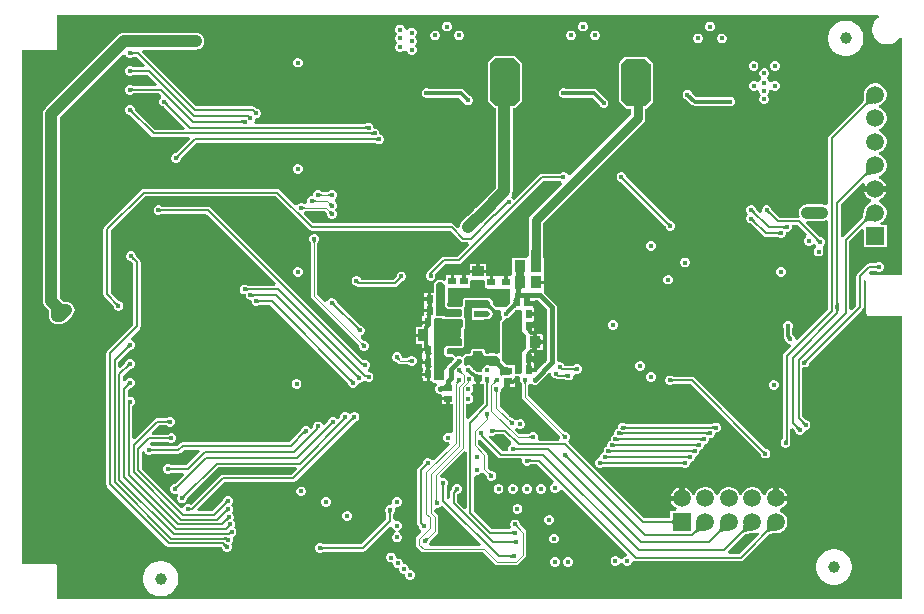
<source format=gbl>
G04*
G04 #@! TF.GenerationSoftware,Altium Limited,Altium Designer,24.4.1 (13)*
G04*
G04 Layer_Physical_Order=4*
G04 Layer_Color=16711680*
%FSLAX44Y44*%
%MOMM*%
G71*
G04*
G04 #@! TF.SameCoordinates,56A84C12-20F9-439F-8F54-A8B2ACD22D1B*
G04*
G04*
G04 #@! TF.FilePolarity,Positive*
G04*
G01*
G75*
%ADD12C,0.2000*%
%ADD18R,0.6000X0.6400*%
%ADD21R,0.6400X0.6000*%
%ADD31R,1.0000X0.9000*%
%ADD32C,0.4200*%
%ADD36R,0.9000X1.0000*%
%ADD69C,1.0000*%
%ADD70C,0.3000*%
%ADD71C,0.1250*%
%ADD72C,0.8000*%
%ADD73C,1.0000*%
%ADD74C,0.4000*%
%ADD75C,0.5000*%
%ADD76C,0.6000*%
%ADD77C,1.5000*%
%ADD78R,1.5000X1.5000*%
%ADD79C,0.3500*%
G36*
X924925Y642500D02*
X923777Y642495D01*
X921737Y642377D01*
X920844Y642266D01*
X920036Y642119D01*
X919313Y641937D01*
X918674Y641719D01*
X918121Y641466D01*
X917653Y641178D01*
X917269Y640855D01*
X915855Y642269D01*
X916178Y642653D01*
X916466Y643121D01*
X916719Y643674D01*
X916937Y644313D01*
X917119Y645036D01*
X917266Y645844D01*
X917377Y646737D01*
X917495Y648777D01*
X917500Y649925D01*
X924925Y642500D01*
D02*
G37*
G36*
Y582500D02*
X923777Y582495D01*
X921737Y582377D01*
X920844Y582266D01*
X920036Y582119D01*
X919313Y581937D01*
X918674Y581719D01*
X918121Y581466D01*
X917653Y581178D01*
X917269Y580855D01*
X915855Y582269D01*
X916178Y582653D01*
X916466Y583121D01*
X916719Y583674D01*
X916937Y584313D01*
X917119Y585036D01*
X917266Y585844D01*
X917377Y586737D01*
X917495Y588777D01*
X917500Y589925D01*
X924925Y582500D01*
D02*
G37*
G36*
X928054Y715451D02*
X927209Y714887D01*
X927032Y714709D01*
X926823Y714570D01*
X925430Y713177D01*
X925291Y712968D01*
X925113Y712791D01*
X924019Y711153D01*
X923923Y710921D01*
X923783Y710712D01*
X923029Y708892D01*
X922980Y708646D01*
X922884Y708414D01*
X922500Y706482D01*
Y706231D01*
X922451Y705985D01*
Y704015D01*
X922500Y703769D01*
Y703518D01*
X922884Y701586D01*
X922980Y701354D01*
X923029Y701108D01*
X923783Y699288D01*
X923923Y699079D01*
X924019Y698847D01*
X925113Y697209D01*
X925291Y697032D01*
X925430Y696823D01*
X926823Y695430D01*
X927032Y695291D01*
X927209Y695113D01*
X928847Y694019D01*
X929079Y693923D01*
X929288Y693783D01*
X931108Y693029D01*
X931354Y692980D01*
X931586Y692884D01*
X933518Y692500D01*
X933769D01*
X934015Y692451D01*
X935985D01*
X936231Y692500D01*
X936482D01*
X938414Y692884D01*
X938646Y692980D01*
X938892Y693029D01*
X940712Y693783D01*
X940921Y693923D01*
X941153Y694019D01*
X942791Y695113D01*
X942968Y695291D01*
X943177Y695430D01*
X944570Y696823D01*
X944709Y697032D01*
X944887Y697209D01*
X945451Y698054D01*
X947451Y697447D01*
X947451Y497549D01*
X920703D01*
X919804Y499422D01*
X919799Y499473D01*
X921267Y500941D01*
X925209D01*
X925215Y500941D01*
X925269Y500931D01*
X925272Y500930D01*
X925677Y500524D01*
X927185Y499900D01*
X928816D01*
X930322Y500524D01*
X931476Y501678D01*
X932100Y503185D01*
Y504816D01*
X931476Y506323D01*
X930322Y507476D01*
X928816Y508100D01*
X927185D01*
X925677Y507476D01*
X925272Y507070D01*
X925269Y507069D01*
X925242Y507065D01*
X925181Y507059D01*
X920000D01*
X918829Y506826D01*
X917837Y506163D01*
X909837Y498163D01*
X909174Y497170D01*
X908941Y496000D01*
X908941Y496000D01*
Y471267D01*
X904906Y467232D01*
X903059Y467998D01*
Y525733D01*
X913652Y536326D01*
X915500Y535561D01*
Y520500D01*
X934500D01*
Y539500D01*
X929813D01*
X929277Y541500D01*
X930833Y542398D01*
X932602Y544167D01*
X933853Y546333D01*
X934500Y548749D01*
Y551251D01*
X933853Y553667D01*
X932602Y555833D01*
X930833Y557602D01*
X928667Y558853D01*
X928248Y558965D01*
Y561035D01*
X928667Y561147D01*
X930833Y562398D01*
X932602Y564167D01*
X933853Y566333D01*
X934165Y567500D01*
X925000D01*
X915835D01*
X916147Y566333D01*
X917398Y564167D01*
X919167Y562398D01*
X921333Y561147D01*
X921752Y561035D01*
Y558965D01*
X921333Y558853D01*
X919167Y557602D01*
X917398Y555833D01*
X916147Y553667D01*
X915644Y551790D01*
X915618Y551725D01*
Y551724D01*
X915618Y551722D01*
X915596Y551609D01*
X915500Y551251D01*
Y551105D01*
X915386Y550508D01*
X914920Y548410D01*
X914453Y546752D01*
X914237Y546130D01*
X914027Y545619D01*
X913842Y545247D01*
X913710Y545036D01*
X898059Y529384D01*
X897146Y529528D01*
X896059Y530101D01*
Y556733D01*
X914993Y575667D01*
X916593Y574439D01*
X916147Y573667D01*
X915835Y572500D01*
X925000D01*
X934165D01*
X933853Y573667D01*
X932602Y575833D01*
X930833Y577602D01*
X928667Y578853D01*
X928248Y578965D01*
Y581035D01*
X928667Y581147D01*
X930833Y582398D01*
X932602Y584167D01*
X933853Y586333D01*
X934500Y588749D01*
Y591251D01*
X933853Y593667D01*
X932602Y595833D01*
X930833Y597602D01*
X928667Y598853D01*
X928248Y598965D01*
Y601035D01*
X928667Y601147D01*
X930833Y602398D01*
X932602Y604167D01*
X933853Y606333D01*
X934500Y608749D01*
Y611251D01*
X933853Y613667D01*
X932602Y615833D01*
X930833Y617602D01*
X928667Y618853D01*
X928248Y618965D01*
Y621035D01*
X928667Y621147D01*
X930833Y622398D01*
X932602Y624167D01*
X933853Y626333D01*
X934500Y628749D01*
Y631251D01*
X933853Y633667D01*
X932602Y635833D01*
X930833Y637602D01*
X928667Y638853D01*
X928248Y638965D01*
Y641035D01*
X928667Y641148D01*
X930833Y642398D01*
X932602Y644167D01*
X933853Y646333D01*
X934500Y648749D01*
Y651251D01*
X933853Y653667D01*
X932602Y655833D01*
X930833Y657602D01*
X928667Y658853D01*
X926251Y659500D01*
X923749D01*
X921333Y658853D01*
X919167Y657602D01*
X917398Y655833D01*
X916147Y653667D01*
X915500Y651251D01*
Y650125D01*
X915461Y649935D01*
X915456Y648841D01*
X915345Y646922D01*
X915249Y646153D01*
X915125Y645467D01*
X914979Y644891D01*
X914822Y644429D01*
X914664Y644082D01*
X914521Y643851D01*
X914501Y643827D01*
X885837Y615163D01*
X885174Y614171D01*
X884941Y613000D01*
X884941Y613000D01*
Y557317D01*
X882941Y556358D01*
X881827Y556820D01*
X880000Y557060D01*
X867500D01*
X865673Y556820D01*
X863970Y556115D01*
X862507Y554992D01*
X861385Y553530D01*
X860680Y551827D01*
X860440Y550000D01*
X860680Y548173D01*
X860956Y547507D01*
X860869Y547134D01*
X859683Y545559D01*
X843767D01*
X837137Y552189D01*
X837133Y552194D01*
X837102Y552239D01*
X837100Y552242D01*
Y552816D01*
X836476Y554322D01*
X835322Y555476D01*
X833816Y556100D01*
X832185D01*
X830678Y555476D01*
X829524Y554322D01*
X828900Y552816D01*
Y551184D01*
X829204Y550450D01*
X827509Y549317D01*
X824137Y552689D01*
X824133Y552694D01*
X824102Y552739D01*
X824100Y552742D01*
Y553316D01*
X823476Y554823D01*
X822322Y555976D01*
X820816Y556600D01*
X819184D01*
X817678Y555976D01*
X816524Y554823D01*
X815900Y553316D01*
Y551684D01*
X816524Y550178D01*
X816645Y550057D01*
X817498Y548750D01*
X816645Y547443D01*
X816524Y547323D01*
X815900Y545816D01*
Y544184D01*
X816524Y542678D01*
X817678Y541524D01*
X819184Y540900D01*
X819758D01*
X819761Y540898D01*
X819783Y540883D01*
X819830Y540844D01*
X830337Y530337D01*
X830337Y530337D01*
X831329Y529674D01*
X832500Y529441D01*
X842209D01*
X842215Y529440D01*
X842269Y529431D01*
X842272Y529430D01*
X842678Y529024D01*
X844184Y528400D01*
X845816D01*
X847322Y529024D01*
X848476Y530178D01*
X849100Y531684D01*
X849181Y533320D01*
X850816Y533400D01*
X852322Y534024D01*
X853476Y535177D01*
X854100Y536684D01*
Y538316D01*
X854852Y539441D01*
X859233D01*
X866929Y531745D01*
X866693Y529611D01*
X866524Y529322D01*
X865524Y528322D01*
X864900Y526815D01*
Y525184D01*
X865524Y523677D01*
X866677Y522524D01*
X868184Y521900D01*
X869816D01*
X871322Y522524D01*
X872101Y523302D01*
X873735Y523253D01*
X874375Y523037D01*
X874524Y522677D01*
X874595Y522607D01*
X874677Y520486D01*
X874395Y520193D01*
X873524Y519323D01*
X872900Y517816D01*
Y516185D01*
X873524Y514678D01*
X874678Y513524D01*
X876184Y512900D01*
X877815D01*
X879322Y513524D01*
X880476Y514678D01*
X881100Y516185D01*
Y517816D01*
X880476Y519323D01*
X880405Y519394D01*
X880323Y521514D01*
X880605Y521807D01*
X881476Y522677D01*
X882100Y524184D01*
Y525816D01*
X881476Y527322D01*
X880322Y528476D01*
X878816Y529100D01*
X878242D01*
X878239Y529102D01*
X878217Y529117D01*
X878169Y529156D01*
X866237Y541089D01*
X867171Y542983D01*
X867500Y542940D01*
X880000D01*
X881827Y543180D01*
X882941Y543642D01*
X884941Y542683D01*
Y468267D01*
X859100Y442426D01*
X857100Y443254D01*
Y443815D01*
X856476Y445322D01*
X855322Y446476D01*
X854594Y446778D01*
X854569Y446803D01*
Y451902D01*
X855100Y453185D01*
Y454815D01*
X854476Y456323D01*
X853322Y457476D01*
X851815Y458100D01*
X850184D01*
X848678Y457476D01*
X847524Y456323D01*
X846900Y454815D01*
Y453185D01*
X847431Y451902D01*
Y445325D01*
X847703Y443959D01*
X848477Y442801D01*
X848900Y442378D01*
Y442184D01*
X849524Y440678D01*
X850677Y439524D01*
X852185Y438900D01*
X852746D01*
X853574Y436900D01*
X847837Y431163D01*
X847174Y430171D01*
X846941Y429000D01*
X846941Y429000D01*
Y358585D01*
X846678Y358476D01*
X845524Y357323D01*
X844900Y355816D01*
Y354184D01*
X845524Y352678D01*
X846678Y351524D01*
X848185Y350900D01*
X849816D01*
X851322Y351524D01*
X852476Y352678D01*
X853100Y354184D01*
Y355816D01*
X853047Y355943D01*
X853059Y356000D01*
X853059Y356000D01*
Y367002D01*
X854906Y367768D01*
X856863Y365811D01*
X856867Y365806D01*
X856898Y365761D01*
X856900Y365758D01*
Y365185D01*
X857524Y363678D01*
X858678Y362524D01*
X860184Y361900D01*
X861815D01*
X863323Y362524D01*
X864476Y363678D01*
X865100Y365184D01*
X866816Y365900D01*
X868322Y366524D01*
X869476Y367677D01*
X870100Y369184D01*
Y370816D01*
X869476Y372322D01*
X868322Y373476D01*
X866815Y374100D01*
X866242D01*
X866239Y374102D01*
X866217Y374117D01*
X866169Y374156D01*
X863059Y377267D01*
Y418148D01*
X864184Y418900D01*
X865816D01*
X867322Y419524D01*
X868476Y420677D01*
X869100Y422184D01*
Y422758D01*
X869102Y422761D01*
X869117Y422783D01*
X869156Y422831D01*
X914163Y467837D01*
X914163Y467837D01*
X914826Y468829D01*
X915059Y470000D01*
Y493227D01*
X915451Y493474D01*
X917451Y492369D01*
Y465000D01*
X917645Y464025D01*
X918198Y463198D01*
X919025Y462645D01*
X920000Y462451D01*
X947451D01*
Y222549D01*
X232549D01*
Y250000D01*
X232355Y250975D01*
X231802Y251802D01*
X230975Y252355D01*
X230000Y252549D01*
X202549D01*
Y687451D01*
X230000D01*
X230975Y687645D01*
X231802Y688198D01*
X232355Y689025D01*
X232549Y690000D01*
Y717451D01*
X927447Y717451D01*
X928054Y715451D01*
D02*
G37*
G36*
X822107Y552346D02*
X822130Y552210D01*
X822169Y552070D01*
X822225Y551928D01*
X822298Y551783D01*
X822386Y551634D01*
X822491Y551483D01*
X822612Y551329D01*
X822750Y551171D01*
X822904Y551010D01*
X821490Y549596D01*
X821329Y549750D01*
X821017Y550009D01*
X820866Y550114D01*
X820717Y550202D01*
X820572Y550275D01*
X820430Y550331D01*
X820290Y550370D01*
X820154Y550393D01*
X820021Y550400D01*
X822100Y552479D01*
X822107Y552346D01*
D02*
G37*
G36*
X835107Y551846D02*
X835130Y551710D01*
X835170Y551570D01*
X835225Y551428D01*
X835298Y551283D01*
X835386Y551134D01*
X835491Y550983D01*
X835612Y550829D01*
X835750Y550671D01*
X835904Y550510D01*
X834490Y549096D01*
X834329Y549250D01*
X834017Y549509D01*
X833866Y549614D01*
X833717Y549702D01*
X833572Y549775D01*
X833430Y549831D01*
X833290Y549870D01*
X833154Y549893D01*
X833021Y549900D01*
X835100Y551979D01*
X835107Y551846D01*
D02*
G37*
G36*
X923512Y542649D02*
X922474Y542836D01*
X920604Y543030D01*
X919773Y543037D01*
X919010Y542984D01*
X918316Y542870D01*
X917691Y542697D01*
X917135Y542463D01*
X916648Y542169D01*
X916230Y541816D01*
X915090Y543504D01*
X915359Y543826D01*
X915624Y544250D01*
X915886Y544778D01*
X916144Y545407D01*
X916399Y546140D01*
X916898Y547912D01*
X917383Y550095D01*
X917621Y551340D01*
X923512Y542649D01*
D02*
G37*
G36*
X822107Y544846D02*
X822130Y544710D01*
X822169Y544570D01*
X822225Y544428D01*
X822298Y544283D01*
X822386Y544134D01*
X822491Y543983D01*
X822612Y543829D01*
X822750Y543671D01*
X822904Y543510D01*
X821490Y542096D01*
X821329Y542250D01*
X821017Y542509D01*
X820866Y542614D01*
X820717Y542702D01*
X820572Y542775D01*
X820430Y542831D01*
X820290Y542870D01*
X820154Y542893D01*
X820021Y542900D01*
X822100Y544979D01*
X822107Y544846D01*
D02*
G37*
G36*
X848500Y536030D02*
X848401Y536119D01*
X848289Y536199D01*
X848162Y536270D01*
X848022Y536331D01*
X847868Y536382D01*
X847701Y536425D01*
X847519Y536458D01*
X847325Y536481D01*
X847116Y536495D01*
X846893Y536500D01*
Y538500D01*
X847116Y538505D01*
X847519Y538542D01*
X847701Y538575D01*
X847868Y538618D01*
X848022Y538669D01*
X848162Y538730D01*
X848289Y538801D01*
X848401Y538881D01*
X848500Y538970D01*
Y536030D01*
D02*
G37*
G36*
X843500Y531030D02*
X843401Y531119D01*
X843289Y531199D01*
X843162Y531270D01*
X843022Y531331D01*
X842868Y531382D01*
X842701Y531425D01*
X842519Y531458D01*
X842325Y531481D01*
X842116Y531495D01*
X841893Y531500D01*
Y533500D01*
X842116Y533505D01*
X842519Y533542D01*
X842701Y533575D01*
X842868Y533618D01*
X843022Y533669D01*
X843162Y533730D01*
X843289Y533801D01*
X843401Y533881D01*
X843500Y533970D01*
Y531030D01*
D02*
G37*
G36*
X876671Y527750D02*
X876983Y527491D01*
X877134Y527386D01*
X877283Y527298D01*
X877428Y527225D01*
X877570Y527169D01*
X877710Y527130D01*
X877846Y527107D01*
X877979Y527100D01*
X875900Y525021D01*
X875893Y525154D01*
X875870Y525290D01*
X875831Y525430D01*
X875775Y525572D01*
X875702Y525717D01*
X875614Y525866D01*
X875509Y526017D01*
X875388Y526171D01*
X875250Y526329D01*
X875096Y526490D01*
X876510Y527904D01*
X876671Y527750D01*
D02*
G37*
G36*
X926500Y502530D02*
X926401Y502619D01*
X926289Y502699D01*
X926162Y502770D01*
X926022Y502831D01*
X925868Y502882D01*
X925701Y502925D01*
X925519Y502958D01*
X925324Y502981D01*
X925116Y502995D01*
X924893Y503000D01*
Y505000D01*
X925116Y505005D01*
X925519Y505042D01*
X925701Y505075D01*
X925868Y505117D01*
X926022Y505169D01*
X926162Y505230D01*
X926289Y505301D01*
X926401Y505381D01*
X926500Y505470D01*
Y502530D01*
D02*
G37*
G36*
X894005Y472884D02*
X894042Y472481D01*
X894075Y472299D01*
X894118Y472132D01*
X894169Y471978D01*
X894230Y471838D01*
X894301Y471711D01*
X894381Y471599D01*
X894470Y471500D01*
X891530D01*
X891619Y471599D01*
X891699Y471711D01*
X891770Y471838D01*
X891831Y471978D01*
X891882Y472132D01*
X891925Y472299D01*
X891958Y472481D01*
X891981Y472676D01*
X891995Y472884D01*
X892000Y473107D01*
X894000D01*
X894005Y472884D01*
D02*
G37*
G36*
X894381Y468401D02*
X894301Y468289D01*
X894230Y468162D01*
X894169Y468022D01*
X894118Y467868D01*
X894075Y467701D01*
X894042Y467519D01*
X894019Y467324D01*
X894005Y467116D01*
X894000Y466893D01*
X892000D01*
X891995Y467116D01*
X891958Y467519D01*
X891925Y467701D01*
X891882Y467868D01*
X891831Y468022D01*
X891770Y468162D01*
X891699Y468289D01*
X891619Y468401D01*
X891530Y468500D01*
X894470D01*
X894381Y468401D01*
D02*
G37*
G36*
X867904Y424490D02*
X867750Y424329D01*
X867491Y424017D01*
X867386Y423866D01*
X867298Y423717D01*
X867225Y423572D01*
X867169Y423430D01*
X867130Y423290D01*
X867107Y423154D01*
X867100Y423021D01*
X865021Y425100D01*
X865154Y425107D01*
X865290Y425130D01*
X865430Y425169D01*
X865572Y425225D01*
X865717Y425298D01*
X865866Y425386D01*
X866017Y425491D01*
X866171Y425612D01*
X866329Y425750D01*
X866490Y425904D01*
X867904Y424490D01*
D02*
G37*
G36*
X864671Y372750D02*
X864983Y372491D01*
X865134Y372386D01*
X865283Y372298D01*
X865428Y372225D01*
X865570Y372169D01*
X865710Y372130D01*
X865846Y372107D01*
X865979Y372100D01*
X863900Y370021D01*
X863893Y370154D01*
X863870Y370290D01*
X863830Y370430D01*
X863775Y370572D01*
X863702Y370717D01*
X863614Y370866D01*
X863509Y371017D01*
X863388Y371171D01*
X863250Y371329D01*
X863096Y371490D01*
X864510Y372904D01*
X864671Y372750D01*
D02*
G37*
G36*
X859671Y368750D02*
X859983Y368491D01*
X860134Y368386D01*
X860283Y368298D01*
X860428Y368225D01*
X860570Y368170D01*
X860710Y368130D01*
X860846Y368107D01*
X860979Y368100D01*
X858900Y366021D01*
X858893Y366154D01*
X858870Y366290D01*
X858830Y366430D01*
X858775Y366572D01*
X858702Y366717D01*
X858614Y366866D01*
X858509Y367017D01*
X858388Y367172D01*
X858250Y367329D01*
X858096Y367490D01*
X859510Y368904D01*
X859671Y368750D01*
D02*
G37*
G36*
X851000Y358107D02*
X850984Y355688D01*
X848421Y357019D01*
X848531Y357062D01*
X848630Y357125D01*
X848717Y357209D01*
X848792Y357313D01*
X848855Y357437D01*
X848907Y357581D01*
X848948Y357746D01*
X848977Y357930D01*
X848994Y358135D01*
X849000Y358360D01*
X851000Y358107D01*
D02*
G37*
%LPC*%
G36*
X785816Y711600D02*
X784184D01*
X782678Y710976D01*
X781524Y709822D01*
X780900Y708316D01*
Y706684D01*
X781524Y705178D01*
X782678Y704024D01*
X784184Y703400D01*
X785816D01*
X787322Y704024D01*
X788476Y705178D01*
X789100Y706684D01*
Y708316D01*
X788476Y709822D01*
X787322Y710976D01*
X785816Y711600D01*
D02*
G37*
G36*
X678316D02*
X676684D01*
X675178Y710976D01*
X674024Y709822D01*
X673400Y708316D01*
Y706684D01*
X674024Y705178D01*
X675178Y704024D01*
X676684Y703400D01*
X678316D01*
X679822Y704024D01*
X680976Y705178D01*
X681600Y706684D01*
Y708316D01*
X680976Y709822D01*
X679822Y710976D01*
X678316Y711600D01*
D02*
G37*
G36*
X563316D02*
X561684D01*
X560177Y710976D01*
X559024Y709822D01*
X558400Y708316D01*
Y706684D01*
X559024Y705178D01*
X560177Y704024D01*
X561684Y703400D01*
X563316D01*
X564822Y704024D01*
X565976Y705178D01*
X566600Y706684D01*
Y708316D01*
X565976Y709822D01*
X564822Y710976D01*
X563316Y711600D01*
D02*
G37*
G36*
X688316Y704100D02*
X686684D01*
X685178Y703476D01*
X684024Y702322D01*
X683400Y700816D01*
Y699184D01*
X684024Y697678D01*
X685178Y696524D01*
X686684Y695900D01*
X688316D01*
X689822Y696524D01*
X690976Y697678D01*
X691600Y699184D01*
Y700816D01*
X690976Y702322D01*
X689822Y703476D01*
X688316Y704100D01*
D02*
G37*
G36*
X668316D02*
X666684D01*
X665178Y703476D01*
X664024Y702322D01*
X663400Y700816D01*
Y699184D01*
X664024Y697678D01*
X665178Y696524D01*
X666684Y695900D01*
X668316D01*
X669822Y696524D01*
X670976Y697678D01*
X671600Y699184D01*
Y700816D01*
X670976Y702322D01*
X669822Y703476D01*
X668316Y704100D01*
D02*
G37*
G36*
X573316D02*
X571684D01*
X570177Y703476D01*
X569024Y702322D01*
X568400Y700816D01*
Y699184D01*
X569024Y697678D01*
X570177Y696524D01*
X571684Y695900D01*
X573316D01*
X574822Y696524D01*
X575976Y697678D01*
X576600Y699184D01*
Y700816D01*
X575976Y702322D01*
X574822Y703476D01*
X573316Y704100D01*
D02*
G37*
G36*
X553316D02*
X551684D01*
X550178Y703476D01*
X549024Y702322D01*
X548400Y700816D01*
Y699184D01*
X549024Y697678D01*
X550178Y696524D01*
X551684Y695900D01*
X553316D01*
X554823Y696524D01*
X555976Y697678D01*
X556600Y699184D01*
Y700816D01*
X555976Y702322D01*
X554823Y703476D01*
X553316Y704100D01*
D02*
G37*
G36*
X795816Y701600D02*
X794184D01*
X792678Y700976D01*
X791524Y699822D01*
X790900Y698316D01*
Y696684D01*
X791524Y695178D01*
X792678Y694024D01*
X794184Y693400D01*
X795816D01*
X797322Y694024D01*
X798476Y695178D01*
X799100Y696684D01*
Y698316D01*
X798476Y699822D01*
X797322Y700976D01*
X795816Y701600D01*
D02*
G37*
G36*
X775816D02*
X774184D01*
X772678Y700976D01*
X771524Y699822D01*
X770900Y698316D01*
Y696684D01*
X771524Y695178D01*
X772678Y694024D01*
X774184Y693400D01*
X775816D01*
X777322Y694024D01*
X778476Y695178D01*
X779100Y696684D01*
Y698316D01*
X778476Y699822D01*
X777322Y700976D01*
X775816Y701600D01*
D02*
G37*
G36*
X523316Y709100D02*
X521684D01*
X520177Y708476D01*
X519024Y707322D01*
X518400Y705816D01*
Y704184D01*
X519024Y702678D01*
X519145Y702557D01*
X519999Y701250D01*
X519145Y699943D01*
X519024Y699822D01*
X518400Y698316D01*
Y696684D01*
X519024Y695178D01*
X519145Y695057D01*
X519999Y693750D01*
X519145Y692443D01*
X519024Y692322D01*
X518400Y690816D01*
Y689184D01*
X519024Y687678D01*
X520177Y686524D01*
X521684Y685900D01*
X523316D01*
X524822Y686524D01*
X525737Y687439D01*
X525976Y687678D01*
X525982Y687682D01*
X526276Y687879D01*
X528355Y686972D01*
X528373Y686928D01*
X528400Y686684D01*
X528442Y686583D01*
X529024Y685178D01*
X530178Y684024D01*
X531684Y683400D01*
X533316D01*
X534823Y684024D01*
X535976Y685178D01*
X536600Y686684D01*
Y688316D01*
X535976Y689822D01*
X535855Y689943D01*
X535001Y691250D01*
X535855Y692557D01*
X535976Y692678D01*
X536600Y694184D01*
Y695816D01*
X535976Y697322D01*
X535855Y697443D01*
X535001Y698750D01*
X535855Y700057D01*
X535976Y700178D01*
X536600Y701684D01*
Y703316D01*
X535976Y704822D01*
X534823Y705976D01*
X533316Y706600D01*
X531684D01*
X530178Y705976D01*
X529263Y705061D01*
X529024Y704822D01*
X529018Y704818D01*
X528723Y704621D01*
X526645Y705528D01*
X526627Y705572D01*
X526600Y705816D01*
X526558Y705917D01*
X525976Y707322D01*
X524822Y708476D01*
X523316Y709100D01*
D02*
G37*
G36*
X901477Y712500D02*
X898523D01*
X895625Y711924D01*
X892895Y710793D01*
X890438Y709151D01*
X888349Y707062D01*
X886707Y704605D01*
X885576Y701875D01*
X885000Y698977D01*
Y696023D01*
X885576Y693125D01*
X886707Y690395D01*
X888349Y687938D01*
X890438Y685849D01*
X892895Y684207D01*
X895625Y683076D01*
X898523Y682500D01*
X901477D01*
X904375Y683076D01*
X907105Y684207D01*
X909562Y685849D01*
X911651Y687938D01*
X913293Y690395D01*
X914424Y693125D01*
X915000Y696023D01*
Y698977D01*
X914424Y701875D01*
X913293Y704605D01*
X911651Y707062D01*
X909562Y709151D01*
X907105Y710793D01*
X904375Y711924D01*
X901477Y712500D01*
D02*
G37*
G36*
X350000Y702060D02*
X289000D01*
X287173Y701820D01*
X285470Y701115D01*
X284008Y699993D01*
X222508Y638492D01*
X221385Y637030D01*
X220680Y635327D01*
X220440Y633500D01*
Y475000D01*
X220680Y473173D01*
X221385Y471470D01*
X222508Y470008D01*
X225440Y467076D01*
Y462500D01*
X225680Y460673D01*
X226385Y458970D01*
X227507Y457508D01*
X228970Y456385D01*
X230673Y455680D01*
X232500Y455440D01*
X235000D01*
X236827Y455680D01*
X238530Y456385D01*
X239992Y457508D01*
X244992Y462508D01*
X246115Y463970D01*
X246820Y465673D01*
X247060Y467500D01*
X246820Y469327D01*
X246115Y471030D01*
X244992Y472492D01*
X243530Y473615D01*
X241827Y474320D01*
X240000Y474560D01*
X237924D01*
X234560Y477924D01*
Y630575D01*
X287979Y683994D01*
X288216Y684017D01*
X290222Y683408D01*
X290524Y682678D01*
X291677Y681524D01*
X293185Y680900D01*
X294816D01*
X296322Y681524D01*
X296728Y681930D01*
X296731Y681931D01*
X296758Y681936D01*
X296819Y681941D01*
X299733D01*
X306768Y674906D01*
X306002Y673059D01*
X296791D01*
X296785Y673059D01*
X296731Y673069D01*
X296728Y673070D01*
X296322Y673476D01*
X294816Y674100D01*
X293185D01*
X291677Y673476D01*
X290524Y672322D01*
X289900Y670816D01*
Y669184D01*
X290524Y667678D01*
X291677Y666524D01*
X293185Y665900D01*
X294816D01*
X296322Y666524D01*
X296728Y666930D01*
X296731Y666931D01*
X296758Y666936D01*
X296819Y666941D01*
X308733D01*
X316768Y658906D01*
X316002Y657059D01*
X296791D01*
X296785Y657059D01*
X296731Y657069D01*
X296728Y657070D01*
X296322Y657476D01*
X294816Y658100D01*
X293185D01*
X291677Y657476D01*
X290524Y656322D01*
X289900Y654816D01*
Y653184D01*
X290524Y651677D01*
X291677Y650524D01*
X293185Y649900D01*
X294816D01*
X296322Y650524D01*
X296728Y650930D01*
X296731Y650931D01*
X296758Y650936D01*
X296819Y650941D01*
X318733D01*
X320339Y649335D01*
X320024Y646822D01*
X319524Y646322D01*
X318900Y644816D01*
Y643185D01*
X319524Y641678D01*
X320677Y640524D01*
X322184Y639900D01*
X322758D01*
X322761Y639898D01*
X322783Y639883D01*
X322831Y639844D01*
X340768Y621907D01*
X340002Y620059D01*
X315267D01*
X298137Y637189D01*
X298133Y637194D01*
X298102Y637239D01*
X298100Y637242D01*
Y637816D01*
X297476Y639322D01*
X296322Y640476D01*
X294816Y641100D01*
X293185D01*
X291677Y640476D01*
X290524Y639322D01*
X289900Y637816D01*
Y636185D01*
X290524Y634678D01*
X291677Y633524D01*
X293185Y632900D01*
X293758D01*
X293761Y632898D01*
X293783Y632883D01*
X293831Y632844D01*
X311837Y614837D01*
X312829Y614174D01*
X314000Y613941D01*
X344002D01*
X344768Y612094D01*
X332811Y600137D01*
X332806Y600133D01*
X332761Y600102D01*
X332758Y600100D01*
X332184D01*
X330677Y599476D01*
X329524Y598322D01*
X328900Y596815D01*
Y595185D01*
X329524Y593678D01*
X330677Y592524D01*
X332184Y591900D01*
X333815D01*
X335322Y592524D01*
X336476Y593678D01*
X337100Y595185D01*
Y595758D01*
X337102Y595761D01*
X337117Y595783D01*
X337156Y595830D01*
X350267Y608941D01*
X502209D01*
X502215Y608941D01*
X502269Y608931D01*
X502272Y608930D01*
X502678Y608524D01*
X504184Y607900D01*
X505816D01*
X507323Y608524D01*
X508476Y609678D01*
X509100Y611185D01*
Y612816D01*
X508476Y614322D01*
X507323Y615476D01*
X505816Y616100D01*
X505100Y617816D01*
X504476Y619323D01*
X503322Y620476D01*
X501815Y621100D01*
X500181Y621180D01*
X500100Y622816D01*
X499476Y624322D01*
X498322Y625476D01*
X496815Y626100D01*
X495185D01*
X493677Y625476D01*
X493272Y625070D01*
X493269Y625069D01*
X493242Y625065D01*
X493181Y625059D01*
X399613D01*
X398857Y627059D01*
X399476Y627678D01*
X400100Y629184D01*
X401816Y629900D01*
X403322Y630524D01*
X404476Y631678D01*
X405100Y633185D01*
Y634815D01*
X404476Y636323D01*
X403322Y637476D01*
X401816Y638100D01*
X401242D01*
X401239Y638102D01*
X401217Y638117D01*
X401170Y638156D01*
X400163Y639163D01*
X399171Y639826D01*
X398000Y640059D01*
X398000Y640059D01*
X350267D01*
X304386Y685940D01*
X305215Y687940D01*
X350000D01*
X351827Y688180D01*
X353530Y688885D01*
X354992Y690008D01*
X356115Y691470D01*
X356820Y693173D01*
X357060Y695000D01*
X356820Y696827D01*
X356115Y698530D01*
X354992Y699993D01*
X353530Y701115D01*
X351827Y701820D01*
X350000Y702060D01*
D02*
G37*
G36*
X436816Y681100D02*
X435185D01*
X433678Y680476D01*
X432524Y679322D01*
X431900Y677815D01*
Y676184D01*
X432524Y674678D01*
X433678Y673524D01*
X435185Y672900D01*
X436816D01*
X438322Y673524D01*
X439476Y674678D01*
X440100Y676184D01*
Y677815D01*
X439476Y679322D01*
X438322Y680476D01*
X436816Y681100D01*
D02*
G37*
G36*
X840816Y678100D02*
X839184D01*
X837678Y677476D01*
X836524Y676322D01*
X835900Y674816D01*
Y673185D01*
X836524Y671677D01*
X837678Y670524D01*
X839184Y669900D01*
X840816D01*
X842322Y670524D01*
X843476Y671677D01*
X844100Y673185D01*
Y674816D01*
X843476Y676322D01*
X842322Y677476D01*
X840816Y678100D01*
D02*
G37*
G36*
X822816D02*
X821184D01*
X819678Y677476D01*
X818524Y676322D01*
X817900Y674816D01*
Y673185D01*
X818524Y671677D01*
X819678Y670524D01*
X821184Y669900D01*
X822816D01*
X824323Y670524D01*
X825476Y671677D01*
X826100Y673185D01*
Y674816D01*
X825476Y676322D01*
X824323Y677476D01*
X822816Y678100D01*
D02*
G37*
G36*
X831815Y672100D02*
X830184D01*
X828678Y671476D01*
X827524Y670322D01*
X826900Y668816D01*
Y667185D01*
X827524Y665678D01*
X827895Y665307D01*
X828454Y664000D01*
X827895Y662693D01*
X827524Y662322D01*
X827167Y661460D01*
X825391Y660860D01*
X824924Y660874D01*
X824822Y660976D01*
X823316Y661600D01*
X821684D01*
X820178Y660976D01*
X819024Y659822D01*
X818400Y658316D01*
Y656684D01*
X819024Y655178D01*
X820178Y654024D01*
X821684Y653400D01*
X823316D01*
X824822Y654024D01*
X825052Y654254D01*
X825287Y654198D01*
X826900Y653273D01*
Y652184D01*
X827449Y650860D01*
X827524Y650677D01*
X827525Y650677D01*
X828654Y649500D01*
X827525Y648323D01*
X827524Y648323D01*
X827449Y648140D01*
X826900Y646815D01*
Y645184D01*
X827524Y643678D01*
X828678Y642524D01*
X830184Y641900D01*
X831815D01*
X833322Y642524D01*
X834476Y643678D01*
X835100Y645184D01*
Y646815D01*
X834551Y648140D01*
X834476Y648323D01*
X834475Y648323D01*
X833346Y649500D01*
X834475Y650677D01*
X834476Y650677D01*
X834551Y650860D01*
X835100Y652184D01*
Y653788D01*
X835184Y653867D01*
X836825Y654876D01*
X837678Y654024D01*
X839184Y653400D01*
X840816D01*
X842322Y654024D01*
X843476Y655178D01*
X844100Y656684D01*
Y658316D01*
X843476Y659822D01*
X842322Y660976D01*
X840816Y661600D01*
X839184D01*
X837678Y660976D01*
X837100Y660398D01*
X835976Y660633D01*
X835018Y661014D01*
X834476Y662322D01*
X834105Y662693D01*
X833547Y664000D01*
X834105Y665307D01*
X834476Y665678D01*
X835100Y667185D01*
Y668816D01*
X834476Y670322D01*
X833322Y671476D01*
X831815Y672100D01*
D02*
G37*
G36*
X545816Y655100D02*
X544184D01*
X542678Y654476D01*
X541524Y653322D01*
X540900Y651815D01*
Y650184D01*
X541524Y648678D01*
X542678Y647524D01*
X544184Y646900D01*
X545816D01*
X547098Y647431D01*
X572522D01*
X575993Y643960D01*
X576524Y642678D01*
X577678Y641524D01*
X579184Y640900D01*
X580816D01*
X582323Y641524D01*
X583476Y642678D01*
X584100Y644184D01*
Y645816D01*
X583476Y647322D01*
X582323Y648476D01*
X581040Y649007D01*
X576523Y653523D01*
X575366Y654297D01*
X574000Y654569D01*
X547098D01*
X545816Y655100D01*
D02*
G37*
G36*
X766815Y654100D02*
X765184D01*
X763678Y653476D01*
X762524Y652322D01*
X761900Y650816D01*
Y649184D01*
X762524Y647678D01*
X763678Y646524D01*
X764960Y645993D01*
X769477Y641477D01*
X770634Y640703D01*
X772000Y640431D01*
X799902D01*
X801184Y639900D01*
X802815D01*
X804322Y640524D01*
X805476Y641678D01*
X806100Y643185D01*
Y644816D01*
X805476Y646322D01*
X804322Y647476D01*
X802815Y648100D01*
X801184D01*
X799902Y647569D01*
X773478D01*
X770007Y651040D01*
X769476Y652322D01*
X768322Y653476D01*
X766815Y654100D01*
D02*
G37*
G36*
X661815Y655100D02*
X660184D01*
X658678Y654476D01*
X657524Y653322D01*
X656900Y651815D01*
Y650184D01*
X657524Y648678D01*
X658678Y647524D01*
X660184Y646900D01*
X661815D01*
X663098Y647431D01*
X685697D01*
X690900Y642229D01*
Y641684D01*
X691524Y640178D01*
X692678Y639024D01*
X694184Y638400D01*
X695816D01*
X697322Y639024D01*
X698476Y640178D01*
X699100Y641684D01*
Y643316D01*
X698476Y644822D01*
X697322Y645976D01*
X697069Y646081D01*
X696923Y646299D01*
X689699Y653523D01*
X688541Y654297D01*
X687175Y654569D01*
X663098D01*
X661815Y655100D01*
D02*
G37*
G36*
X436816Y591100D02*
X435185D01*
X433678Y590476D01*
X432524Y589322D01*
X431900Y587816D01*
Y586185D01*
X432524Y584678D01*
X433678Y583524D01*
X435185Y582900D01*
X436816D01*
X438322Y583524D01*
X439476Y584678D01*
X440100Y586185D01*
Y587816D01*
X439476Y589322D01*
X438322Y590476D01*
X436816Y591100D01*
D02*
G37*
G36*
X710816Y584100D02*
X709184D01*
X707678Y583476D01*
X706524Y582323D01*
X705900Y580816D01*
Y579184D01*
X706524Y577678D01*
X707678Y576524D01*
X709184Y575900D01*
X709758D01*
X709761Y575898D01*
X709783Y575883D01*
X709830Y575844D01*
X747363Y538311D01*
X747367Y538306D01*
X747398Y538261D01*
X747400Y538258D01*
Y537684D01*
X748024Y536177D01*
X749177Y535024D01*
X750685Y534400D01*
X752316D01*
X753822Y535024D01*
X754976Y536177D01*
X755600Y537684D01*
Y539315D01*
X754976Y540822D01*
X753822Y541976D01*
X752316Y542600D01*
X751742D01*
X751739Y542602D01*
X751717Y542617D01*
X751669Y542656D01*
X714137Y580189D01*
X714133Y580194D01*
X714102Y580239D01*
X714100Y580242D01*
Y580816D01*
X713476Y582323D01*
X712322Y583476D01*
X710816Y584100D01*
D02*
G37*
G36*
X735816Y526100D02*
X734184D01*
X732678Y525476D01*
X731524Y524323D01*
X730900Y522816D01*
Y521185D01*
X731524Y519678D01*
X732678Y518524D01*
X734184Y517900D01*
X735816D01*
X737322Y518524D01*
X738476Y519678D01*
X739100Y521185D01*
Y522816D01*
X738476Y524323D01*
X737322Y525476D01*
X735816Y526100D01*
D02*
G37*
G36*
X764816Y511850D02*
X763185D01*
X761677Y511226D01*
X760524Y510072D01*
X759900Y508565D01*
Y506934D01*
X760524Y505428D01*
X761677Y504274D01*
X763185Y503650D01*
X764816D01*
X766322Y504274D01*
X767476Y505428D01*
X768100Y506934D01*
Y508565D01*
X767476Y510072D01*
X766322Y511226D01*
X764816Y511850D01*
D02*
G37*
G36*
X595500Y506750D02*
X590000D01*
Y501750D01*
X595500D01*
Y506750D01*
D02*
G37*
G36*
X587000D02*
X581500D01*
Y501750D01*
X587000D01*
Y506750D01*
D02*
G37*
G36*
X845816Y504100D02*
X844184D01*
X842678Y503476D01*
X841524Y502322D01*
X840900Y500816D01*
Y499184D01*
X841524Y497677D01*
X842678Y496524D01*
X844184Y495900D01*
X845816D01*
X847322Y496524D01*
X848476Y497677D01*
X849100Y499184D01*
Y500816D01*
X848476Y502322D01*
X847322Y503476D01*
X845816Y504100D01*
D02*
G37*
G36*
X436816D02*
X435185D01*
X433678Y503476D01*
X432524Y502322D01*
X431900Y500816D01*
Y499184D01*
X432524Y497677D01*
X433678Y496524D01*
X435185Y495900D01*
X436816D01*
X438322Y496524D01*
X439476Y497677D01*
X440100Y499184D01*
Y500816D01*
X439476Y502322D01*
X438322Y503476D01*
X436816Y504100D01*
D02*
G37*
G36*
X524566Y500100D02*
X522934D01*
X521428Y499476D01*
X520274Y498322D01*
X519650Y496815D01*
Y495979D01*
X519638Y495964D01*
X516733Y493059D01*
X489749D01*
X489226Y494323D01*
X488073Y495476D01*
X486566Y496100D01*
X484935D01*
X483428Y495476D01*
X482274Y494323D01*
X481650Y492816D01*
Y491185D01*
X482274Y489678D01*
X483428Y488524D01*
X484935Y487900D01*
X485796D01*
X485859Y487837D01*
X486851Y487174D01*
X488022Y486941D01*
X518000D01*
X518000Y486941D01*
X519170Y487174D01*
X520163Y487837D01*
X524150Y491824D01*
X524193Y491861D01*
X524231Y491889D01*
X524249Y491900D01*
X524566D01*
X526073Y492524D01*
X527226Y493677D01*
X527850Y495185D01*
Y496815D01*
X527226Y498322D01*
X526073Y499476D01*
X524566Y500100D01*
D02*
G37*
G36*
X603000Y682539D02*
X602220Y682384D01*
X601558Y681942D01*
X601558Y681942D01*
X597558Y677942D01*
X597116Y677280D01*
X596961Y676500D01*
Y645500D01*
X596961Y645500D01*
X597116Y644720D01*
X597558Y644058D01*
X602558Y639058D01*
X602558Y639058D01*
X603220Y638616D01*
X603940Y638473D01*
Y570924D01*
X586743Y553727D01*
X586470Y553615D01*
X585008Y552492D01*
X580008Y547492D01*
X580008Y547492D01*
X575008Y542492D01*
X573885Y541030D01*
X573180Y539327D01*
X573023Y538131D01*
X571422Y537377D01*
X570984Y537342D01*
X568413Y539913D01*
X567421Y540576D01*
X566250Y540809D01*
X566250Y540809D01*
X449017D01*
X440987Y548839D01*
X441323Y550524D01*
X441761Y550963D01*
X441914Y551061D01*
X442035Y551178D01*
X442104Y551236D01*
X442161Y551278D01*
X442205Y551306D01*
X442235Y551322D01*
X442238Y551324D01*
X458891D01*
X460818Y549397D01*
X460819Y549394D01*
X460829Y549361D01*
X460840Y549311D01*
X460851Y549241D01*
X460858Y549151D01*
X460861Y548983D01*
X460900Y548805D01*
Y548185D01*
X461524Y546678D01*
X462678Y545524D01*
X464184Y544900D01*
X465816D01*
X467323Y545524D01*
X468476Y546678D01*
X469100Y548185D01*
Y549815D01*
X468476Y551322D01*
X467346Y552500D01*
X468476Y553678D01*
X469100Y555185D01*
Y556815D01*
X468476Y558322D01*
X467323Y559476D01*
Y561524D01*
X468476Y562677D01*
X469100Y564184D01*
Y565816D01*
X468476Y567322D01*
X467323Y568476D01*
X465816Y569100D01*
X464184D01*
X462678Y568476D01*
X462239Y568037D01*
X462086Y567939D01*
X461965Y567822D01*
X461896Y567764D01*
X461839Y567721D01*
X461795Y567694D01*
X461765Y567678D01*
X461762Y567676D01*
X456238D01*
X456235Y567678D01*
X456205Y567694D01*
X456161Y567722D01*
X456104Y567764D01*
X456035Y567822D01*
X455914Y567939D01*
X455761Y568037D01*
X455322Y568476D01*
X453816Y569100D01*
X452184D01*
X450678Y568476D01*
X449524Y567322D01*
X448900Y565816D01*
X448820Y564180D01*
X447184Y564100D01*
X445677Y563476D01*
X444524Y562322D01*
X443900Y560816D01*
Y559184D01*
X442590Y557584D01*
X441322Y557476D01*
X439816Y558100D01*
X438185D01*
X436678Y557476D01*
X435524Y556323D01*
X433839Y555987D01*
X420663Y569163D01*
X419670Y569826D01*
X418500Y570059D01*
X418500Y570059D01*
X305750D01*
X304580Y569826D01*
X303587Y569163D01*
X272337Y537913D01*
X271674Y536921D01*
X271441Y535750D01*
X271441Y535750D01*
Y480750D01*
X271441Y480750D01*
X271674Y479580D01*
X272337Y478587D01*
X280113Y470811D01*
X280117Y470806D01*
X280148Y470761D01*
X280150Y470758D01*
Y470185D01*
X280774Y468677D01*
X281928Y467524D01*
X283435Y466900D01*
X285065D01*
X286572Y467524D01*
X287726Y468677D01*
X288350Y470185D01*
Y471815D01*
X287726Y473322D01*
X286572Y474476D01*
X285065Y475100D01*
X284492D01*
X284489Y475102D01*
X284467Y475117D01*
X284419Y475156D01*
X277559Y482017D01*
Y534483D01*
X307017Y563941D01*
X417233D01*
X445587Y535587D01*
X446579Y534924D01*
X447750Y534691D01*
X447750Y534691D01*
X564983D01*
X573837Y525837D01*
X573837Y525837D01*
X574829Y525174D01*
X576000Y524941D01*
X580287D01*
X581115Y522941D01*
X570983Y512809D01*
X559750D01*
X558579Y512576D01*
X557587Y511913D01*
X557587Y511913D01*
X546342Y500668D01*
X545679Y499675D01*
X545627Y499416D01*
X545024Y498813D01*
X544400Y497306D01*
Y495675D01*
X545024Y494168D01*
X546177Y493014D01*
X547685Y492390D01*
X549315D01*
X550822Y493014D01*
X551976Y494168D01*
X552600Y495675D01*
Y497306D01*
X552316Y497991D01*
X561017Y506691D01*
X572250D01*
X572250Y506691D01*
X573420Y506924D01*
X574413Y507587D01*
X643767Y576941D01*
X658209D01*
X658215Y576940D01*
X658269Y576931D01*
X658272Y576930D01*
X658678Y576524D01*
X658937Y576417D01*
X659406Y574058D01*
X633424Y548076D01*
X632098Y546091D01*
X631632Y543750D01*
Y513634D01*
X631212Y512856D01*
X630124Y512000D01*
X629250Y512000D01*
X617750D01*
Y500074D01*
X617741Y500031D01*
X617750Y499987D01*
Y498172D01*
X617640Y497818D01*
X616785Y496400D01*
X615943Y496400D01*
X613500D01*
Y496280D01*
X613770D01*
X613774Y495917D01*
X613836Y495057D01*
X613873Y494847D01*
X613918Y494675D01*
X613972Y494542D01*
X614033Y494446D01*
X614103Y494389D01*
X614181Y494370D01*
X613500D01*
Y491400D01*
X610500D01*
Y494370D01*
X610360D01*
X610438Y494389D01*
X610500Y494440D01*
Y496400D01*
X606800D01*
Y496400D01*
X605200D01*
Y496400D01*
X601500D01*
Y491400D01*
X598500D01*
Y496400D01*
X595500D01*
Y498750D01*
X588500D01*
X581500D01*
Y497400D01*
X578500D01*
Y492400D01*
X575500D01*
Y497400D01*
X568500D01*
Y492400D01*
X565500D01*
Y497400D01*
X561800D01*
Y492697D01*
X559952Y491932D01*
X559442Y492442D01*
X558780Y492884D01*
X558000Y493039D01*
X555000D01*
X554220Y492884D01*
X553558Y492442D01*
X551558Y490442D01*
X551116Y489780D01*
X550961Y489000D01*
Y482200D01*
X549100D01*
Y477000D01*
X547600D01*
Y475500D01*
X542600D01*
Y471800D01*
Y468500D01*
X547600D01*
Y465500D01*
X542600D01*
Y462200D01*
X541600D01*
Y458500D01*
X546600D01*
Y455500D01*
X541600D01*
Y453000D01*
X535750D01*
Y447500D01*
X542250D01*
Y444500D01*
X535750D01*
Y439000D01*
X541600D01*
Y435500D01*
X546600D01*
Y432500D01*
X541600D01*
Y428800D01*
X541600D01*
Y428200D01*
X541600D01*
Y424500D01*
X546600D01*
Y421500D01*
X541600D01*
Y417800D01*
Y414500D01*
X546600D01*
Y413000D01*
X548100D01*
Y407800D01*
X549680D01*
X549716Y407620D01*
X550158Y406958D01*
X550558Y406558D01*
X551220Y406116D01*
X552000Y405961D01*
X553480D01*
X554024Y405124D01*
X554153Y404664D01*
X554163Y403961D01*
X553029Y402827D01*
X552405Y401320D01*
Y399689D01*
X553029Y398182D01*
X554182Y397029D01*
X555689Y396405D01*
X557320D01*
X557800Y394557D01*
Y394100D01*
X563000D01*
Y392600D01*
X564500D01*
Y387600D01*
X567074D01*
Y364053D01*
X566160Y363491D01*
X565074Y363079D01*
X563815Y363600D01*
X562184D01*
X560677Y362976D01*
X559524Y361822D01*
X558900Y360316D01*
Y358684D01*
X559524Y357178D01*
X560677Y356024D01*
X562184Y355400D01*
X563787D01*
X563869Y355315D01*
X564899Y353684D01*
X551195Y339980D01*
X549476Y340322D01*
X548322Y341476D01*
X546815Y342100D01*
X545185D01*
X543678Y341476D01*
X542524Y340322D01*
X541900Y338816D01*
Y338242D01*
X541898Y338239D01*
X541883Y338217D01*
X541844Y338169D01*
X537837Y334163D01*
X537174Y333171D01*
X536941Y332000D01*
X536941Y332000D01*
Y287500D01*
X536941Y287500D01*
X537174Y286329D01*
X537837Y285337D01*
X538363Y284811D01*
X538367Y284806D01*
X538398Y284761D01*
X538400Y284758D01*
Y284184D01*
X539024Y282677D01*
X540044Y281658D01*
X540190Y281426D01*
X540458Y279243D01*
X537108Y275893D01*
X536527Y275024D01*
X536324Y274000D01*
X536324Y274000D01*
Y268500D01*
X536324Y268500D01*
X536527Y267476D01*
X537108Y266607D01*
X540607Y263107D01*
X541476Y262527D01*
X542500Y262324D01*
X542500Y262324D01*
X592891D01*
X603107Y252108D01*
X603107Y252108D01*
X603976Y251527D01*
X605000Y251324D01*
X605000Y251324D01*
X621000D01*
X621000Y251324D01*
X622024Y251527D01*
X622892Y252108D01*
X628892Y258107D01*
X628893Y258107D01*
X629473Y258976D01*
X629676Y260000D01*
X629676Y260000D01*
Y279000D01*
X629676Y279000D01*
X629473Y280024D01*
X628893Y280893D01*
X628892Y280893D01*
X624182Y285603D01*
X624181Y285606D01*
X624171Y285639D01*
X624160Y285689D01*
X624149Y285759D01*
X624142Y285849D01*
X624139Y286017D01*
X624100Y286195D01*
Y286816D01*
X623476Y288323D01*
X622323Y289476D01*
X620816Y290100D01*
X619184D01*
X617678Y289476D01*
X616524Y288323D01*
X615900Y286816D01*
Y285184D01*
X616366Y284059D01*
X615803Y282713D01*
X615315Y282059D01*
X600267D01*
X585059Y297267D01*
Y326388D01*
X586634Y327900D01*
X588265D01*
X589772Y328524D01*
X590926Y329678D01*
X593222Y329994D01*
X595818Y327397D01*
X595819Y327394D01*
X595829Y327361D01*
X595840Y327311D01*
X595851Y327241D01*
X595858Y327151D01*
X595861Y326982D01*
X595900Y326805D01*
Y326185D01*
X596524Y324678D01*
X597677Y323524D01*
X599184Y322900D01*
X600816D01*
X602322Y323524D01*
X603476Y324678D01*
X604100Y326185D01*
Y327816D01*
X603476Y329323D01*
X602322Y330476D01*
X600816Y331100D01*
X600195D01*
X600018Y331139D01*
X599849Y331142D01*
X599759Y331149D01*
X599689Y331160D01*
X599639Y331171D01*
X599605Y331181D01*
X599603Y331182D01*
X596676Y334109D01*
Y345000D01*
X596676Y345000D01*
X596473Y346024D01*
X595892Y346893D01*
X595892Y346893D01*
X588676Y354109D01*
Y357169D01*
X590676Y357998D01*
X605837Y342837D01*
X606829Y342174D01*
X608000Y341941D01*
X625148D01*
X625900Y340816D01*
Y339184D01*
X626524Y337678D01*
X627678Y336524D01*
X629184Y335900D01*
X630816D01*
X632323Y336524D01*
X632728Y336930D01*
X632731Y336931D01*
X632758Y336936D01*
X632819Y336941D01*
X638733D01*
X652727Y322948D01*
X652167Y320679D01*
X651677Y320476D01*
X650524Y319322D01*
X649900Y317815D01*
Y316185D01*
X650524Y314678D01*
X651677Y313524D01*
X653184Y312900D01*
X654816D01*
X656322Y313524D01*
X657476Y314678D01*
X657679Y315167D01*
X659948Y315727D01*
X714574Y261100D01*
X714395Y260178D01*
X713874Y258972D01*
X712678Y258476D01*
X711743Y257541D01*
X711524Y257323D01*
X710615Y256008D01*
X709385D01*
X708476Y257323D01*
X708257Y257541D01*
X707322Y258476D01*
X705816Y259100D01*
X704184D01*
X702678Y258476D01*
X701524Y257322D01*
X700900Y255816D01*
Y254184D01*
X701524Y252677D01*
X702678Y251524D01*
X704184Y250900D01*
X705816D01*
X707322Y251524D01*
X708257Y252459D01*
X708476Y252677D01*
X709385Y253992D01*
X710615D01*
X711524Y252677D01*
X711743Y252459D01*
X712678Y251524D01*
X714184Y250900D01*
X715816D01*
X717322Y251524D01*
X718476Y252677D01*
X719016Y253981D01*
X719437Y254377D01*
X720111Y254763D01*
X721100Y255120D01*
X722000Y254941D01*
X811000D01*
X811000Y254941D01*
X812170Y255174D01*
X813163Y255837D01*
X834827Y277501D01*
X834851Y277521D01*
X835082Y277664D01*
X835429Y277822D01*
X835891Y277980D01*
X836468Y278125D01*
X837153Y278249D01*
X837922Y278345D01*
X839841Y278456D01*
X840935Y278461D01*
X841125Y278500D01*
X842251D01*
X844667Y279147D01*
X846833Y280398D01*
X848602Y282167D01*
X849853Y284333D01*
X850500Y286749D01*
Y289251D01*
X849853Y291667D01*
X848602Y293833D01*
X846833Y295602D01*
X844667Y296852D01*
X844248Y296965D01*
Y299035D01*
X844667Y299147D01*
X846833Y300398D01*
X848602Y302167D01*
X849853Y304333D01*
X850165Y305500D01*
X841000D01*
Y308000D01*
X838500D01*
Y317165D01*
X837333Y316853D01*
X835167Y315602D01*
X833398Y313833D01*
X832147Y311667D01*
X832035Y311248D01*
X829965D01*
X829853Y311667D01*
X828602Y313833D01*
X826833Y315602D01*
X824667Y316853D01*
X822251Y317500D01*
X819749D01*
X817333Y316853D01*
X815167Y315602D01*
X813398Y313833D01*
X812147Y311667D01*
X812035Y311248D01*
X809965D01*
X809853Y311667D01*
X808602Y313833D01*
X806833Y315602D01*
X804667Y316853D01*
X802251Y317500D01*
X799749D01*
X797333Y316853D01*
X795167Y315602D01*
X793398Y313833D01*
X792147Y311667D01*
X792035Y311248D01*
X789965D01*
X789853Y311667D01*
X788602Y313833D01*
X786833Y315602D01*
X784667Y316853D01*
X782251Y317500D01*
X779749D01*
X777333Y316853D01*
X775167Y315602D01*
X773398Y313833D01*
X772148Y311667D01*
X772035Y311248D01*
X769965D01*
X769853Y311667D01*
X768602Y313833D01*
X766833Y315602D01*
X764667Y316853D01*
X763500Y317165D01*
Y308000D01*
X761000D01*
Y305500D01*
X751835D01*
X752147Y304333D01*
X753398Y302167D01*
X755167Y300398D01*
X756722Y299500D01*
X756187Y297500D01*
X751500D01*
Y291059D01*
X729267D01*
X665619Y354707D01*
X664822Y356524D01*
X665976Y357677D01*
X666600Y359184D01*
Y360816D01*
X665976Y362322D01*
X664822Y363476D01*
X663316Y364100D01*
X662695D01*
X662517Y364139D01*
X662349Y364142D01*
X662259Y364149D01*
X662189Y364160D01*
X662139Y364171D01*
X662105Y364181D01*
X662103Y364182D01*
X631172Y395113D01*
Y404141D01*
X633040Y405575D01*
X633493Y405528D01*
X633807Y405395D01*
X634178Y405024D01*
X635685Y404400D01*
X637315D01*
X638822Y405024D01*
X639976Y406177D01*
X639997Y406230D01*
X648447Y414680D01*
X650400Y413804D01*
Y412934D01*
X651024Y411427D01*
X652178Y410274D01*
X653684Y409650D01*
X654889D01*
X655601Y409174D01*
X656772Y408941D01*
X662459D01*
X662465Y408941D01*
X662519Y408931D01*
X662522Y408930D01*
X662928Y408524D01*
X664435Y407900D01*
X666066D01*
X667572Y408524D01*
X668726Y409678D01*
X669350Y411184D01*
Y412099D01*
X670792Y413348D01*
X671198Y413498D01*
X671434Y413400D01*
X673065D01*
X674572Y414024D01*
X675726Y415178D01*
X676350Y416684D01*
Y418316D01*
X675726Y419823D01*
X674572Y420976D01*
X673065Y421600D01*
X671434D01*
X669928Y420976D01*
X669522Y420570D01*
X669519Y420569D01*
X669492Y420564D01*
X669431Y420559D01*
X661749D01*
X661226Y421822D01*
X660072Y422976D01*
X658566Y423600D01*
X656935D01*
X655310Y425092D01*
Y469968D01*
X655310Y469968D01*
X655000Y471529D01*
X654116Y472852D01*
X644758Y482210D01*
X644250Y484000D01*
X644250Y484000D01*
X644250D01*
X644250Y484000D01*
Y489500D01*
X637750D01*
Y492500D01*
X644250D01*
Y496000D01*
X644250Y498000D01*
X644250Y500000D01*
Y509926D01*
X644259Y509969D01*
X644250Y510013D01*
Y510040D01*
X644256Y510080D01*
X644250Y510103D01*
Y512000D01*
X644059D01*
X643867Y515254D01*
Y541216D01*
X728326Y625674D01*
X729652Y627659D01*
X730117Y630000D01*
Y637984D01*
X730780Y638116D01*
X731442Y638558D01*
X731442Y638558D01*
X736442Y643558D01*
X736884Y644220D01*
X737039Y645000D01*
Y657038D01*
X737100Y657185D01*
Y658816D01*
X737039Y658962D01*
Y673038D01*
X737100Y673185D01*
Y674816D01*
X737039Y674962D01*
Y675000D01*
X736884Y675780D01*
X736442Y676442D01*
X736442Y676442D01*
X731442Y681442D01*
X730780Y681884D01*
X730000Y682039D01*
X714000D01*
X714000Y682039D01*
X713220Y681884D01*
X712558Y681442D01*
X712558Y681442D01*
X708558Y677442D01*
X708116Y676780D01*
X707961Y676000D01*
Y645000D01*
X707961Y645000D01*
X708116Y644220D01*
X708558Y643558D01*
X713558Y638558D01*
X713558Y638558D01*
X714220Y638116D01*
X715000Y637961D01*
X717883D01*
Y632534D01*
X666942Y581594D01*
X664583Y582063D01*
X664476Y582323D01*
X663322Y583476D01*
X661815Y584100D01*
X660184D01*
X658678Y583476D01*
X658272Y583070D01*
X658269Y583069D01*
X658242Y583064D01*
X658181Y583059D01*
X642500D01*
X641329Y582826D01*
X640337Y582163D01*
X640337Y582163D01*
X619244Y561070D01*
X617976Y561323D01*
X616823Y562476D01*
X617114Y564470D01*
X617820Y566173D01*
X618060Y568000D01*
Y638461D01*
X619000D01*
X619780Y638616D01*
X620442Y639058D01*
X620442Y639058D01*
X625442Y644058D01*
X625884Y644720D01*
X626039Y645500D01*
Y675500D01*
X625884Y676280D01*
X625442Y676942D01*
X625442Y676942D01*
X620442Y681942D01*
X619780Y682384D01*
X619000Y682539D01*
X603000D01*
X603000Y682539D01*
D02*
G37*
G36*
X750566Y497350D02*
X748934D01*
X747428Y496726D01*
X746274Y495572D01*
X745650Y494066D01*
Y492434D01*
X746274Y490928D01*
X747428Y489774D01*
X748934Y489150D01*
X750566D01*
X752073Y489774D01*
X753226Y490928D01*
X753850Y492434D01*
Y494066D01*
X753226Y495572D01*
X752073Y496726D01*
X750566Y497350D01*
D02*
G37*
G36*
X318815Y556100D02*
X317185D01*
X315678Y555476D01*
X314524Y554322D01*
X313900Y552816D01*
Y551184D01*
X314524Y549678D01*
X315678Y548524D01*
X317185Y547900D01*
X318815D01*
X320322Y548524D01*
X320728Y548930D01*
X320731Y548931D01*
X320758Y548936D01*
X320819Y548941D01*
X358733D01*
X417616Y490059D01*
X416787Y488059D01*
X393791D01*
X393785Y488060D01*
X393731Y488069D01*
X393728Y488070D01*
X393322Y488476D01*
X391815Y489100D01*
X390185D01*
X388678Y488476D01*
X387524Y487322D01*
X386900Y485816D01*
Y484184D01*
X387524Y482677D01*
X388678Y481524D01*
X390185Y480900D01*
X391819Y480820D01*
X391900Y479184D01*
X392524Y477678D01*
X393677Y476524D01*
X395185Y475900D01*
X396819Y475820D01*
X396900Y474184D01*
X397524Y472677D01*
X398678Y471524D01*
X400185Y470900D01*
X401816D01*
X403322Y471524D01*
X403728Y471930D01*
X403731Y471931D01*
X403758Y471936D01*
X403819Y471941D01*
X412733D01*
X478863Y405811D01*
X478867Y405806D01*
X478898Y405761D01*
X478900Y405758D01*
Y405185D01*
X479524Y403678D01*
X480678Y402524D01*
X482184Y401900D01*
X483815D01*
X485322Y402524D01*
X486476Y403678D01*
X487100Y405184D01*
X488816Y405900D01*
X490322Y406524D01*
X491476Y407677D01*
X493606Y407595D01*
X493677Y407524D01*
X495185Y406900D01*
X496815D01*
X498322Y407524D01*
X499476Y408677D01*
X500100Y410184D01*
Y411815D01*
X499476Y413322D01*
X498322Y414476D01*
X496815Y415100D01*
X495981D01*
X495623Y415484D01*
X495322Y417524D01*
X496476Y418677D01*
X497100Y420185D01*
Y421815D01*
X496476Y423322D01*
X495322Y424476D01*
X493815Y425100D01*
X492184D01*
X491507Y424819D01*
X362163Y554163D01*
X361171Y554826D01*
X360000Y555059D01*
X360000Y555059D01*
X320791D01*
X320785Y555060D01*
X320731Y555069D01*
X320728Y555070D01*
X320322Y555476D01*
X318815Y556100D01*
D02*
G37*
G36*
X546100Y482200D02*
X542600D01*
Y478500D01*
X546100D01*
Y482200D01*
D02*
G37*
G36*
X703816Y459100D02*
X702184D01*
X700677Y458476D01*
X699524Y457323D01*
X698900Y455816D01*
Y454184D01*
X699524Y452678D01*
X700677Y451524D01*
X702184Y450900D01*
X703816D01*
X705322Y451524D01*
X706476Y452678D01*
X707100Y454184D01*
Y455816D01*
X706476Y457323D01*
X705322Y458476D01*
X703816Y459100D01*
D02*
G37*
G36*
X450816Y531600D02*
X449184D01*
X447677Y530976D01*
X446524Y529823D01*
X445900Y528316D01*
Y526684D01*
X446524Y525178D01*
X446963Y524739D01*
X447061Y524586D01*
X447178Y524465D01*
X447236Y524396D01*
X447279Y524339D01*
X447306Y524295D01*
X447322Y524265D01*
X447324Y524262D01*
Y479500D01*
X447323Y479500D01*
X447527Y478476D01*
X448107Y477607D01*
X488068Y437647D01*
X488069Y437645D01*
X488079Y437611D01*
X488091Y437560D01*
X488101Y437491D01*
X488108Y437401D01*
X488111Y437233D01*
X488150Y437055D01*
Y436435D01*
X488774Y434928D01*
X489927Y433774D01*
X491435Y433150D01*
X493065D01*
X494572Y433774D01*
X495726Y434928D01*
X496350Y436435D01*
Y438065D01*
X495726Y439572D01*
X494572Y440726D01*
X493065Y441350D01*
X492445D01*
X492267Y441389D01*
X492099Y441392D01*
X492009Y441399D01*
X491939Y441410D01*
X491889Y441421D01*
X491855Y441431D01*
X491853Y441432D01*
X489135Y444150D01*
X489199Y444859D01*
X489774Y446340D01*
X490822Y446774D01*
X491976Y447928D01*
X492600Y449435D01*
Y451065D01*
X491976Y452573D01*
X490822Y453726D01*
X489315Y454350D01*
X488742D01*
X488739Y454352D01*
X488717Y454367D01*
X488670Y454406D01*
X468926Y474150D01*
X468889Y474193D01*
X468861Y474231D01*
X468850Y474249D01*
Y474566D01*
X468226Y476073D01*
X467072Y477226D01*
X465565Y477850D01*
X463935D01*
X462427Y477226D01*
X461274Y476073D01*
X460913Y475201D01*
X459155Y474603D01*
X458670Y474615D01*
X452676Y480609D01*
Y524262D01*
X452678Y524265D01*
X452694Y524295D01*
X452722Y524339D01*
X452764Y524396D01*
X452822Y524465D01*
X452939Y524586D01*
X453037Y524739D01*
X453476Y525178D01*
X454100Y526684D01*
Y528316D01*
X453476Y529823D01*
X452322Y530976D01*
X450816Y531600D01*
D02*
G37*
G36*
X520816Y431600D02*
X519184D01*
X517678Y430976D01*
X516524Y429823D01*
X515900Y428316D01*
Y426684D01*
X516524Y425178D01*
X517678Y424024D01*
X519184Y423400D01*
X519805D01*
X519982Y423361D01*
X520151Y423358D01*
X520241Y423351D01*
X520311Y423340D01*
X520361Y423329D01*
X520395Y423319D01*
X520397Y423318D01*
X521107Y422607D01*
X521107Y422607D01*
X521976Y422027D01*
X523000Y421824D01*
X523000Y421824D01*
X529252D01*
X529255Y421822D01*
X529286Y421806D01*
X529329Y421778D01*
X529386Y421736D01*
X529455Y421678D01*
X529576Y421561D01*
X529729Y421463D01*
X530168Y421024D01*
X531675Y420400D01*
X533306D01*
X534813Y421024D01*
X535966Y422178D01*
X536590Y423684D01*
Y425316D01*
X535966Y426822D01*
X534813Y427976D01*
X533306Y428600D01*
X531675D01*
X530168Y427976D01*
X529729Y427537D01*
X529576Y427439D01*
X529455Y427322D01*
X529386Y427264D01*
X529329Y427221D01*
X529286Y427194D01*
X529255Y427178D01*
X529252Y427176D01*
X524162D01*
X524160Y427189D01*
X524149Y427259D01*
X524142Y427349D01*
X524139Y427518D01*
X524100Y427695D01*
Y428316D01*
X523476Y429823D01*
X522323Y430976D01*
X520816Y431600D01*
D02*
G37*
G36*
X726815Y424100D02*
X725184D01*
X723678Y423476D01*
X722524Y422322D01*
X721900Y420816D01*
Y419184D01*
X722524Y417677D01*
X723678Y416524D01*
X725184Y415900D01*
X726815D01*
X728322Y416524D01*
X729476Y417677D01*
X730100Y419184D01*
Y420816D01*
X729476Y422322D01*
X728322Y423476D01*
X726815Y424100D01*
D02*
G37*
G36*
X545100Y411500D02*
X541600D01*
Y407800D01*
X545100D01*
Y411500D01*
D02*
G37*
G36*
X735816Y415100D02*
X734184D01*
X732678Y414476D01*
X731524Y413322D01*
X730900Y411815D01*
Y410184D01*
X731524Y408677D01*
X732678Y407524D01*
X734184Y406900D01*
X735816D01*
X737322Y407524D01*
X738476Y408677D01*
X739100Y410184D01*
Y411815D01*
X738476Y413322D01*
X737322Y414476D01*
X735816Y415100D01*
D02*
G37*
G36*
X435816Y409100D02*
X434184D01*
X432678Y408476D01*
X431524Y407323D01*
X430900Y405816D01*
Y404184D01*
X431524Y402678D01*
X432678Y401524D01*
X434184Y400900D01*
X435816D01*
X437323Y401524D01*
X438476Y402678D01*
X439100Y404184D01*
Y405816D01*
X438476Y407323D01*
X437323Y408476D01*
X435816Y409100D01*
D02*
G37*
G36*
X839816Y408100D02*
X838185D01*
X836677Y407476D01*
X835524Y406323D01*
X834900Y404815D01*
Y403185D01*
X835524Y401678D01*
X836677Y400524D01*
X838185Y399900D01*
X839816D01*
X841322Y400524D01*
X842476Y401678D01*
X843100Y403185D01*
Y404815D01*
X842476Y406323D01*
X841322Y407476D01*
X839816Y408100D01*
D02*
G37*
G36*
X561500Y391100D02*
X557800D01*
Y387600D01*
X561500D01*
Y391100D01*
D02*
G37*
G36*
X790816Y372100D02*
X789184D01*
X787678Y371476D01*
X787272Y371070D01*
X787269Y371069D01*
X787242Y371064D01*
X787181Y371059D01*
X713791D01*
X713785Y371059D01*
X713731Y371069D01*
X713728Y371070D01*
X713322Y371476D01*
X711815Y372100D01*
X710184D01*
X708678Y371476D01*
X707524Y370322D01*
X706900Y368815D01*
Y367184D01*
X706972Y367012D01*
X705678Y366476D01*
X704524Y365322D01*
X703900Y363816D01*
Y362184D01*
X703971Y362012D01*
X702678Y361476D01*
X701524Y360322D01*
X700900Y358815D01*
Y357184D01*
X700972Y357012D01*
X699678Y356476D01*
X698524Y355322D01*
X697900Y353815D01*
Y352184D01*
X697971Y352012D01*
X696677Y351476D01*
X695524Y350322D01*
X694900Y348815D01*
Y347184D01*
X694971Y347012D01*
X693678Y346476D01*
X692524Y345322D01*
X691900Y343815D01*
X691184Y342100D01*
X689678Y341476D01*
X688524Y340322D01*
X687900Y338816D01*
Y337184D01*
X688524Y335678D01*
X689678Y334524D01*
X691184Y333900D01*
X692815D01*
X694322Y334524D01*
X694728Y334930D01*
X694731Y334931D01*
X694758Y334936D01*
X694819Y334941D01*
X761209D01*
X761215Y334940D01*
X761269Y334931D01*
X761272Y334930D01*
X761677Y334524D01*
X763185Y333900D01*
X764816D01*
X766322Y334524D01*
X767476Y335678D01*
X768100Y337184D01*
X768816Y338900D01*
X770322Y339524D01*
X771476Y340678D01*
X772100Y342184D01*
X772816Y343900D01*
X774323Y344524D01*
X775476Y345677D01*
X776100Y347184D01*
X776816Y348900D01*
X778322Y349524D01*
X779476Y350678D01*
X780100Y352184D01*
X780816Y353900D01*
X782322Y354524D01*
X783476Y355677D01*
X784100Y357184D01*
X784181Y358820D01*
X785816Y358900D01*
X787322Y359524D01*
X788476Y360678D01*
X789100Y362184D01*
X789181Y363820D01*
X790816Y363900D01*
X792322Y364524D01*
X793476Y365678D01*
X794100Y367184D01*
Y368815D01*
X793476Y370322D01*
X792322Y371476D01*
X790816Y372100D01*
D02*
G37*
G36*
X751815Y412100D02*
X750184D01*
X748678Y411476D01*
X747524Y410322D01*
X746900Y408815D01*
Y407184D01*
X747524Y405677D01*
X748678Y404524D01*
X750184Y403900D01*
X751815D01*
X753322Y404524D01*
X753728Y404930D01*
X753731Y404931D01*
X753758Y404935D01*
X753819Y404941D01*
X768733D01*
X827863Y345811D01*
X827867Y345806D01*
X827898Y345761D01*
X827900Y345758D01*
Y345185D01*
X828524Y343677D01*
X829678Y342524D01*
X831184Y341900D01*
X832816D01*
X834323Y342524D01*
X835476Y343677D01*
X836100Y345185D01*
Y346815D01*
X835476Y348322D01*
X834323Y349476D01*
X832816Y350100D01*
X832242D01*
X832239Y350102D01*
X832217Y350117D01*
X832169Y350156D01*
X772163Y410163D01*
X771171Y410826D01*
X770000Y411059D01*
X770000Y411059D01*
X753791D01*
X753785Y411059D01*
X753731Y411069D01*
X753728Y411070D01*
X753322Y411476D01*
X751815Y412100D01*
D02*
G37*
G36*
X295816Y517100D02*
X294184D01*
X292677Y516476D01*
X291524Y515322D01*
X290900Y513815D01*
Y512184D01*
X291524Y510677D01*
X292677Y509524D01*
X294184Y508900D01*
X294758D01*
X294761Y508898D01*
X294783Y508883D01*
X294831Y508844D01*
X296941Y506733D01*
Y455267D01*
X274837Y433163D01*
X274174Y432170D01*
X273941Y431000D01*
X273941Y431000D01*
Y320000D01*
X273941Y320000D01*
X274174Y318829D01*
X274837Y317837D01*
X324837Y267837D01*
X324837Y267837D01*
X325830Y267174D01*
X327000Y266941D01*
X371461D01*
X371824Y266579D01*
X371860Y266537D01*
X371889Y266497D01*
X371900Y266479D01*
Y266185D01*
X372524Y264678D01*
X373678Y263524D01*
X375185Y262900D01*
X376816D01*
X378322Y263524D01*
X379476Y264678D01*
X380100Y266185D01*
Y267815D01*
X379476Y269322D01*
X379314Y269484D01*
X379323Y269524D01*
X380476Y270678D01*
X381100Y272184D01*
Y273815D01*
X381029Y273988D01*
X380851Y275583D01*
X382028Y276402D01*
X382323Y276524D01*
X383476Y277677D01*
X384100Y279184D01*
Y280816D01*
X383476Y282322D01*
X382323Y283476D01*
X382314Y283516D01*
X382476Y283678D01*
X383100Y285184D01*
Y286816D01*
X382476Y288323D01*
X381323Y289476D01*
X381314Y289516D01*
X381476Y289678D01*
X382100Y291185D01*
Y292815D01*
X381476Y294322D01*
X380322Y295476D01*
X380794Y297445D01*
X381100Y298185D01*
Y299816D01*
X380476Y301322D01*
X379346Y302500D01*
X380476Y303678D01*
X381100Y305184D01*
Y306815D01*
X380476Y308322D01*
X379323Y309476D01*
X377816Y310100D01*
X376185D01*
X374678Y309476D01*
X373524Y308322D01*
X372900Y306815D01*
Y306242D01*
X372898Y306239D01*
X372883Y306217D01*
X372844Y306169D01*
X363733Y297059D01*
X351498D01*
X350732Y298906D01*
X373767Y321941D01*
X432000D01*
X432000Y321941D01*
X433171Y322174D01*
X434163Y322837D01*
X484189Y372863D01*
X484194Y372867D01*
X484239Y372898D01*
X484242Y372900D01*
X484815D01*
X486322Y373524D01*
X487476Y374678D01*
X488100Y376185D01*
Y377816D01*
X487476Y379323D01*
X486322Y380476D01*
X484815Y381100D01*
X483185D01*
X481678Y380476D01*
X481307Y380105D01*
X480000Y379547D01*
X478693Y380105D01*
X478322Y380476D01*
X476815Y381100D01*
X475184D01*
X473677Y380476D01*
X472524Y379323D01*
X471900Y377816D01*
Y376520D01*
X470346Y375149D01*
X469476Y375322D01*
X468322Y376476D01*
X466816Y377100D01*
X465185D01*
X463678Y376476D01*
X462524Y375322D01*
X461900Y373815D01*
Y373242D01*
X461898Y373239D01*
X461883Y373217D01*
X461844Y373169D01*
X458948Y370274D01*
X456679Y370833D01*
X456476Y371322D01*
X455322Y372476D01*
X453816Y373100D01*
X452184D01*
X450678Y372476D01*
X449524Y371322D01*
X448900Y369815D01*
Y368520D01*
X447346Y367149D01*
X446476Y367323D01*
X445322Y368476D01*
X443815Y369100D01*
X442184D01*
X440678Y368476D01*
X439524Y367323D01*
X438900Y365816D01*
Y365744D01*
X438886Y365723D01*
X438862Y365691D01*
X438837Y365663D01*
X428733Y355559D01*
X338500D01*
X338500Y355559D01*
X337329Y355326D01*
X336337Y354663D01*
X333733Y352059D01*
X312791D01*
X312785Y352060D01*
X312731Y352069D01*
X312728Y352070D01*
X312322Y352476D01*
X311732Y352720D01*
X311116Y354819D01*
X312085Y355941D01*
X326209D01*
X326215Y355941D01*
X326269Y355931D01*
X326272Y355930D01*
X326678Y355524D01*
X328185Y354900D01*
X329815D01*
X331323Y355524D01*
X332476Y356678D01*
X333100Y358185D01*
Y359815D01*
X332476Y361322D01*
X331323Y362476D01*
X329815Y363100D01*
X328185D01*
X326678Y362476D01*
X326272Y362070D01*
X326269Y362069D01*
X326242Y362065D01*
X326181Y362059D01*
X312998D01*
X312232Y363907D01*
X318267Y369941D01*
X325209D01*
X325215Y369940D01*
X325269Y369931D01*
X325272Y369930D01*
X325678Y369524D01*
X327184Y368900D01*
X328815D01*
X330322Y369524D01*
X331476Y370677D01*
X332100Y372184D01*
Y373815D01*
X331476Y375322D01*
X330322Y376476D01*
X328815Y377100D01*
X327184D01*
X325678Y376476D01*
X325272Y376070D01*
X325269Y376069D01*
X325242Y376064D01*
X325181Y376059D01*
X317000D01*
X317000Y376059D01*
X315830Y375826D01*
X314837Y375163D01*
X314837Y375163D01*
X297906Y358232D01*
X296059Y358998D01*
Y386415D01*
X296322Y386524D01*
X297476Y387678D01*
X298100Y389184D01*
Y390816D01*
X297476Y392323D01*
X296322Y393476D01*
X294816Y394100D01*
X293185D01*
X292059Y394852D01*
Y399733D01*
X294189Y401863D01*
X294194Y401867D01*
X294239Y401898D01*
X294242Y401900D01*
X294816D01*
X296322Y402524D01*
X297476Y403678D01*
X298100Y405185D01*
Y406815D01*
X297476Y408322D01*
X296322Y409476D01*
X294816Y410100D01*
X293185D01*
X291677Y409476D01*
X290524Y408322D01*
X290059Y407199D01*
X288059Y407597D01*
Y411733D01*
X294189Y417863D01*
X294194Y417867D01*
X294239Y417898D01*
X294242Y417900D01*
X294816D01*
X296322Y418524D01*
X297476Y419678D01*
X298100Y421185D01*
Y422816D01*
X297476Y424322D01*
X296322Y425476D01*
X294816Y426100D01*
X293185D01*
X291677Y425476D01*
X290524Y424322D01*
X289900Y422816D01*
Y422242D01*
X289898Y422239D01*
X289883Y422217D01*
X289844Y422169D01*
X285907Y418232D01*
X284059Y418998D01*
Y423733D01*
X294189Y433863D01*
X294194Y433867D01*
X294239Y433898D01*
X294242Y433900D01*
X294816D01*
X296322Y434524D01*
X297476Y435677D01*
X298100Y437184D01*
Y438815D01*
X297476Y440322D01*
X296322Y441476D01*
X295126Y441972D01*
X294606Y443178D01*
X294426Y444100D01*
X302163Y451837D01*
X302163Y451837D01*
X302826Y452829D01*
X303059Y454000D01*
Y508000D01*
X302826Y509170D01*
X302163Y510163D01*
X302163Y510163D01*
X299137Y513189D01*
X299133Y513194D01*
X299102Y513239D01*
X299100Y513242D01*
Y513815D01*
X298476Y515322D01*
X297322Y516476D01*
X295816Y517100D01*
D02*
G37*
G36*
X642816Y320100D02*
X641184D01*
X639678Y319476D01*
X638524Y318323D01*
X637900Y316815D01*
Y315184D01*
X638524Y313678D01*
X639678Y312524D01*
X641184Y311900D01*
X642816D01*
X644323Y312524D01*
X645476Y313678D01*
X646100Y315184D01*
Y316815D01*
X645476Y318323D01*
X644323Y319476D01*
X642816Y320100D01*
D02*
G37*
G36*
X630816D02*
X629184D01*
X627678Y319476D01*
X626524Y318323D01*
X625900Y316815D01*
Y315184D01*
X626524Y313678D01*
X627678Y312524D01*
X629184Y311900D01*
X630816D01*
X632323Y312524D01*
X633476Y313678D01*
X634100Y315184D01*
Y316815D01*
X633476Y318323D01*
X632323Y319476D01*
X630816Y320100D01*
D02*
G37*
G36*
X618816D02*
X617184D01*
X615678Y319476D01*
X614524Y318323D01*
X613900Y316815D01*
Y315184D01*
X614524Y313678D01*
X615678Y312524D01*
X617184Y311900D01*
X618816D01*
X620322Y312524D01*
X621476Y313678D01*
X622100Y315184D01*
Y316815D01*
X621476Y318323D01*
X620322Y319476D01*
X618816Y320100D01*
D02*
G37*
G36*
X606816D02*
X605185D01*
X603678Y319476D01*
X602524Y318323D01*
X601900Y316815D01*
Y315184D01*
X602524Y313678D01*
X603678Y312524D01*
X605185Y311900D01*
X606816D01*
X608322Y312524D01*
X609476Y313678D01*
X610100Y315184D01*
Y316815D01*
X609476Y318323D01*
X608322Y319476D01*
X606816Y320100D01*
D02*
G37*
G36*
X843500Y317165D02*
Y310500D01*
X850165D01*
X849853Y311667D01*
X848602Y313833D01*
X846833Y315602D01*
X844667Y316853D01*
X843500Y317165D01*
D02*
G37*
G36*
X758500D02*
X757333Y316853D01*
X755167Y315602D01*
X753398Y313833D01*
X752147Y311667D01*
X751835Y310500D01*
X758500D01*
Y317165D01*
D02*
G37*
G36*
X439816Y318100D02*
X438185D01*
X436678Y317476D01*
X435524Y316322D01*
X434900Y314816D01*
Y313185D01*
X435524Y311678D01*
X436678Y310524D01*
X438185Y309900D01*
X439816D01*
X441323Y310524D01*
X442476Y311678D01*
X443100Y313185D01*
Y314816D01*
X442476Y316322D01*
X441323Y317476D01*
X439816Y318100D01*
D02*
G37*
G36*
X460816Y309100D02*
X459184D01*
X457677Y308476D01*
X456524Y307322D01*
X455900Y305816D01*
Y304184D01*
X456524Y302678D01*
X457677Y301524D01*
X459184Y300900D01*
X460816D01*
X462322Y301524D01*
X463476Y302678D01*
X464100Y304184D01*
Y305816D01*
X463476Y307322D01*
X462322Y308476D01*
X460816Y309100D01*
D02*
G37*
G36*
X622816Y303100D02*
X621185D01*
X619678Y302476D01*
X618524Y301322D01*
X617900Y299816D01*
Y298185D01*
X618524Y296678D01*
X619678Y295524D01*
X621185Y294900D01*
X622816D01*
X624322Y295524D01*
X625476Y296678D01*
X626100Y298185D01*
Y299816D01*
X625476Y301322D01*
X624322Y302476D01*
X622816Y303100D01*
D02*
G37*
G36*
X478816Y297100D02*
X477184D01*
X475678Y296476D01*
X474524Y295322D01*
X473900Y293815D01*
Y292185D01*
X474524Y290678D01*
X475678Y289524D01*
X477184Y288900D01*
X478816D01*
X480322Y289524D01*
X481476Y290678D01*
X482100Y292185D01*
Y293815D01*
X481476Y295322D01*
X480322Y296476D01*
X478816Y297100D01*
D02*
G37*
G36*
X649816Y294100D02*
X648185D01*
X646677Y293476D01*
X645524Y292323D01*
X644900Y290816D01*
Y289184D01*
X645524Y287678D01*
X646677Y286524D01*
X648185Y285900D01*
X649816D01*
X651322Y286524D01*
X652476Y287678D01*
X653100Y289184D01*
Y290816D01*
X652476Y292323D01*
X651322Y293476D01*
X649816Y294100D01*
D02*
G37*
G36*
X520816Y309100D02*
X519184D01*
X517678Y308476D01*
X516524Y307323D01*
X515900Y305816D01*
Y304184D01*
X516085Y303739D01*
X515349Y302789D01*
X514599Y302100D01*
X513184D01*
X511678Y301476D01*
X510524Y300322D01*
X509900Y298815D01*
Y297184D01*
X510524Y295678D01*
X510819Y295383D01*
X510823Y295364D01*
X510830Y295325D01*
X510835Y295266D01*
Y290161D01*
X489733Y269059D01*
X457791D01*
X457785Y269060D01*
X457731Y269069D01*
X457728Y269070D01*
X457323Y269476D01*
X455816Y270100D01*
X454184D01*
X452678Y269476D01*
X451524Y268323D01*
X450900Y266815D01*
Y265184D01*
X451524Y263678D01*
X452678Y262524D01*
X454184Y261900D01*
X455816D01*
X457323Y262524D01*
X457728Y262930D01*
X457731Y262931D01*
X457758Y262936D01*
X457819Y262941D01*
X491000D01*
X491000Y262941D01*
X492170Y263174D01*
X493163Y263837D01*
X513900Y284574D01*
X514822Y284395D01*
X516029Y283874D01*
X516524Y282677D01*
X517459Y281743D01*
X517678Y281524D01*
X518992Y280615D01*
Y279385D01*
X517677Y278476D01*
X517459Y278257D01*
X516524Y277323D01*
X515900Y275816D01*
Y274184D01*
X516524Y272678D01*
X517678Y271524D01*
X519184Y270900D01*
X520816D01*
X522323Y271524D01*
X523476Y272678D01*
X524100Y274184D01*
Y275816D01*
X523476Y277323D01*
X522541Y278257D01*
X522323Y278476D01*
X521008Y279385D01*
Y280615D01*
X522323Y281524D01*
X522541Y281743D01*
X523476Y282677D01*
X524100Y284184D01*
Y285816D01*
X523476Y287322D01*
X522323Y288476D01*
X520816Y289100D01*
X519184D01*
X518953Y289004D01*
X516953Y290340D01*
Y295137D01*
X516953Y295140D01*
X516956Y295158D01*
X517476Y295678D01*
X518100Y297184D01*
Y298815D01*
X517915Y299261D01*
X518651Y300211D01*
X519401Y300900D01*
X520816D01*
X522323Y301524D01*
X523476Y302678D01*
X524100Y304184D01*
Y305816D01*
X523476Y307323D01*
X522323Y308476D01*
X520816Y309100D01*
D02*
G37*
G36*
X653816Y278100D02*
X652184D01*
X650677Y277476D01*
X649524Y276322D01*
X648900Y274816D01*
Y273185D01*
X649524Y271678D01*
X650677Y270524D01*
X652184Y269900D01*
X653816D01*
X655322Y270524D01*
X656476Y271678D01*
X657100Y273185D01*
Y274816D01*
X656476Y276322D01*
X655322Y277476D01*
X653816Y278100D01*
D02*
G37*
G36*
X665816Y258100D02*
X664184D01*
X662678Y257476D01*
X661524Y256322D01*
X660900Y254816D01*
Y253185D01*
X661524Y251678D01*
X662678Y250524D01*
X664184Y249900D01*
X665816D01*
X667322Y250524D01*
X668476Y251678D01*
X669100Y253185D01*
Y254816D01*
X668476Y256322D01*
X667322Y257476D01*
X665816Y258100D01*
D02*
G37*
G36*
X654816D02*
X653184D01*
X651677Y257476D01*
X650524Y256322D01*
X649900Y254816D01*
Y253185D01*
X650524Y251678D01*
X651677Y250524D01*
X653184Y249900D01*
X654816D01*
X656322Y250524D01*
X657476Y251678D01*
X658100Y253185D01*
Y254816D01*
X657476Y256322D01*
X656322Y257476D01*
X654816Y258100D01*
D02*
G37*
G36*
X515816Y262100D02*
X514184D01*
X512677Y261476D01*
X511524Y260322D01*
X510900Y258815D01*
Y257184D01*
X511524Y255678D01*
X512677Y254524D01*
X514184Y253900D01*
X515052D01*
X515838Y253864D01*
X516900Y252184D01*
X517524Y250678D01*
X518678Y249524D01*
X520185Y248900D01*
X521819Y248820D01*
X521900Y247184D01*
X522524Y245678D01*
X523677Y244524D01*
X525184Y243900D01*
X526819Y243820D01*
X526900Y242184D01*
X527524Y240678D01*
X528678Y239524D01*
X530185Y238900D01*
X531815D01*
X533322Y239524D01*
X534476Y240678D01*
X535100Y242185D01*
Y243815D01*
X534476Y245322D01*
X533322Y246476D01*
X531815Y247100D01*
X530181Y247181D01*
X530100Y248816D01*
X529476Y250322D01*
X528322Y251476D01*
X526815Y252100D01*
X525181Y252181D01*
X525100Y253816D01*
X524476Y255322D01*
X523322Y256476D01*
X521815Y257100D01*
X520948D01*
X520162Y257136D01*
X519100Y258816D01*
X518476Y260322D01*
X517322Y261476D01*
X515816Y262100D01*
D02*
G37*
G36*
X891477Y265000D02*
X888523D01*
X885625Y264424D01*
X882895Y263293D01*
X880438Y261651D01*
X878349Y259562D01*
X876707Y257105D01*
X875576Y254375D01*
X875000Y251477D01*
Y248523D01*
X875576Y245625D01*
X876707Y242895D01*
X878349Y240438D01*
X880438Y238349D01*
X882895Y236707D01*
X885625Y235576D01*
X888523Y235000D01*
X891477D01*
X894375Y235576D01*
X897105Y236707D01*
X899562Y238349D01*
X901651Y240438D01*
X903293Y242895D01*
X904424Y245625D01*
X905000Y248523D01*
Y251477D01*
X904424Y254375D01*
X903293Y257105D01*
X901651Y259562D01*
X899562Y261651D01*
X897105Y263293D01*
X894375Y264424D01*
X891477Y265000D01*
D02*
G37*
G36*
X321477Y255000D02*
X318523D01*
X315625Y254424D01*
X312895Y253293D01*
X310438Y251651D01*
X308349Y249562D01*
X306707Y247105D01*
X305576Y244375D01*
X305000Y241477D01*
Y238523D01*
X305576Y235625D01*
X306707Y232895D01*
X308349Y230438D01*
X310438Y228349D01*
X312895Y226707D01*
X315625Y225576D01*
X318523Y225000D01*
X321477D01*
X324375Y225576D01*
X327105Y226707D01*
X329562Y228349D01*
X331651Y230438D01*
X333293Y232895D01*
X334423Y235625D01*
X335000Y238523D01*
Y241477D01*
X334423Y244375D01*
X333293Y247105D01*
X331651Y249562D01*
X329562Y251651D01*
X327105Y253293D01*
X324375Y254424D01*
X321477Y255000D01*
D02*
G37*
%LPD*%
G36*
X295599Y686381D02*
X295711Y686301D01*
X295838Y686230D01*
X295978Y686169D01*
X296132Y686117D01*
X296299Y686075D01*
X296481Y686042D01*
X296675Y686019D01*
X296884Y686005D01*
X297107Y686000D01*
Y684000D01*
X296884Y683995D01*
X296481Y683958D01*
X296299Y683925D01*
X296132Y683883D01*
X295978Y683831D01*
X295838Y683770D01*
X295711Y683699D01*
X295599Y683619D01*
X295500Y683530D01*
Y686470D01*
X295599Y686381D01*
D02*
G37*
G36*
Y671381D02*
X295711Y671301D01*
X295838Y671230D01*
X295978Y671169D01*
X296132Y671117D01*
X296299Y671075D01*
X296481Y671042D01*
X296675Y671019D01*
X296884Y671005D01*
X297107Y671000D01*
Y669000D01*
X296884Y668995D01*
X296481Y668958D01*
X296299Y668925D01*
X296132Y668883D01*
X295978Y668831D01*
X295838Y668770D01*
X295711Y668699D01*
X295599Y668619D01*
X295500Y668530D01*
Y671470D01*
X295599Y671381D01*
D02*
G37*
G36*
Y655381D02*
X295711Y655301D01*
X295838Y655230D01*
X295978Y655169D01*
X296132Y655117D01*
X296299Y655075D01*
X296481Y655042D01*
X296675Y655019D01*
X296884Y655005D01*
X297107Y655000D01*
Y653000D01*
X296884Y652995D01*
X296481Y652958D01*
X296299Y652925D01*
X296132Y652883D01*
X295978Y652831D01*
X295838Y652770D01*
X295711Y652699D01*
X295599Y652619D01*
X295500Y652530D01*
Y655470D01*
X295599Y655381D01*
D02*
G37*
G36*
X325107Y643846D02*
X325130Y643710D01*
X325169Y643570D01*
X325225Y643428D01*
X325298Y643283D01*
X325386Y643134D01*
X325491Y642983D01*
X325612Y642829D01*
X325750Y642671D01*
X325904Y642510D01*
X324490Y641096D01*
X324329Y641250D01*
X324017Y641509D01*
X323866Y641614D01*
X323717Y641702D01*
X323572Y641775D01*
X323430Y641831D01*
X323290Y641870D01*
X323154Y641893D01*
X323021Y641900D01*
X325100Y643979D01*
X325107Y643846D01*
D02*
G37*
G36*
X296107Y636846D02*
X296130Y636710D01*
X296169Y636570D01*
X296225Y636428D01*
X296298Y636283D01*
X296386Y636134D01*
X296491Y635983D01*
X296612Y635829D01*
X296750Y635671D01*
X296904Y635510D01*
X295490Y634096D01*
X295329Y634250D01*
X295017Y634509D01*
X294866Y634614D01*
X294717Y634702D01*
X294572Y634775D01*
X294430Y634831D01*
X294290Y634870D01*
X294154Y634893D01*
X294021Y634900D01*
X296100Y636979D01*
X296107Y636846D01*
D02*
G37*
G36*
X399671Y636750D02*
X399983Y636491D01*
X400134Y636386D01*
X400283Y636298D01*
X400428Y636225D01*
X400570Y636170D01*
X400710Y636130D01*
X400846Y636107D01*
X400979Y636100D01*
X398900Y634021D01*
X398893Y634154D01*
X398870Y634290D01*
X398830Y634430D01*
X398775Y634572D01*
X398702Y634717D01*
X398614Y634866D01*
X398509Y635017D01*
X398388Y635172D01*
X398250Y635329D01*
X398096Y635490D01*
X399510Y636904D01*
X399671Y636750D01*
D02*
G37*
G36*
X394581Y632563D02*
X395185Y632032D01*
X395240Y632000D01*
X395282Y631984D01*
X395311Y631984D01*
X393924Y630317D01*
X393917Y630338D01*
X393892Y630375D01*
X393849Y630429D01*
X393709Y630587D01*
X393044Y631271D01*
X394436Y632707D01*
X394581Y632563D01*
D02*
G37*
G36*
X389500Y625530D02*
X389401Y625619D01*
X389289Y625699D01*
X389162Y625770D01*
X389022Y625831D01*
X388868Y625882D01*
X388701Y625925D01*
X388519Y625958D01*
X388325Y625981D01*
X388116Y625995D01*
X387893Y626000D01*
Y628000D01*
X388116Y628005D01*
X388519Y628042D01*
X388701Y628075D01*
X388868Y628117D01*
X389022Y628169D01*
X389162Y628230D01*
X389289Y628301D01*
X389401Y628381D01*
X389500Y628470D01*
Y625530D01*
D02*
G37*
G36*
X494500Y620530D02*
X494401Y620619D01*
X494289Y620699D01*
X494162Y620770D01*
X494022Y620831D01*
X493868Y620882D01*
X493701Y620925D01*
X493519Y620958D01*
X493325Y620981D01*
X493116Y620995D01*
X492893Y621000D01*
Y623000D01*
X493116Y623005D01*
X493519Y623042D01*
X493701Y623075D01*
X493868Y623117D01*
X494022Y623169D01*
X494162Y623230D01*
X494289Y623301D01*
X494401Y623381D01*
X494500Y623470D01*
Y620530D01*
D02*
G37*
G36*
X499500Y615530D02*
X499401Y615619D01*
X499289Y615699D01*
X499162Y615770D01*
X499022Y615831D01*
X498868Y615882D01*
X498701Y615925D01*
X498519Y615958D01*
X498325Y615981D01*
X498116Y615995D01*
X497893Y616000D01*
Y618000D01*
X498116Y618005D01*
X498519Y618042D01*
X498701Y618075D01*
X498868Y618117D01*
X499022Y618169D01*
X499162Y618230D01*
X499289Y618301D01*
X499401Y618381D01*
X499500Y618470D01*
Y615530D01*
D02*
G37*
G36*
X503500Y610530D02*
X503401Y610619D01*
X503289Y610699D01*
X503162Y610770D01*
X503022Y610831D01*
X502868Y610882D01*
X502701Y610925D01*
X502519Y610958D01*
X502324Y610981D01*
X502116Y610995D01*
X501893Y611000D01*
Y613000D01*
X502116Y613005D01*
X502519Y613042D01*
X502701Y613075D01*
X502868Y613117D01*
X503022Y613169D01*
X503162Y613230D01*
X503289Y613301D01*
X503401Y613381D01*
X503500Y613470D01*
Y610530D01*
D02*
G37*
G36*
X335904Y597490D02*
X335750Y597329D01*
X335491Y597017D01*
X335386Y596866D01*
X335298Y596717D01*
X335225Y596572D01*
X335169Y596430D01*
X335130Y596290D01*
X335107Y596154D01*
X335100Y596021D01*
X333021Y598100D01*
X333154Y598107D01*
X333290Y598130D01*
X333430Y598170D01*
X333572Y598225D01*
X333717Y598298D01*
X333866Y598386D01*
X334017Y598491D01*
X334171Y598612D01*
X334329Y598750D01*
X334490Y598904D01*
X335904Y597490D01*
D02*
G37*
G36*
X712107Y579846D02*
X712130Y579710D01*
X712169Y579570D01*
X712225Y579428D01*
X712298Y579283D01*
X712386Y579134D01*
X712491Y578983D01*
X712612Y578829D01*
X712750Y578671D01*
X712904Y578510D01*
X711490Y577096D01*
X711329Y577250D01*
X711017Y577509D01*
X710866Y577614D01*
X710717Y577702D01*
X710572Y577775D01*
X710430Y577831D01*
X710290Y577870D01*
X710154Y577893D01*
X710021Y577900D01*
X712100Y579979D01*
X712107Y579846D01*
D02*
G37*
G36*
X750171Y541250D02*
X750483Y540991D01*
X750634Y540886D01*
X750783Y540798D01*
X750928Y540725D01*
X751070Y540670D01*
X751210Y540630D01*
X751346Y540607D01*
X751479Y540600D01*
X749400Y538521D01*
X749393Y538654D01*
X749370Y538790D01*
X749331Y538930D01*
X749275Y539072D01*
X749202Y539217D01*
X749114Y539366D01*
X749009Y539517D01*
X748888Y539672D01*
X748750Y539829D01*
X748596Y539990D01*
X750010Y541404D01*
X750171Y541250D01*
D02*
G37*
G36*
X523906Y493906D02*
X523778Y493889D01*
X523646Y493856D01*
X523510Y493809D01*
X523371Y493746D01*
X523228Y493668D01*
X523082Y493574D01*
X522932Y493465D01*
X522622Y493202D01*
X522461Y493047D01*
X520911Y494325D01*
X521064Y494486D01*
X521319Y494799D01*
X521420Y494951D01*
X521504Y495100D01*
X521570Y495246D01*
X521618Y495390D01*
X521650Y495530D01*
X521663Y495668D01*
X521659Y495802D01*
X523906Y493906D01*
D02*
G37*
G36*
X487833Y491662D02*
X487858Y491625D01*
X487901Y491571D01*
X488041Y491413D01*
X488706Y490729D01*
X487314Y489293D01*
X487169Y489437D01*
X486565Y489968D01*
X486510Y490000D01*
X486468Y490016D01*
X486439Y490016D01*
X487826Y491683D01*
X487833Y491662D01*
D02*
G37*
G36*
X624000Y675500D02*
Y645500D01*
X619000Y640500D01*
X604000D01*
Y640500D01*
X599000Y645500D01*
Y676500D01*
X603000Y680500D01*
X619000D01*
X624000Y675500D01*
D02*
G37*
G36*
X735000Y675000D02*
Y645000D01*
X730000Y640000D01*
X715000D01*
Y640000D01*
X710000Y645000D01*
Y676000D01*
X714000Y680000D01*
X730000D01*
X735000Y675000D01*
D02*
G37*
G36*
X659500Y578530D02*
X659401Y578619D01*
X659289Y578699D01*
X659162Y578770D01*
X659022Y578831D01*
X658868Y578882D01*
X658701Y578925D01*
X658519Y578958D01*
X658325Y578981D01*
X658116Y578995D01*
X657893Y579000D01*
Y581000D01*
X658116Y581005D01*
X658519Y581042D01*
X658701Y581075D01*
X658868Y581118D01*
X659022Y581169D01*
X659162Y581230D01*
X659289Y581301D01*
X659401Y581381D01*
X659500Y581470D01*
Y578530D01*
D02*
G37*
G36*
X463500Y563530D02*
X463334Y563690D01*
X463165Y563834D01*
X462994Y563961D01*
X462820Y564071D01*
X462645Y564164D01*
X462467Y564240D01*
X462287Y564299D01*
X462106Y564341D01*
X461922Y564366D01*
X461735Y564375D01*
Y565625D01*
X461922Y565633D01*
X462106Y565659D01*
X462287Y565701D01*
X462467Y565760D01*
X462645Y565836D01*
X462820Y565929D01*
X462994Y566039D01*
X463165Y566166D01*
X463334Y566309D01*
X463500Y566470D01*
Y563530D01*
D02*
G37*
G36*
X454666Y566309D02*
X454835Y566166D01*
X455006Y566039D01*
X455180Y565929D01*
X455355Y565836D01*
X455533Y565760D01*
X455713Y565701D01*
X455894Y565659D01*
X456078Y565633D01*
X456265Y565625D01*
Y564375D01*
X456078Y564366D01*
X455894Y564341D01*
X455713Y564299D01*
X455533Y564240D01*
X455355Y564164D01*
X455180Y564071D01*
X455006Y563961D01*
X454835Y563834D01*
X454666Y563690D01*
X454500Y563530D01*
Y566470D01*
X454666Y566309D01*
D02*
G37*
G36*
X449666Y561309D02*
X449835Y561166D01*
X450006Y561039D01*
X450180Y560929D01*
X450355Y560836D01*
X450533Y560760D01*
X450713Y560701D01*
X450894Y560659D01*
X451078Y560633D01*
X451265Y560625D01*
Y559375D01*
X451078Y559366D01*
X450894Y559341D01*
X450713Y559299D01*
X450533Y559240D01*
X450355Y559164D01*
X450180Y559071D01*
X450006Y558961D01*
X449835Y558834D01*
X449666Y558691D01*
X449500Y558530D01*
Y561470D01*
X449666Y561309D01*
D02*
G37*
G36*
X614058Y556947D02*
X613926Y556965D01*
X613791Y556965D01*
X613652Y556945D01*
X613511Y556906D01*
X613366Y556848D01*
X613217Y556771D01*
X613065Y556675D01*
X612911Y556560D01*
X612752Y556426D01*
X612591Y556272D01*
X611511Y558020D01*
X611668Y558182D01*
X612052Y558634D01*
X612152Y558775D01*
X612238Y558910D01*
X612309Y559040D01*
X612366Y559165D01*
X612410Y559286D01*
X612439Y559400D01*
X614058Y556947D01*
D02*
G37*
G36*
X463271Y558625D02*
X463419Y558512D01*
X463578Y558414D01*
X463747Y558328D01*
X463926Y558257D01*
X464116Y558198D01*
X464316Y558153D01*
X464527Y558122D01*
X464748Y558104D01*
X464979Y558100D01*
X462900Y556021D01*
X462896Y556252D01*
X462878Y556473D01*
X462846Y556684D01*
X462802Y556884D01*
X462743Y557074D01*
X462672Y557253D01*
X462586Y557422D01*
X462487Y557581D01*
X462375Y557729D01*
X462249Y557867D01*
X463133Y558750D01*
X463271Y558625D01*
D02*
G37*
G36*
X440667Y555309D02*
X440835Y555166D01*
X441006Y555039D01*
X441180Y554929D01*
X441355Y554836D01*
X441533Y554760D01*
X441712Y554701D01*
X441894Y554659D01*
X442079Y554633D01*
X442265Y554625D01*
Y553375D01*
X442079Y553367D01*
X441894Y553341D01*
X441712Y553299D01*
X441533Y553240D01*
X441355Y553164D01*
X441180Y553071D01*
X441006Y552961D01*
X440835Y552834D01*
X440667Y552691D01*
X440500Y552530D01*
Y555470D01*
X440667Y555309D01*
D02*
G37*
G36*
X463271Y551625D02*
X463419Y551512D01*
X463578Y551414D01*
X463747Y551328D01*
X463926Y551257D01*
X464116Y551198D01*
X464316Y551153D01*
X464527Y551122D01*
X464748Y551104D01*
X464979Y551100D01*
X462900Y549021D01*
X462896Y549252D01*
X462878Y549473D01*
X462846Y549684D01*
X462802Y549884D01*
X462743Y550074D01*
X462672Y550253D01*
X462586Y550422D01*
X462487Y550581D01*
X462375Y550729D01*
X462249Y550867D01*
X463133Y551750D01*
X463271Y551625D01*
D02*
G37*
G36*
X641755Y516450D02*
X642130Y510050D01*
X642219Y509969D01*
X633280D01*
X633370Y510050D01*
X633450Y510289D01*
X633520Y510690D01*
X633581Y511250D01*
X633708Y513890D01*
X633750Y517970D01*
X641750D01*
X641755Y516450D01*
D02*
G37*
G36*
X550548Y499134D02*
X550390Y498969D01*
X550144Y498668D01*
X550057Y498532D01*
X549994Y498407D01*
X549954Y498291D01*
X549938Y498185D01*
X549945Y498089D01*
X549977Y498003D01*
X550032Y497927D01*
X547303Y498216D01*
X548772Y500187D01*
X550548Y499134D01*
D02*
G37*
G36*
X627265Y500830D02*
X627330Y500031D01*
X628719D01*
X628440Y499971D01*
X628190Y499790D01*
X627970Y499491D01*
X627779Y499071D01*
X627617Y498531D01*
X627511Y498000D01*
X627617Y497469D01*
X627779Y496930D01*
X627970Y496510D01*
X628190Y496209D01*
X628440Y496030D01*
X628719Y495970D01*
X627314D01*
X627265Y495171D01*
X627250Y494030D01*
X621250D01*
X621235Y495171D01*
X621170Y495970D01*
X619781D01*
X620060Y496030D01*
X620309Y496209D01*
X620530Y496510D01*
X620721Y496930D01*
X620883Y497469D01*
X620989Y498000D01*
X620883Y498531D01*
X620721Y499071D01*
X620530Y499491D01*
X620309Y499790D01*
X620060Y499971D01*
X619781Y500031D01*
X621186D01*
X621235Y500830D01*
X621250Y501969D01*
X627250D01*
X627265Y500830D01*
D02*
G37*
G36*
X626281Y486021D02*
X625968Y485904D01*
X625691Y485709D01*
X625452Y485438D01*
X625249Y485089D01*
X625084Y484663D01*
X624955Y484160D01*
X624863Y483580D01*
X624807Y482923D01*
X624789Y482189D01*
X620789D01*
X620779Y482919D01*
X620628Y484647D01*
X620537Y485070D01*
X620426Y485416D01*
X620295Y485685D01*
X620144Y485877D01*
X619972Y485992D01*
X619781Y486031D01*
X626631Y486061D01*
X626281Y486021D01*
D02*
G37*
G36*
X623839Y479837D02*
X623950Y478355D01*
X624016Y477993D01*
X624098Y477696D01*
X624193Y477466D01*
X624304Y477301D01*
X624429Y477202D01*
X624570Y477169D01*
X618630D01*
X618859Y477202D01*
X619063Y477301D01*
X619243Y477466D01*
X619399Y477696D01*
X619532Y477993D01*
X619640Y478355D01*
X619724Y478783D01*
X619784Y479277D01*
X619820Y479837D01*
X619832Y480463D01*
X623832D01*
X623839Y479837D01*
D02*
G37*
G36*
X647154Y468279D02*
Y424921D01*
X638248Y416015D01*
X636400Y416781D01*
Y421800D01*
Y425500D01*
X631400D01*
Y428500D01*
X636400D01*
Y432200D01*
X636772Y432531D01*
X635010D01*
X634995Y433106D01*
X634950Y433621D01*
X634875Y434076D01*
X634770Y434470D01*
X634635Y434803D01*
X634470Y435076D01*
X634275Y435288D01*
X634050Y435440D01*
X633795Y435531D01*
X633510Y435561D01*
X639510D01*
X639225Y435531D01*
X638970Y435440D01*
X638745Y435288D01*
X638550Y435076D01*
X638385Y434803D01*
X638250Y434470D01*
X638145Y434076D01*
X638070Y433621D01*
X638059Y433500D01*
X643500D01*
Y438955D01*
X643390Y438945D01*
X642940Y438870D01*
X642550Y438765D01*
X642219Y438630D01*
X641949Y438465D01*
X641740Y438270D01*
X641590Y438045D01*
X641499Y437790D01*
X641469Y437505D01*
Y439000D01*
X637000D01*
Y442000D01*
X641469D01*
Y443505D01*
X641499Y443220D01*
X641590Y442965D01*
X641740Y442740D01*
X641949Y442545D01*
X642219Y442380D01*
X642550Y442245D01*
X642940Y442140D01*
X643390Y442065D01*
X643500Y442055D01*
Y447500D01*
X638004D01*
X638008Y447311D01*
X638070Y446571D01*
X638125Y446271D01*
X638195Y446017D01*
X638281Y445809D01*
X638382Y445647D01*
X638499Y445531D01*
X638632Y445462D01*
X638781Y445439D01*
X634219D01*
X634368Y445462D01*
X634500Y445531D01*
X634618Y445647D01*
X634719Y445809D01*
X634805Y446017D01*
X634875Y446271D01*
X634930Y446571D01*
X634969Y446918D01*
X634992Y447311D01*
X635000Y447750D01*
X637580D01*
X636400Y448800D01*
Y452500D01*
X631400D01*
Y455500D01*
X636400D01*
Y458800D01*
Y462500D01*
X634434D01*
X634389Y462446D01*
X634370Y462369D01*
Y462500D01*
X631400D01*
Y465500D01*
X634370D01*
Y466171D01*
X634389Y466095D01*
X634445Y466027D01*
X634541Y465967D01*
X634674Y465915D01*
X634845Y465871D01*
X635054Y465835D01*
X635301Y465807D01*
X635909Y465774D01*
X636270Y465770D01*
Y465500D01*
X636400D01*
Y469200D01*
X635400D01*
Y471212D01*
X634094Y471133D01*
X633833Y471089D01*
X633630Y471036D01*
X633485Y470976D01*
X633399Y470907D01*
X633369Y470830D01*
Y472500D01*
X630400D01*
Y475500D01*
X633369D01*
Y475630D01*
X633384Y475500D01*
X635856D01*
X636537Y476385D01*
X639048D01*
X647154Y468279D01*
D02*
G37*
G36*
X282921Y473750D02*
X283233Y473491D01*
X283384Y473386D01*
X283533Y473298D01*
X283678Y473225D01*
X283820Y473170D01*
X283960Y473130D01*
X284096Y473107D01*
X284229Y473100D01*
X282150Y471021D01*
X282143Y471154D01*
X282120Y471290D01*
X282080Y471430D01*
X282025Y471572D01*
X281952Y471717D01*
X281864Y471866D01*
X281759Y472017D01*
X281638Y472172D01*
X281500Y472329D01*
X281346Y472490D01*
X282760Y473904D01*
X282921Y473750D01*
D02*
G37*
G36*
X623380Y470861D02*
X623120Y471065D01*
X622807Y471168D01*
X622442Y471170D01*
X622025Y471071D01*
X621557Y470871D01*
X621035Y470569D01*
X620462Y470168D01*
X619837Y469664D01*
X618430Y468356D01*
X616156Y471031D01*
X616843Y471742D01*
X617926Y473021D01*
X618322Y473588D01*
X618621Y474107D01*
X618823Y474578D01*
X618928Y475000D01*
X618936Y475375D01*
X618847Y475702D01*
X618661Y475980D01*
X623380Y470861D01*
D02*
G37*
G36*
X550290Y473801D02*
X550041Y473711D01*
X549820Y473560D01*
X549629Y473350D01*
X549467Y473080D01*
X549335Y472751D01*
X549232Y472360D01*
X549173Y472000D01*
X549232Y471640D01*
X549335Y471250D01*
X549467Y470919D01*
X549629Y470649D01*
X549820Y470439D01*
X550041Y470289D01*
X550290Y470200D01*
X550569Y470169D01*
X544631D01*
X544910Y470200D01*
X545159Y470289D01*
X545380Y470439D01*
X545571Y470649D01*
X545733Y470919D01*
X545865Y471250D01*
X545968Y471640D01*
X546027Y472000D01*
X545968Y472360D01*
X545865Y472751D01*
X545733Y473080D01*
X545571Y473350D01*
X545380Y473560D01*
X545159Y473711D01*
X544910Y473801D01*
X544631Y473830D01*
X550569D01*
X550290Y473801D01*
D02*
G37*
G36*
X594800Y492200D02*
Y486400D01*
X595600D01*
X597000Y485000D01*
X615000D01*
X616000Y484000D01*
Y473902D01*
X615474Y473281D01*
X612193Y470000D01*
X604000D01*
X601000Y473000D01*
Y475000D01*
X598000Y478000D01*
X577000D01*
X576000Y477000D01*
Y472000D01*
X575000Y471000D01*
X574033Y470033D01*
X574000Y470039D01*
X574000D01*
D01*
X563961D01*
X562813Y471186D01*
X562439Y472090D01*
Y472910D01*
X562884Y473984D01*
X562884Y473984D01*
X563008Y474609D01*
X563039Y474764D01*
Y474764D01*
D01*
Y486000D01*
X581000D01*
X582000Y487000D01*
Y487400D01*
X582200D01*
Y492200D01*
X583000Y493000D01*
X594000D01*
X594800Y492200D01*
D02*
G37*
G36*
X561000Y488000D02*
Y474764D01*
X560400Y473316D01*
Y471684D01*
X561000Y470236D01*
Y470000D01*
X563000Y468000D01*
X574000D01*
X575000Y467000D01*
Y463000D01*
X574000Y462000D01*
X560400D01*
Y462200D01*
X553800D01*
X553000Y463000D01*
Y489000D01*
X555000Y491000D01*
X558000D01*
X561000Y488000D01*
D02*
G37*
G36*
X549715Y463829D02*
X549460Y463737D01*
X549235Y463585D01*
X549040Y463372D01*
X548875Y463099D01*
X548740Y462766D01*
X548635Y462373D01*
X548567Y461964D01*
X548596Y461640D01*
X548671Y461250D01*
X548767Y460919D01*
X548885Y460649D01*
X549024Y460439D01*
X549184Y460289D01*
X549366Y460200D01*
X549570Y460169D01*
X544000Y460139D01*
X544285Y460171D01*
X544540Y460263D01*
X544765Y460415D01*
X544960Y460628D01*
X545125Y460901D01*
X545260Y461234D01*
X545365Y461627D01*
X545440Y462081D01*
X545441Y462094D01*
X545422Y462360D01*
X545361Y462751D01*
X545283Y463080D01*
X545187Y463350D01*
X545074Y463560D01*
X544944Y463711D01*
X544796Y463801D01*
X544631Y463830D01*
X550000Y463861D01*
X549715Y463829D01*
D02*
G37*
G36*
X544138Y453862D02*
X544170Y453861D01*
X547491D01*
X547565Y453842D01*
X547591Y453784D01*
X547569Y453688D01*
X547498Y453554D01*
X547379Y453381D01*
X547212Y453169D01*
X546733Y452631D01*
X546514Y452406D01*
X546579Y451294D01*
X546608Y451152D01*
X546641Y451051D01*
X546678Y450990D01*
X546720Y450970D01*
X542970Y450939D01*
X543070Y450960D01*
X543161Y451023D01*
X543240Y451126D01*
X543309Y451271D01*
X543367Y451456D01*
X543415Y451683D01*
X543452Y451951D01*
X543495Y452609D01*
X543500Y453000D01*
X545000D01*
X544138Y453862D01*
X544090Y453863D01*
X544023Y453869D01*
X543968Y453879D01*
X543926Y453893D01*
X543897Y453911D01*
X543880Y453933D01*
X543876Y453959D01*
X543885Y453989D01*
X543906Y454023D01*
X543939Y454061D01*
X544138Y453862D01*
D02*
G37*
G36*
X546720Y441031D02*
X546678Y441001D01*
X546641Y440910D01*
X546608Y440760D01*
X546579Y440550D01*
X546535Y439950D01*
X546526Y439467D01*
X546560Y439082D01*
X546635Y438628D01*
X546740Y438235D01*
X546875Y437902D01*
X547040Y437629D01*
X547235Y437416D01*
X547460Y437264D01*
X547715Y437171D01*
X548000Y437139D01*
X543630Y437169D01*
X543593Y438031D01*
X543500D01*
X543485Y438605D01*
X543440Y439118D01*
X543365Y439572D01*
X543260Y439965D01*
X543125Y440299D01*
X542960Y440571D01*
X542765Y440784D01*
X542540Y440937D01*
X542285Y441029D01*
X542000Y441061D01*
X546720Y441031D01*
D02*
G37*
G36*
X598961Y474155D02*
Y473000D01*
X599116Y472220D01*
X599558Y471558D01*
X602558Y468558D01*
X602558Y468558D01*
X603220Y468116D01*
X604000Y467961D01*
X607409D01*
X607496Y467904D01*
X608468Y465963D01*
X608177Y464500D01*
X608468Y463037D01*
X609013Y462220D01*
X609029Y462182D01*
X609209Y461319D01*
X608933Y459817D01*
X607558Y458442D01*
X607116Y457780D01*
X606961Y457000D01*
Y431633D01*
X606375Y431133D01*
X604961Y430367D01*
X604600Y430439D01*
X604090D01*
X603016Y430884D01*
X603016Y430884D01*
X602236Y431039D01*
X598764D01*
X597984Y430884D01*
X597984Y430884D01*
X596910Y430439D01*
X596090D01*
X595333Y430753D01*
X594753Y431333D01*
X594439Y432090D01*
Y432900D01*
X594284Y433680D01*
X593842Y434342D01*
X593180Y434784D01*
X592400Y434939D01*
X584600D01*
X583820Y434784D01*
X583158Y434342D01*
X582716Y433680D01*
X582561Y432900D01*
Y432090D01*
X582247Y431333D01*
X581667Y430753D01*
X580910Y430439D01*
X580090D01*
X579557Y430660D01*
X578776Y430815D01*
X577996Y430660D01*
X577334Y430218D01*
X575558Y428442D01*
X574822Y427976D01*
X573316Y428600D01*
X571684D01*
X570177Y427976D01*
X568629Y429255D01*
X568442Y429442D01*
X567780Y429884D01*
X567000Y430039D01*
X562845D01*
X562039Y430845D01*
Y434155D01*
X562845Y434961D01*
X574000D01*
X574000Y434961D01*
X574780Y435116D01*
X575442Y435558D01*
X575442Y435558D01*
X576442Y436558D01*
X576884Y437220D01*
X577039Y438000D01*
Y443000D01*
X576884Y443780D01*
X576600Y444205D01*
Y451716D01*
X577442Y452558D01*
X577884Y453220D01*
X578039Y454000D01*
Y459000D01*
X578039Y459000D01*
X577884Y459780D01*
X577442Y460442D01*
X576442Y461558D01*
X576884Y462220D01*
X577039Y463000D01*
Y467000D01*
X577039Y467000D01*
X576884Y467780D01*
X576442Y468442D01*
X577082Y470199D01*
X577442Y470558D01*
X577884Y471220D01*
X578039Y472000D01*
Y475961D01*
X597155D01*
X598961Y474155D01*
D02*
G37*
G36*
X592400Y431684D02*
X593024Y430177D01*
X594178Y429024D01*
X595684Y428400D01*
X597315D01*
X598764Y429000D01*
X602236D01*
X603684Y428400D01*
X604600D01*
X606961Y426039D01*
Y425000D01*
X607116Y424220D01*
X607558Y423558D01*
X607558Y423558D01*
X611638Y419478D01*
X612300Y419036D01*
X613080Y418881D01*
X614119D01*
X616000Y417000D01*
Y412120D01*
X609171D01*
Y412120D01*
X607901Y412099D01*
X607000Y413000D01*
Y418000D01*
X605000Y420000D01*
X598764D01*
X597315Y420600D01*
X595684D01*
X594178Y419976D01*
X593024Y418823D01*
X592400Y417315D01*
Y415685D01*
X592009Y415100D01*
X587995D01*
X587843Y415130D01*
X587237Y415737D01*
X586079Y416510D01*
X585402Y416645D01*
X584507Y417539D01*
X583976Y418823D01*
X582822Y419976D01*
X581316Y420600D01*
X579684D01*
X578178Y419976D01*
X577000Y420594D01*
Y427000D01*
X577000D01*
X578776Y428776D01*
X579684Y428400D01*
X581316D01*
X582822Y429024D01*
X583976Y430177D01*
X584600Y431684D01*
Y432900D01*
X592400D01*
Y431684D01*
D02*
G37*
G36*
X549290Y430801D02*
X549040Y430710D01*
X548820Y430560D01*
X548629Y430350D01*
X548467Y430080D01*
X548335Y429751D01*
X548232Y429361D01*
X548159Y428910D01*
X548123Y428500D01*
X548159Y428089D01*
X548232Y427640D01*
X548335Y427249D01*
X548467Y426920D01*
X548629Y426650D01*
X548820Y426440D01*
X549040Y426289D01*
X549290Y426199D01*
X549570Y426170D01*
X543630D01*
X543910Y426199D01*
X544160Y426289D01*
X544380Y426440D01*
X544571Y426650D01*
X544733Y426920D01*
X544865Y427249D01*
X544968Y427640D01*
X545041Y428089D01*
X545077Y428500D01*
X545041Y428910D01*
X544968Y429361D01*
X544865Y429751D01*
X544733Y430080D01*
X544571Y430350D01*
X544380Y430560D01*
X544160Y430710D01*
X543910Y430801D01*
X543630Y430830D01*
X549570D01*
X549290Y430801D01*
D02*
G37*
G36*
X634090Y423801D02*
X633840Y423711D01*
X633620Y423560D01*
X633429Y423350D01*
X633267Y423080D01*
X633135Y422751D01*
X633032Y422360D01*
X632973Y422000D01*
X633032Y421640D01*
X633135Y421250D01*
X633267Y420919D01*
X633429Y420649D01*
X633620Y420439D01*
X633840Y420289D01*
X634090Y420200D01*
X634370Y420169D01*
X628430D01*
X628710Y420200D01*
X628960Y420289D01*
X629180Y420439D01*
X629371Y420649D01*
X629533Y420919D01*
X629665Y421250D01*
X629768Y421640D01*
X629827Y422000D01*
X629768Y422360D01*
X629665Y422751D01*
X629533Y423080D01*
X629371Y423350D01*
X629180Y423560D01*
X628960Y423711D01*
X628710Y423801D01*
X628430Y423830D01*
X634370D01*
X634090Y423801D01*
D02*
G37*
G36*
X659833Y419162D02*
X659858Y419125D01*
X659901Y419071D01*
X660041Y418913D01*
X660706Y418229D01*
X659314Y416793D01*
X659168Y416937D01*
X658565Y417468D01*
X658510Y417500D01*
X658468Y417516D01*
X658439Y417516D01*
X659826Y419183D01*
X659833Y419162D01*
D02*
G37*
G36*
X549290Y419800D02*
X549040Y419711D01*
X548820Y419561D01*
X548629Y419351D01*
X548467Y419081D01*
X548335Y418750D01*
X548232Y418360D01*
X548173Y418000D01*
X548232Y417640D01*
X548335Y417249D01*
X548467Y416920D01*
X548629Y416650D01*
X548820Y416440D01*
X549040Y416289D01*
X549290Y416199D01*
X549570Y416170D01*
X543630D01*
X543910Y416199D01*
X544160Y416289D01*
X544380Y416440D01*
X544571Y416650D01*
X544733Y416920D01*
X544865Y417249D01*
X544968Y417640D01*
X545027Y418000D01*
X544968Y418360D01*
X544865Y418750D01*
X544733Y419081D01*
X544571Y419351D01*
X544380Y419561D01*
X544160Y419711D01*
X543910Y419800D01*
X543630Y419831D01*
X549570D01*
X549290Y419800D01*
D02*
G37*
G36*
X670750Y416030D02*
X670651Y416119D01*
X670539Y416199D01*
X670412Y416270D01*
X670272Y416331D01*
X670118Y416382D01*
X669951Y416425D01*
X669769Y416458D01*
X669575Y416481D01*
X669366Y416495D01*
X669143Y416500D01*
Y418500D01*
X669366Y418505D01*
X669769Y418542D01*
X669951Y418575D01*
X670118Y418618D01*
X670272Y418669D01*
X670412Y418730D01*
X670539Y418801D01*
X670651Y418881D01*
X670750Y418970D01*
Y416030D01*
D02*
G37*
G36*
X634389Y418554D02*
X634445Y418486D01*
X634541Y418426D01*
X634674Y418374D01*
X634845Y418330D01*
X635054Y418294D01*
X635301Y418266D01*
X635909Y418234D01*
X636270Y418230D01*
Y415230D01*
X635909Y415226D01*
X635054Y415165D01*
X634845Y415129D01*
X634674Y415085D01*
X634541Y415033D01*
X634445Y414973D01*
X634389Y414905D01*
X634370Y414829D01*
Y418630D01*
X634389Y418554D01*
D02*
G37*
G36*
X626000Y449000D02*
X629000Y446000D01*
X629000D01*
Y435000D01*
X626000Y432000D01*
Y414000D01*
X620000D01*
X619571Y414429D01*
Y420920D01*
X613080D01*
X609000Y425000D01*
X609000D01*
Y457000D01*
X612405Y460405D01*
X613320D01*
X614827Y461029D01*
X615981Y462182D01*
X616540Y463533D01*
X620007Y467000D01*
X626000D01*
Y449000D01*
D02*
G37*
G36*
X574604Y416248D02*
X574622Y416027D01*
X574654Y415816D01*
X574698Y415616D01*
X574757Y415426D01*
X574828Y415247D01*
X574914Y415078D01*
X575013Y414919D01*
X575125Y414771D01*
X575251Y414633D01*
X574367Y413750D01*
X574229Y413875D01*
X574081Y413988D01*
X573922Y414086D01*
X573753Y414172D01*
X573574Y414243D01*
X573384Y414302D01*
X573184Y414347D01*
X572973Y414378D01*
X572752Y414396D01*
X572521Y414400D01*
X574600Y416479D01*
X574604Y416248D01*
D02*
G37*
G36*
X663750Y410530D02*
X663651Y410619D01*
X663539Y410699D01*
X663412Y410770D01*
X663272Y410831D01*
X663118Y410882D01*
X662951Y410925D01*
X662769Y410958D01*
X662574Y410981D01*
X662366Y410995D01*
X662143Y411000D01*
Y413000D01*
X662366Y413005D01*
X662769Y413042D01*
X662951Y413075D01*
X663118Y413117D01*
X663272Y413169D01*
X663412Y413230D01*
X663539Y413301D01*
X663651Y413381D01*
X663750Y413470D01*
Y410530D01*
D02*
G37*
G36*
X553020Y460316D02*
X553800Y460161D01*
X559553D01*
X559620Y460116D01*
X560400Y459961D01*
X574000D01*
X574000Y459961D01*
X574780Y460116D01*
X574842Y460158D01*
X576000Y459000D01*
Y454000D01*
X573000Y451000D01*
Y445000D01*
X575000Y443000D01*
Y438000D01*
X574000Y437000D01*
X562000D01*
X560000Y435000D01*
Y430000D01*
X562000Y428000D01*
X567000D01*
X567973Y427027D01*
Y425741D01*
X563116Y420884D01*
X562232Y419561D01*
X562150Y419151D01*
X560000Y417000D01*
Y409440D01*
X559775Y409103D01*
X559693Y408693D01*
X559000Y408000D01*
X552000D01*
X551600Y408400D01*
Y416126D01*
X551609Y416170D01*
X551600Y416213D01*
Y419787D01*
X551609Y419831D01*
X551600Y419874D01*
Y426126D01*
X551609Y426170D01*
X551600Y426213D01*
Y428200D01*
X551600D01*
Y428800D01*
X551600D01*
Y430787D01*
X551609Y430830D01*
X551600Y430874D01*
Y439200D01*
X551000D01*
Y451800D01*
X551600D01*
Y459781D01*
X552447Y460348D01*
X552533Y460365D01*
X552870Y460416D01*
X553020Y460316D01*
D02*
G37*
G36*
X604479Y406400D02*
X604248Y406396D01*
X604027Y406378D01*
X603816Y406347D01*
X603616Y406302D01*
X603426Y406243D01*
X603247Y406172D01*
X603078Y406086D01*
X602919Y405988D01*
X602771Y405875D01*
X602633Y405750D01*
X601749Y406633D01*
X601875Y406771D01*
X601987Y406919D01*
X602086Y407078D01*
X602172Y407247D01*
X602243Y407426D01*
X602302Y407616D01*
X602346Y407816D01*
X602378Y408027D01*
X602396Y408248D01*
X602400Y408479D01*
X604479Y406400D01*
D02*
G37*
G36*
X572900Y406438D02*
X572663Y406387D01*
X572223Y406262D01*
X572021Y406188D01*
X571831Y406106D01*
X571653Y406016D01*
X571487Y405919D01*
X571333Y405814D01*
X571191Y405702D01*
X571061Y405582D01*
X569987Y406275D01*
X570116Y406418D01*
X570227Y406569D01*
X570320Y406727D01*
X570394Y406894D01*
X570449Y407068D01*
X570486Y407251D01*
X570504Y407441D01*
X570504Y407639D01*
X570485Y407845D01*
X570447Y408059D01*
X572900Y406438D01*
D02*
G37*
G36*
X597814Y407333D02*
X597748Y407216D01*
X597690Y407086D01*
X597640Y406942D01*
X597597Y406786D01*
X597562Y406616D01*
X597535Y406432D01*
X597504Y406026D01*
X597500Y405802D01*
X595500Y405528D01*
X595495Y405751D01*
X595479Y405958D01*
X595452Y406151D01*
X595415Y406329D01*
X595367Y406492D01*
X595309Y406641D01*
X595240Y406774D01*
X595160Y406893D01*
X595070Y406997D01*
X594969Y407086D01*
X597888Y407436D01*
X597814Y407333D01*
D02*
G37*
G36*
X629805Y406829D02*
X629661Y406660D01*
X629534Y406489D01*
X629424Y406315D01*
X629331Y406140D01*
X629255Y405962D01*
X629196Y405783D01*
X629154Y405601D01*
X629129Y405417D01*
X629120Y405230D01*
X627870D01*
X627862Y405417D01*
X627836Y405601D01*
X627794Y405783D01*
X627735Y405962D01*
X627659Y406140D01*
X627566Y406315D01*
X627456Y406489D01*
X627329Y406660D01*
X627186Y406829D01*
X627025Y406996D01*
X629965D01*
X629805Y406829D01*
D02*
G37*
G36*
X565549Y406940D02*
X565643Y405512D01*
X565699Y405163D01*
X565768Y404877D01*
X565850Y404655D01*
X565944Y404496D01*
X566050Y404401D01*
X566170Y404370D01*
X560369Y404339D01*
X560592Y404372D01*
X560792Y404469D01*
X560968Y404630D01*
X561120Y404855D01*
X561249Y405143D01*
X561355Y405495D01*
X561437Y405911D01*
X561496Y406391D01*
X561531Y406935D01*
X561543Y407543D01*
X565543D01*
X565549Y406940D01*
D02*
G37*
G36*
X559861Y399024D02*
X559837Y399095D01*
X559765Y399159D01*
X559644Y399216D01*
X559476Y399264D01*
X559259Y399306D01*
X558994Y399340D01*
X558321Y399385D01*
X557454Y399400D01*
Y403400D01*
X557911Y403404D01*
X559259Y403494D01*
X559476Y403535D01*
X559644Y403584D01*
X559765Y403641D01*
X559837Y403705D01*
X559861Y403776D01*
Y399024D01*
D02*
G37*
G36*
X605559Y399084D02*
X605416Y398915D01*
X605289Y398744D01*
X605179Y398570D01*
X605086Y398395D01*
X605010Y398217D01*
X604951Y398037D01*
X604909Y397856D01*
X604883Y397672D01*
X604875Y397485D01*
X603625D01*
X603616Y397672D01*
X603591Y397856D01*
X603549Y398037D01*
X603490Y398217D01*
X603414Y398395D01*
X603321Y398570D01*
X603211Y398744D01*
X603084Y398915D01*
X602941Y399084D01*
X602780Y399250D01*
X605720D01*
X605559Y399084D01*
D02*
G37*
G36*
X597559Y377584D02*
X597416Y377415D01*
X597289Y377244D01*
X597179Y377070D01*
X597086Y376895D01*
X597010Y376717D01*
X596951Y376538D01*
X596909Y376356D01*
X596883Y376171D01*
X596875Y375985D01*
X595625D01*
X595616Y376171D01*
X595591Y376356D01*
X595549Y376538D01*
X595490Y376717D01*
X595414Y376895D01*
X595321Y377070D01*
X595211Y377244D01*
X595084Y377415D01*
X594940Y377584D01*
X594780Y377750D01*
X597720D01*
X597559Y377584D01*
D02*
G37*
G36*
X590000Y407131D02*
X591500D01*
X591215Y407100D01*
X590960Y407010D01*
X590735Y406861D01*
X590540Y406651D01*
X590375Y406381D01*
X590240Y406050D01*
X590135Y405661D01*
X590060Y405210D01*
X590050Y405100D01*
X593441D01*
Y388017D01*
X580426Y375002D01*
X578426Y375831D01*
Y387550D01*
X579684Y388390D01*
X581315D01*
X582822Y389015D01*
X583976Y390168D01*
X584600Y391675D01*
Y393306D01*
X583976Y394813D01*
X583600Y395188D01*
X583044Y396489D01*
X583600Y397802D01*
X583971Y398173D01*
X584595Y399680D01*
Y401311D01*
X583971Y402818D01*
X583689Y403100D01*
X584517Y405100D01*
X586950D01*
X586940Y405210D01*
X586865Y405661D01*
X586760Y406050D01*
X586625Y406381D01*
X586460Y406651D01*
X586265Y406861D01*
X586040Y407010D01*
X585785Y407100D01*
X585500Y407131D01*
X587000D01*
Y410100D01*
X590000D01*
Y407131D01*
D02*
G37*
G36*
X615271Y374625D02*
X615419Y374512D01*
X615578Y374414D01*
X615747Y374328D01*
X615926Y374257D01*
X616116Y374198D01*
X616316Y374154D01*
X616527Y374122D01*
X616748Y374104D01*
X616979Y374100D01*
X614900Y372021D01*
X614896Y372252D01*
X614878Y372473D01*
X614846Y372684D01*
X614802Y372884D01*
X614743Y373074D01*
X614672Y373253D01*
X614586Y373422D01*
X614487Y373581D01*
X614375Y373729D01*
X614249Y373867D01*
X615133Y374751D01*
X615271Y374625D01*
D02*
G37*
G36*
X624598Y409800D02*
X624395Y409311D01*
Y407680D01*
X625019Y406173D01*
X625458Y405734D01*
X625556Y405581D01*
X625673Y405460D01*
X625732Y405391D01*
X625774Y405334D01*
X625801Y405291D01*
X625817Y405260D01*
X625819Y405257D01*
Y394005D01*
X625819Y394005D01*
X626022Y392981D01*
X626603Y392112D01*
X658318Y360397D01*
X658319Y360395D01*
X658329Y360361D01*
X658340Y360311D01*
X658351Y360241D01*
X658358Y360151D01*
X658361Y359982D01*
X658400Y359805D01*
Y359184D01*
X658452Y359059D01*
X657116Y357059D01*
X640634D01*
X639298Y359059D01*
X639350Y359184D01*
Y360816D01*
X638726Y362322D01*
X637573Y363476D01*
X636066Y364100D01*
X634435D01*
X632928Y363476D01*
X632489Y363037D01*
X632336Y362939D01*
X632215Y362822D01*
X632146Y362764D01*
X632089Y362721D01*
X632045Y362694D01*
X632015Y362678D01*
X632012Y362676D01*
X623359D01*
X619778Y366257D01*
X620115Y367102D01*
X622022Y367430D01*
X622178Y367274D01*
X623685Y366650D01*
X625316D01*
X626822Y367274D01*
X627976Y368428D01*
X628600Y369935D01*
Y371566D01*
X627976Y373073D01*
X626822Y374226D01*
X625316Y374850D01*
X623685D01*
X622178Y374226D01*
X620476Y374323D01*
X620068Y374730D01*
X619323Y375476D01*
X617816Y376100D01*
X617195D01*
X617018Y376139D01*
X616849Y376142D01*
X616759Y376149D01*
X616689Y376160D01*
X616639Y376171D01*
X616605Y376181D01*
X616603Y376182D01*
X606926Y385859D01*
Y397512D01*
X606928Y397515D01*
X606944Y397545D01*
X606972Y397589D01*
X607014Y397646D01*
X607072Y397715D01*
X607189Y397836D01*
X607287Y397989D01*
X607726Y398428D01*
X608350Y399935D01*
Y400460D01*
X608992Y401758D01*
X610198Y402120D01*
X611220D01*
X611201Y404150D01*
X612871D01*
Y407120D01*
X614371D01*
Y408620D01*
X619571D01*
Y411800D01*
X623389D01*
X624598Y409800D01*
D02*
G37*
G36*
X601693Y366791D02*
X601809Y366723D01*
X601939Y366663D01*
X602082Y366611D01*
X602239Y366567D01*
X602409Y366531D01*
X602592Y366503D01*
X602998Y366471D01*
X603221Y366467D01*
X603459Y364467D01*
X603236Y364462D01*
X602836Y364420D01*
X602657Y364383D01*
X602493Y364336D01*
X602344Y364278D01*
X602210Y364210D01*
X602090Y364132D01*
X601984Y364043D01*
X601894Y363943D01*
X601590Y366867D01*
X601693Y366791D01*
D02*
G37*
G36*
X616726Y355948D02*
X616167Y353679D01*
X615678Y353476D01*
X614524Y352323D01*
X613900Y350816D01*
Y349184D01*
X613148Y348059D01*
X609267D01*
X597567Y359759D01*
X598700Y361454D01*
X599435Y361150D01*
X601065D01*
X602573Y361774D01*
X603207Y362408D01*
X610266D01*
X616726Y355948D01*
D02*
G37*
G36*
X660771Y362625D02*
X660919Y362513D01*
X661078Y362414D01*
X661247Y362328D01*
X661426Y362257D01*
X661616Y362198D01*
X661816Y362154D01*
X662027Y362122D01*
X662248Y362104D01*
X662479Y362100D01*
X660400Y360021D01*
X660396Y360252D01*
X660378Y360473D01*
X660347Y360684D01*
X660302Y360884D01*
X660243Y361074D01*
X660172Y361253D01*
X660086Y361422D01*
X659987Y361581D01*
X659875Y361729D01*
X659750Y361867D01*
X660633Y362751D01*
X660771Y362625D01*
D02*
G37*
G36*
X633750Y358530D02*
X633584Y358690D01*
X633415Y358834D01*
X633244Y358961D01*
X633070Y359071D01*
X632895Y359164D01*
X632717Y359240D01*
X632537Y359299D01*
X632356Y359341D01*
X632172Y359366D01*
X631985Y359375D01*
Y360625D01*
X632172Y360633D01*
X632356Y360659D01*
X632537Y360701D01*
X632717Y360760D01*
X632895Y360836D01*
X633070Y360929D01*
X633244Y361039D01*
X633415Y361166D01*
X633584Y361309D01*
X633750Y361470D01*
Y358530D01*
D02*
G37*
G36*
X619599Y351381D02*
X619711Y351301D01*
X619838Y351230D01*
X619978Y351169D01*
X620132Y351118D01*
X620299Y351075D01*
X620481Y351042D01*
X620676Y351019D01*
X620884Y351005D01*
X621107Y351000D01*
Y349000D01*
X620884Y348995D01*
X620481Y348958D01*
X620299Y348925D01*
X620132Y348882D01*
X619978Y348831D01*
X619838Y348770D01*
X619711Y348699D01*
X619599Y348619D01*
X619500Y348530D01*
Y351470D01*
X619599Y351381D01*
D02*
G37*
G36*
X664552Y344492D02*
X664556Y344356D01*
X664579Y344217D01*
X664620Y344074D01*
X664680Y343928D01*
X664759Y343780D01*
X664857Y343628D01*
X664973Y343473D01*
X665107Y343315D01*
X665261Y343153D01*
X663569Y342017D01*
X663408Y342173D01*
X663100Y342441D01*
X662953Y342554D01*
X662673Y342736D01*
X662540Y342805D01*
X662411Y342860D01*
X662287Y342901D01*
X662167Y342926D01*
X664566Y344626D01*
X664552Y344492D01*
D02*
G37*
G36*
X631599Y341381D02*
X631711Y341301D01*
X631838Y341230D01*
X631978Y341169D01*
X632132Y341118D01*
X632299Y341075D01*
X632481Y341042D01*
X632676Y341019D01*
X632884Y341005D01*
X633107Y341000D01*
Y339000D01*
X632884Y338995D01*
X632481Y338958D01*
X632299Y338925D01*
X632132Y338882D01*
X631978Y338831D01*
X631838Y338770D01*
X631711Y338699D01*
X631599Y338619D01*
X631500Y338530D01*
Y341470D01*
X631599Y341381D01*
D02*
G37*
G36*
X545979Y335900D02*
X545846Y335893D01*
X545710Y335870D01*
X545570Y335830D01*
X545428Y335775D01*
X545283Y335702D01*
X545134Y335614D01*
X544983Y335509D01*
X544828Y335388D01*
X544671Y335250D01*
X544510Y335096D01*
X543096Y336510D01*
X543250Y336671D01*
X543509Y336983D01*
X543614Y337134D01*
X543702Y337283D01*
X543775Y337428D01*
X543830Y337570D01*
X543870Y337710D01*
X543893Y337846D01*
X543900Y337979D01*
X545979Y335900D01*
D02*
G37*
G36*
X598271Y329625D02*
X598419Y329512D01*
X598578Y329414D01*
X598747Y329328D01*
X598926Y329257D01*
X599116Y329198D01*
X599316Y329154D01*
X599527Y329122D01*
X599748Y329104D01*
X599979Y329100D01*
X597900Y327021D01*
X597896Y327252D01*
X597878Y327473D01*
X597846Y327684D01*
X597802Y327884D01*
X597743Y328074D01*
X597672Y328253D01*
X597586Y328422D01*
X597487Y328581D01*
X597375Y328729D01*
X597249Y328867D01*
X598133Y329751D01*
X598271Y329625D01*
D02*
G37*
G36*
X560381Y319401D02*
X560301Y319289D01*
X560230Y319162D01*
X560169Y319022D01*
X560117Y318868D01*
X560075Y318701D01*
X560042Y318519D01*
X560019Y318325D01*
X560005Y318116D01*
X560000Y317893D01*
X558000D01*
X557995Y318116D01*
X557958Y318519D01*
X557925Y318701D01*
X557882Y318868D01*
X557831Y319022D01*
X557770Y319162D01*
X557699Y319289D01*
X557619Y319401D01*
X557530Y319500D01*
X560470D01*
X560381Y319401D01*
D02*
G37*
G36*
X570979Y313900D02*
X570846Y313893D01*
X570710Y313870D01*
X570570Y313831D01*
X570428Y313775D01*
X570283Y313702D01*
X570134Y313614D01*
X569983Y313509D01*
X569828Y313388D01*
X569671Y313250D01*
X569510Y313096D01*
X568096Y314510D01*
X568250Y314671D01*
X568509Y314983D01*
X568614Y315134D01*
X568702Y315283D01*
X568775Y315428D01*
X568830Y315570D01*
X568870Y315710D01*
X568893Y315846D01*
X568900Y315979D01*
X570979Y313900D01*
D02*
G37*
G36*
X553635Y307127D02*
X553663Y306943D01*
X553711Y306774D01*
X553778Y306621D01*
X553863Y306482D01*
X553968Y306359D01*
X554092Y306251D01*
X554235Y306159D01*
X554397Y306081D01*
X554579Y306019D01*
X552016Y304688D01*
X552084Y304899D01*
X552199Y305341D01*
X552246Y305572D01*
X552343Y306308D01*
X552361Y306567D01*
X552375Y307107D01*
X553625Y307326D01*
X553635Y307127D01*
D02*
G37*
G36*
X578941Y347328D02*
Y299998D01*
X577094Y299232D01*
X571059Y305267D01*
Y311733D01*
X571189Y311863D01*
X571194Y311867D01*
X571239Y311898D01*
X571242Y311900D01*
X571815D01*
X573322Y312524D01*
X574476Y313678D01*
X575100Y315184D01*
Y316815D01*
X574476Y318323D01*
X573322Y319476D01*
X571815Y320100D01*
X570185D01*
X568678Y319476D01*
X567524Y318323D01*
X566900Y316815D01*
Y316242D01*
X566898Y316239D01*
X566883Y316217D01*
X566844Y316169D01*
X565837Y315163D01*
X565174Y314170D01*
X564941Y313000D01*
X564941Y313000D01*
Y308101D01*
X562941Y307124D01*
X562059Y307811D01*
Y318209D01*
X562060Y318215D01*
X562069Y318269D01*
X562070Y318272D01*
X562476Y318678D01*
X563100Y320184D01*
Y321815D01*
X562476Y323322D01*
X561322Y324476D01*
X559815Y325100D01*
X558185D01*
X556734Y326561D01*
X556604Y327818D01*
X576941Y348156D01*
X578941Y347328D01*
D02*
G37*
G36*
X753561Y286000D02*
X753541Y286190D01*
X753480Y286360D01*
X753378Y286510D01*
X753236Y286640D01*
X753053Y286750D01*
X752830Y286840D01*
X752566Y286910D01*
X752262Y286960D01*
X751916Y286990D01*
X751531Y287000D01*
Y289000D01*
X751916Y289010D01*
X752262Y289040D01*
X752566Y289090D01*
X752830Y289160D01*
X753053Y289250D01*
X753236Y289360D01*
X753378Y289490D01*
X753480Y289640D01*
X753541Y289810D01*
X753561Y290000D01*
Y286000D01*
D02*
G37*
G36*
X541171Y287750D02*
X541483Y287491D01*
X541634Y287386D01*
X541783Y287298D01*
X541928Y287225D01*
X542070Y287169D01*
X542210Y287130D01*
X542346Y287107D01*
X542479Y287100D01*
X540400Y285021D01*
X540393Y285154D01*
X540370Y285290D01*
X540331Y285430D01*
X540275Y285572D01*
X540202Y285717D01*
X540114Y285866D01*
X540009Y286017D01*
X539888Y286171D01*
X539750Y286329D01*
X539596Y286490D01*
X541010Y287904D01*
X541171Y287750D01*
D02*
G37*
G36*
X622104Y285748D02*
X622122Y285527D01*
X622154Y285316D01*
X622198Y285116D01*
X622257Y284926D01*
X622328Y284747D01*
X622414Y284578D01*
X622513Y284419D01*
X622625Y284271D01*
X622751Y284133D01*
X621867Y283249D01*
X621729Y283375D01*
X621581Y283487D01*
X621422Y283586D01*
X621253Y283672D01*
X621074Y283743D01*
X620884Y283802D01*
X620684Y283846D01*
X620473Y283878D01*
X620252Y283896D01*
X620021Y283900D01*
X622100Y285979D01*
X622104Y285748D01*
D02*
G37*
G36*
X840925Y280500D02*
X839777Y280495D01*
X837737Y280377D01*
X836844Y280266D01*
X836036Y280119D01*
X835312Y279937D01*
X834674Y279719D01*
X834121Y279466D01*
X833653Y279178D01*
X833269Y278855D01*
X831855Y280269D01*
X832178Y280653D01*
X832466Y281121D01*
X832719Y281674D01*
X832937Y282313D01*
X833119Y283036D01*
X833266Y283844D01*
X833377Y284737D01*
X833495Y286777D01*
X833500Y287925D01*
X840925Y280500D01*
D02*
G37*
G36*
X820925D02*
X819777Y280495D01*
X817737Y280377D01*
X816844Y280266D01*
X816036Y280119D01*
X815312Y279937D01*
X814674Y279719D01*
X814121Y279466D01*
X813653Y279178D01*
X813269Y278855D01*
X811855Y280269D01*
X812178Y280653D01*
X812466Y281121D01*
X812719Y281674D01*
X812937Y282313D01*
X813119Y283036D01*
X813266Y283844D01*
X813377Y284737D01*
X813495Y286777D01*
X813500Y287925D01*
X820925Y280500D01*
D02*
G37*
G36*
X800925D02*
X799777Y280495D01*
X797737Y280377D01*
X796844Y280266D01*
X796036Y280119D01*
X795312Y279937D01*
X794674Y279719D01*
X794121Y279466D01*
X793653Y279178D01*
X793269Y278855D01*
X791855Y280269D01*
X792178Y280653D01*
X792466Y281121D01*
X792719Y281674D01*
X792937Y282313D01*
X793119Y283036D01*
X793266Y283844D01*
X793377Y284737D01*
X793495Y286777D01*
X793500Y287925D01*
X800925Y280500D01*
D02*
G37*
G36*
X780925D02*
X779777Y280495D01*
X777737Y280377D01*
X776844Y280266D01*
X776036Y280119D01*
X775312Y279937D01*
X774674Y279719D01*
X774121Y279466D01*
X773653Y279178D01*
X773269Y278855D01*
X771855Y280269D01*
X772178Y280653D01*
X772466Y281121D01*
X772719Y281674D01*
X772937Y282313D01*
X773119Y283036D01*
X773266Y283844D01*
X773377Y284737D01*
X773495Y286777D01*
X773500Y287925D01*
X780925Y280500D01*
D02*
G37*
G36*
X618500Y277530D02*
X618401Y277619D01*
X618289Y277699D01*
X618162Y277770D01*
X618022Y277831D01*
X617868Y277882D01*
X617701Y277925D01*
X617519Y277958D01*
X617324Y277981D01*
X617116Y277995D01*
X616893Y278000D01*
Y280000D01*
X617116Y280005D01*
X617519Y280042D01*
X617701Y280075D01*
X617868Y280117D01*
X618022Y280169D01*
X618162Y280230D01*
X618289Y280301D01*
X618401Y280381D01*
X618500Y280470D01*
Y277530D01*
D02*
G37*
G36*
X546750Y273867D02*
X546625Y273729D01*
X546512Y273581D01*
X546414Y273422D01*
X546328Y273253D01*
X546257Y273074D01*
X546198Y272884D01*
X546153Y272684D01*
X546122Y272473D01*
X546104Y272252D01*
X546100Y272021D01*
X544021Y274100D01*
X544252Y274104D01*
X544473Y274122D01*
X544684Y274153D01*
X544884Y274198D01*
X545074Y274257D01*
X545253Y274328D01*
X545422Y274414D01*
X545581Y274513D01*
X545729Y274625D01*
X545867Y274750D01*
X546750Y273867D01*
D02*
G37*
G36*
X619500Y269530D02*
X619401Y269619D01*
X619289Y269699D01*
X619162Y269770D01*
X619022Y269831D01*
X618868Y269883D01*
X618701Y269925D01*
X618519Y269958D01*
X618325Y269981D01*
X618116Y269995D01*
X617893Y270000D01*
Y272000D01*
X618116Y272005D01*
X618519Y272042D01*
X618701Y272075D01*
X618868Y272118D01*
X619022Y272169D01*
X619162Y272230D01*
X619289Y272301D01*
X619401Y272381D01*
X619500Y272470D01*
Y269530D01*
D02*
G37*
G36*
X591150Y269524D02*
X590385Y267676D01*
X548303D01*
X547475Y269676D01*
X547476Y269678D01*
X548100Y271184D01*
Y271805D01*
X548139Y271982D01*
X548142Y272151D01*
X548149Y272241D01*
X548160Y272311D01*
X548171Y272361D01*
X548181Y272395D01*
X548182Y272397D01*
X554393Y278607D01*
X554393Y278608D01*
X554973Y279476D01*
X555177Y280500D01*
X555176Y280500D01*
Y292500D01*
X555177Y292500D01*
X554973Y293524D01*
X554393Y294393D01*
X551676Y297109D01*
Y298360D01*
X553185Y299900D01*
X554816D01*
X556323Y300524D01*
X557476Y301677D01*
X558744Y301930D01*
X591150Y269524D01*
D02*
G37*
G36*
X826667Y277993D02*
X809733Y261059D01*
X801213D01*
X800385Y263059D01*
X814827Y277501D01*
X814851Y277521D01*
X815082Y277664D01*
X815429Y277822D01*
X815891Y277980D01*
X816468Y278125D01*
X817153Y278249D01*
X817922Y278345D01*
X819841Y278456D01*
X820935Y278461D01*
X821125Y278500D01*
X822251D01*
X824667Y279147D01*
X825439Y279593D01*
X826667Y277993D01*
D02*
G37*
G36*
X617500Y257530D02*
X617401Y257619D01*
X617289Y257699D01*
X617162Y257770D01*
X617022Y257831D01*
X616868Y257882D01*
X616701Y257925D01*
X616519Y257958D01*
X616325Y257981D01*
X616116Y257995D01*
X615893Y258000D01*
Y260000D01*
X616116Y260005D01*
X616519Y260042D01*
X616701Y260075D01*
X616868Y260117D01*
X617022Y260169D01*
X617162Y260230D01*
X617289Y260301D01*
X617401Y260381D01*
X617500Y260470D01*
Y257530D01*
D02*
G37*
%LPC*%
G36*
X591670Y469109D02*
X591626Y469100D01*
X583300D01*
Y459100D01*
X591626D01*
X591670Y459091D01*
X591713Y459100D01*
X593700D01*
Y459801D01*
X595139Y459912D01*
X596500D01*
X598256Y460261D01*
X599744Y461256D01*
X600739Y462744D01*
X601088Y464500D01*
X600739Y466256D01*
X599744Y467744D01*
X598256Y468739D01*
X596500Y469088D01*
X593700D01*
Y469100D01*
X591713D01*
X591670Y469109D01*
D02*
G37*
%LPD*%
G36*
X591718Y467056D02*
X591863Y467044D01*
X592877Y467017D01*
X596500Y467000D01*
Y462000D01*
X595582Y461991D01*
X592877Y461783D01*
X592442Y461687D01*
X592104Y461574D01*
X591863Y461443D01*
X591718Y461296D01*
X591670Y461130D01*
Y467070D01*
X591718Y467056D01*
D02*
G37*
%LPC*%
G36*
X619571Y405620D02*
X615871D01*
Y402120D01*
X619571D01*
Y405620D01*
D02*
G37*
%LPD*%
G36*
X319599Y553381D02*
X319711Y553301D01*
X319838Y553230D01*
X319978Y553169D01*
X320132Y553117D01*
X320299Y553075D01*
X320481Y553042D01*
X320676Y553019D01*
X320884Y553005D01*
X321107Y553000D01*
Y551000D01*
X320884Y550995D01*
X320481Y550958D01*
X320299Y550925D01*
X320132Y550882D01*
X319978Y550831D01*
X319838Y550770D01*
X319711Y550699D01*
X319599Y550619D01*
X319500Y550530D01*
Y553470D01*
X319599Y553381D01*
D02*
G37*
G36*
X392599Y486381D02*
X392711Y486301D01*
X392838Y486230D01*
X392978Y486169D01*
X393132Y486118D01*
X393299Y486075D01*
X393481Y486042D01*
X393675Y486019D01*
X393884Y486005D01*
X394107Y486000D01*
Y484000D01*
X393884Y483995D01*
X393481Y483958D01*
X393299Y483925D01*
X393132Y483882D01*
X392978Y483831D01*
X392838Y483770D01*
X392711Y483699D01*
X392599Y483619D01*
X392500Y483530D01*
Y486470D01*
X392599Y486381D01*
D02*
G37*
G36*
X397599Y481381D02*
X397711Y481301D01*
X397838Y481230D01*
X397978Y481169D01*
X398132Y481118D01*
X398299Y481075D01*
X398481Y481042D01*
X398675Y481019D01*
X398884Y481005D01*
X399107Y481000D01*
Y479000D01*
X398884Y478995D01*
X398481Y478958D01*
X398299Y478925D01*
X398132Y478882D01*
X397978Y478831D01*
X397838Y478770D01*
X397711Y478699D01*
X397599Y478619D01*
X397500Y478530D01*
Y481470D01*
X397599Y481381D01*
D02*
G37*
G36*
X402599Y476381D02*
X402711Y476301D01*
X402838Y476230D01*
X402978Y476169D01*
X403132Y476118D01*
X403299Y476075D01*
X403481Y476042D01*
X403675Y476019D01*
X403884Y476005D01*
X404107Y476000D01*
Y474000D01*
X403884Y473995D01*
X403481Y473958D01*
X403299Y473925D01*
X403132Y473882D01*
X402978Y473831D01*
X402838Y473770D01*
X402711Y473699D01*
X402599Y473619D01*
X402500Y473530D01*
Y476470D01*
X402599Y476381D01*
D02*
G37*
G36*
X486671Y412750D02*
X486983Y412491D01*
X487134Y412386D01*
X487283Y412298D01*
X487428Y412225D01*
X487570Y412169D01*
X487710Y412130D01*
X487846Y412107D01*
X487979Y412100D01*
X485900Y410021D01*
X485893Y410154D01*
X485870Y410290D01*
X485830Y410430D01*
X485775Y410572D01*
X485702Y410717D01*
X485614Y410866D01*
X485509Y411017D01*
X485388Y411171D01*
X485250Y411329D01*
X485096Y411490D01*
X486510Y412904D01*
X486671Y412750D01*
D02*
G37*
G36*
X481671Y408750D02*
X481983Y408491D01*
X482134Y408386D01*
X482283Y408298D01*
X482428Y408225D01*
X482570Y408170D01*
X482710Y408130D01*
X482846Y408107D01*
X482979Y408100D01*
X480900Y406021D01*
X480893Y406154D01*
X480870Y406290D01*
X480830Y406430D01*
X480775Y406572D01*
X480702Y406717D01*
X480614Y406866D01*
X480509Y407017D01*
X480388Y407172D01*
X480250Y407329D01*
X480096Y407490D01*
X481510Y408904D01*
X481671Y408750D01*
D02*
G37*
G36*
X451309Y525834D02*
X451166Y525665D01*
X451039Y525494D01*
X450929Y525320D01*
X450836Y525145D01*
X450760Y524967D01*
X450701Y524787D01*
X450659Y524606D01*
X450633Y524422D01*
X450625Y524235D01*
X449375D01*
X449366Y524422D01*
X449341Y524606D01*
X449299Y524787D01*
X449240Y524967D01*
X449164Y525145D01*
X449071Y525320D01*
X448961Y525494D01*
X448834Y525665D01*
X448690Y525834D01*
X448530Y526000D01*
X451470D01*
X451309Y525834D01*
D02*
G37*
G36*
X466861Y473778D02*
X466894Y473646D01*
X466941Y473510D01*
X467004Y473371D01*
X467082Y473228D01*
X467176Y473082D01*
X467285Y472932D01*
X467548Y472622D01*
X467703Y472461D01*
X466425Y470911D01*
X466264Y471064D01*
X465951Y471319D01*
X465799Y471420D01*
X465650Y471504D01*
X465504Y471570D01*
X465360Y471618D01*
X465220Y471650D01*
X465082Y471663D01*
X464948Y471659D01*
X466844Y473906D01*
X466861Y473778D01*
D02*
G37*
G36*
X487171Y453000D02*
X487483Y452741D01*
X487634Y452636D01*
X487783Y452548D01*
X487928Y452475D01*
X488070Y452420D01*
X488210Y452380D01*
X488346Y452357D01*
X488479Y452350D01*
X486400Y450271D01*
X486393Y450404D01*
X486370Y450540D01*
X486330Y450680D01*
X486275Y450822D01*
X486202Y450967D01*
X486114Y451116D01*
X486009Y451267D01*
X485888Y451422D01*
X485750Y451579D01*
X485596Y451740D01*
X487010Y453154D01*
X487171Y453000D01*
D02*
G37*
G36*
X490521Y439875D02*
X490669Y439762D01*
X490828Y439664D01*
X490997Y439578D01*
X491176Y439507D01*
X491366Y439448D01*
X491566Y439403D01*
X491777Y439372D01*
X491998Y439354D01*
X492229Y439350D01*
X490150Y437271D01*
X490146Y437503D01*
X490128Y437724D01*
X490097Y437934D01*
X490052Y438134D01*
X489993Y438324D01*
X489921Y438503D01*
X489836Y438672D01*
X489738Y438831D01*
X489625Y438979D01*
X489500Y439117D01*
X490383Y440000D01*
X490521Y439875D01*
D02*
G37*
G36*
X522104Y427248D02*
X522122Y427027D01*
X522154Y426816D01*
X522198Y426616D01*
X522257Y426426D01*
X522328Y426247D01*
X522414Y426078D01*
X522513Y425919D01*
X522625Y425771D01*
X522751Y425633D01*
X521867Y424749D01*
X521729Y424875D01*
X521581Y424987D01*
X521422Y425086D01*
X521253Y425172D01*
X521074Y425243D01*
X520884Y425302D01*
X520684Y425346D01*
X520473Y425378D01*
X520252Y425396D01*
X520021Y425400D01*
X522100Y427479D01*
X522104Y427248D01*
D02*
G37*
G36*
X530991Y423030D02*
X530824Y423190D01*
X530655Y423334D01*
X530484Y423461D01*
X530311Y423571D01*
X530135Y423664D01*
X529958Y423740D01*
X529778Y423799D01*
X529596Y423841D01*
X529412Y423867D01*
X529225Y423875D01*
Y425125D01*
X529412Y425133D01*
X529596Y425159D01*
X529778Y425201D01*
X529958Y425260D01*
X530135Y425336D01*
X530311Y425429D01*
X530484Y425539D01*
X530655Y425666D01*
X530824Y425809D01*
X530991Y425970D01*
Y423030D01*
D02*
G37*
G36*
X788500Y366530D02*
X788401Y366619D01*
X788289Y366699D01*
X788162Y366770D01*
X788022Y366831D01*
X787868Y366883D01*
X787701Y366925D01*
X787519Y366958D01*
X787325Y366981D01*
X787116Y366995D01*
X786893Y367000D01*
Y369000D01*
X787116Y369005D01*
X787519Y369042D01*
X787701Y369075D01*
X787868Y369118D01*
X788022Y369169D01*
X788162Y369230D01*
X788289Y369301D01*
X788401Y369381D01*
X788500Y369470D01*
Y366530D01*
D02*
G37*
G36*
X712599Y369381D02*
X712711Y369301D01*
X712838Y369230D01*
X712978Y369169D01*
X713132Y369118D01*
X713299Y369075D01*
X713481Y369042D01*
X713676Y369019D01*
X713884Y369005D01*
X714107Y369000D01*
Y367000D01*
X713884Y366995D01*
X713481Y366958D01*
X713299Y366925D01*
X713132Y366883D01*
X712978Y366831D01*
X712838Y366770D01*
X712711Y366699D01*
X712599Y366619D01*
X712500Y366530D01*
Y369470D01*
X712599Y369381D01*
D02*
G37*
G36*
X783500Y361530D02*
X783401Y361619D01*
X783289Y361699D01*
X783162Y361770D01*
X783022Y361831D01*
X782868Y361883D01*
X782701Y361925D01*
X782519Y361958D01*
X782325Y361981D01*
X782116Y361995D01*
X781893Y362000D01*
Y364000D01*
X782116Y364005D01*
X782519Y364042D01*
X782701Y364075D01*
X782868Y364118D01*
X783022Y364169D01*
X783162Y364230D01*
X783289Y364301D01*
X783401Y364381D01*
X783500Y364470D01*
Y361530D01*
D02*
G37*
G36*
X709599Y364381D02*
X709711Y364301D01*
X709838Y364230D01*
X709978Y364169D01*
X710132Y364118D01*
X710299Y364075D01*
X710481Y364042D01*
X710676Y364019D01*
X710884Y364005D01*
X711107Y364000D01*
Y362000D01*
X710884Y361995D01*
X710481Y361958D01*
X710299Y361925D01*
X710132Y361883D01*
X709978Y361831D01*
X709838Y361770D01*
X709711Y361699D01*
X709599Y361619D01*
X709500Y361530D01*
Y364470D01*
X709599Y364381D01*
D02*
G37*
G36*
X778500Y356530D02*
X778401Y356619D01*
X778289Y356699D01*
X778162Y356770D01*
X778022Y356831D01*
X777868Y356883D01*
X777701Y356925D01*
X777519Y356958D01*
X777325Y356981D01*
X777116Y356995D01*
X776893Y357000D01*
Y359000D01*
X777116Y359005D01*
X777519Y359042D01*
X777701Y359075D01*
X777868Y359118D01*
X778022Y359169D01*
X778162Y359230D01*
X778289Y359301D01*
X778401Y359381D01*
X778500Y359470D01*
Y356530D01*
D02*
G37*
G36*
X706599Y359381D02*
X706711Y359301D01*
X706838Y359230D01*
X706978Y359169D01*
X707132Y359118D01*
X707299Y359075D01*
X707481Y359042D01*
X707675Y359019D01*
X707884Y359005D01*
X708107Y359000D01*
Y357000D01*
X707884Y356995D01*
X707481Y356958D01*
X707299Y356925D01*
X707132Y356883D01*
X706978Y356831D01*
X706838Y356770D01*
X706711Y356699D01*
X706599Y356619D01*
X706500Y356530D01*
Y359470D01*
X706599Y359381D01*
D02*
G37*
G36*
X774500Y351530D02*
X774401Y351619D01*
X774289Y351699D01*
X774162Y351770D01*
X774022Y351831D01*
X773868Y351883D01*
X773701Y351925D01*
X773519Y351958D01*
X773325Y351981D01*
X773116Y351995D01*
X772893Y352000D01*
Y354000D01*
X773116Y354005D01*
X773519Y354042D01*
X773701Y354075D01*
X773868Y354118D01*
X774022Y354169D01*
X774162Y354230D01*
X774289Y354301D01*
X774401Y354381D01*
X774500Y354470D01*
Y351530D01*
D02*
G37*
G36*
X703599Y354381D02*
X703711Y354301D01*
X703838Y354230D01*
X703978Y354169D01*
X704132Y354118D01*
X704299Y354075D01*
X704481Y354042D01*
X704676Y354019D01*
X704884Y354005D01*
X705107Y354000D01*
Y352000D01*
X704884Y351995D01*
X704481Y351958D01*
X704299Y351925D01*
X704132Y351883D01*
X703978Y351831D01*
X703838Y351770D01*
X703711Y351699D01*
X703599Y351619D01*
X703500Y351530D01*
Y354470D01*
X703599Y354381D01*
D02*
G37*
G36*
X770500Y346530D02*
X770401Y346619D01*
X770289Y346699D01*
X770162Y346770D01*
X770022Y346831D01*
X769868Y346883D01*
X769701Y346925D01*
X769519Y346958D01*
X769324Y346981D01*
X769116Y346995D01*
X768893Y347000D01*
Y349000D01*
X769116Y349005D01*
X769519Y349042D01*
X769701Y349075D01*
X769868Y349118D01*
X770022Y349169D01*
X770162Y349230D01*
X770289Y349301D01*
X770401Y349381D01*
X770500Y349470D01*
Y346530D01*
D02*
G37*
G36*
X700599Y349381D02*
X700711Y349301D01*
X700838Y349230D01*
X700978Y349169D01*
X701132Y349118D01*
X701299Y349075D01*
X701481Y349042D01*
X701675Y349019D01*
X701884Y349005D01*
X702107Y349000D01*
Y347000D01*
X701884Y346995D01*
X701481Y346958D01*
X701299Y346925D01*
X701132Y346883D01*
X700978Y346831D01*
X700838Y346770D01*
X700711Y346699D01*
X700599Y346619D01*
X700500Y346530D01*
Y349470D01*
X700599Y349381D01*
D02*
G37*
G36*
X766500Y341530D02*
X766401Y341619D01*
X766289Y341699D01*
X766162Y341770D01*
X766022Y341831D01*
X765868Y341883D01*
X765701Y341925D01*
X765519Y341958D01*
X765324Y341981D01*
X765116Y341995D01*
X764893Y342000D01*
Y344000D01*
X765116Y344005D01*
X765519Y344042D01*
X765701Y344075D01*
X765868Y344118D01*
X766022Y344169D01*
X766162Y344230D01*
X766289Y344301D01*
X766401Y344381D01*
X766500Y344470D01*
Y341530D01*
D02*
G37*
G36*
X697599Y344381D02*
X697711Y344301D01*
X697838Y344230D01*
X697978Y344169D01*
X698132Y344118D01*
X698299Y344075D01*
X698481Y344042D01*
X698676Y344019D01*
X698884Y344005D01*
X699107Y344000D01*
Y342000D01*
X698884Y341995D01*
X698481Y341958D01*
X698299Y341925D01*
X698132Y341883D01*
X697978Y341831D01*
X697838Y341770D01*
X697711Y341699D01*
X697599Y341619D01*
X697500Y341530D01*
Y344470D01*
X697599Y344381D01*
D02*
G37*
G36*
X762500Y336530D02*
X762401Y336619D01*
X762289Y336699D01*
X762162Y336770D01*
X762022Y336831D01*
X761868Y336883D01*
X761701Y336925D01*
X761519Y336958D01*
X761324Y336981D01*
X761116Y336995D01*
X760893Y337000D01*
Y339000D01*
X761116Y339005D01*
X761519Y339042D01*
X761701Y339075D01*
X761868Y339118D01*
X762022Y339169D01*
X762162Y339230D01*
X762289Y339301D01*
X762401Y339381D01*
X762500Y339470D01*
Y336530D01*
D02*
G37*
G36*
X693599Y339381D02*
X693711Y339301D01*
X693838Y339230D01*
X693978Y339169D01*
X694132Y339118D01*
X694299Y339075D01*
X694481Y339042D01*
X694676Y339019D01*
X694884Y339005D01*
X695107Y339000D01*
Y337000D01*
X694884Y336995D01*
X694481Y336958D01*
X694299Y336925D01*
X694132Y336883D01*
X693978Y336831D01*
X693838Y336770D01*
X693711Y336699D01*
X693599Y336619D01*
X693500Y336530D01*
Y339470D01*
X693599Y339381D01*
D02*
G37*
G36*
X752599Y409381D02*
X752711Y409301D01*
X752838Y409230D01*
X752978Y409169D01*
X753132Y409118D01*
X753299Y409075D01*
X753481Y409042D01*
X753676Y409019D01*
X753884Y409005D01*
X754107Y409000D01*
Y407000D01*
X753884Y406995D01*
X753481Y406958D01*
X753299Y406925D01*
X753132Y406883D01*
X752978Y406831D01*
X752838Y406770D01*
X752711Y406699D01*
X752599Y406619D01*
X752500Y406530D01*
Y409470D01*
X752599Y409381D01*
D02*
G37*
G36*
X830671Y348750D02*
X830983Y348491D01*
X831134Y348386D01*
X831283Y348298D01*
X831428Y348225D01*
X831570Y348170D01*
X831710Y348130D01*
X831846Y348107D01*
X831979Y348100D01*
X829900Y346021D01*
X829893Y346154D01*
X829870Y346290D01*
X829830Y346430D01*
X829775Y346572D01*
X829702Y346717D01*
X829614Y346866D01*
X829509Y347017D01*
X829388Y347172D01*
X829250Y347329D01*
X829096Y347490D01*
X830510Y348904D01*
X830671Y348750D01*
D02*
G37*
G36*
X297107Y512846D02*
X297130Y512710D01*
X297169Y512570D01*
X297225Y512428D01*
X297298Y512283D01*
X297386Y512134D01*
X297491Y511983D01*
X297612Y511828D01*
X297750Y511671D01*
X297904Y511510D01*
X296490Y510096D01*
X296329Y510250D01*
X296017Y510509D01*
X295866Y510614D01*
X295717Y510702D01*
X295572Y510775D01*
X295430Y510830D01*
X295290Y510870D01*
X295154Y510893D01*
X295021Y510900D01*
X297100Y512979D01*
X297107Y512846D01*
D02*
G37*
G36*
X293979Y435900D02*
X293846Y435893D01*
X293710Y435870D01*
X293570Y435830D01*
X293428Y435775D01*
X293283Y435702D01*
X293134Y435614D01*
X292983Y435509D01*
X292829Y435388D01*
X292671Y435250D01*
X292510Y435096D01*
X291096Y436510D01*
X291250Y436671D01*
X291509Y436983D01*
X291614Y437134D01*
X291702Y437283D01*
X291775Y437428D01*
X291831Y437570D01*
X291870Y437710D01*
X291893Y437846D01*
X291900Y437979D01*
X293979Y435900D01*
D02*
G37*
G36*
Y419900D02*
X293846Y419893D01*
X293710Y419870D01*
X293570Y419831D01*
X293428Y419775D01*
X293283Y419702D01*
X293134Y419614D01*
X292983Y419509D01*
X292829Y419388D01*
X292671Y419250D01*
X292510Y419096D01*
X291096Y420510D01*
X291250Y420671D01*
X291509Y420983D01*
X291614Y421134D01*
X291702Y421283D01*
X291775Y421428D01*
X291831Y421570D01*
X291870Y421710D01*
X291893Y421846D01*
X291900Y421979D01*
X293979Y419900D01*
D02*
G37*
G36*
Y403900D02*
X293846Y403893D01*
X293710Y403870D01*
X293570Y403830D01*
X293428Y403775D01*
X293283Y403702D01*
X293134Y403614D01*
X292983Y403509D01*
X292829Y403388D01*
X292671Y403250D01*
X292510Y403096D01*
X291096Y404510D01*
X291250Y404671D01*
X291509Y404983D01*
X291614Y405134D01*
X291702Y405283D01*
X291775Y405428D01*
X291831Y405570D01*
X291870Y405710D01*
X291893Y405846D01*
X291900Y405979D01*
X293979Y403900D01*
D02*
G37*
G36*
X294578Y387981D02*
X294469Y387938D01*
X294370Y387875D01*
X294284Y387791D01*
X294208Y387687D01*
X294145Y387563D01*
X294093Y387419D01*
X294052Y387254D01*
X294023Y387070D01*
X294006Y386865D01*
X294000Y386640D01*
X292000Y386893D01*
X292016Y389312D01*
X294578Y387981D01*
D02*
G37*
G36*
X483979Y374900D02*
X483846Y374893D01*
X483710Y374870D01*
X483570Y374831D01*
X483428Y374775D01*
X483283Y374702D01*
X483134Y374614D01*
X482983Y374509D01*
X482828Y374388D01*
X482671Y374250D01*
X482510Y374096D01*
X481096Y375510D01*
X481250Y375671D01*
X481509Y375983D01*
X481614Y376134D01*
X481702Y376283D01*
X481775Y376428D01*
X481830Y376570D01*
X481870Y376710D01*
X481893Y376846D01*
X481900Y376979D01*
X483979Y374900D01*
D02*
G37*
G36*
X326500Y371530D02*
X326401Y371619D01*
X326289Y371699D01*
X326162Y371770D01*
X326022Y371831D01*
X325868Y371883D01*
X325701Y371925D01*
X325519Y371958D01*
X325325Y371981D01*
X325116Y371995D01*
X324893Y372000D01*
Y374000D01*
X325116Y374005D01*
X325519Y374042D01*
X325701Y374075D01*
X325868Y374118D01*
X326022Y374169D01*
X326162Y374230D01*
X326289Y374301D01*
X326401Y374381D01*
X326500Y374470D01*
Y371530D01*
D02*
G37*
G36*
X465979Y370900D02*
X465846Y370893D01*
X465710Y370870D01*
X465570Y370830D01*
X465428Y370775D01*
X465283Y370702D01*
X465134Y370614D01*
X464983Y370509D01*
X464828Y370388D01*
X464671Y370250D01*
X464510Y370096D01*
X463096Y371510D01*
X463250Y371671D01*
X463509Y371983D01*
X463614Y372134D01*
X463702Y372283D01*
X463775Y372428D01*
X463830Y372570D01*
X463870Y372710D01*
X463893Y372846D01*
X463900Y372979D01*
X465979Y370900D01*
D02*
G37*
G36*
X442626Y362934D02*
X442492Y362948D01*
X442356Y362944D01*
X442217Y362921D01*
X442074Y362880D01*
X441928Y362820D01*
X441780Y362741D01*
X441628Y362643D01*
X441473Y362527D01*
X441315Y362393D01*
X441153Y362239D01*
X440017Y363931D01*
X440173Y364092D01*
X440441Y364400D01*
X440554Y364547D01*
X440736Y364827D01*
X440805Y364961D01*
X440860Y365089D01*
X440900Y365213D01*
X440927Y365333D01*
X442626Y362934D01*
D02*
G37*
G36*
X327500Y357530D02*
X327401Y357619D01*
X327289Y357699D01*
X327162Y357770D01*
X327022Y357831D01*
X326868Y357882D01*
X326701Y357925D01*
X326519Y357958D01*
X326325Y357981D01*
X326116Y357995D01*
X325893Y358000D01*
Y360000D01*
X326116Y360005D01*
X326519Y360042D01*
X326701Y360075D01*
X326868Y360117D01*
X327022Y360169D01*
X327162Y360230D01*
X327289Y360301D01*
X327401Y360381D01*
X327500Y360470D01*
Y357530D01*
D02*
G37*
G36*
X311599Y350381D02*
X311711Y350301D01*
X311838Y350230D01*
X311978Y350169D01*
X312132Y350117D01*
X312299Y350075D01*
X312481Y350042D01*
X312675Y350019D01*
X312884Y350005D01*
X313107Y350000D01*
Y348000D01*
X312884Y347995D01*
X312481Y347958D01*
X312299Y347925D01*
X312132Y347882D01*
X311978Y347831D01*
X311838Y347770D01*
X311711Y347699D01*
X311599Y347619D01*
X311500Y347530D01*
Y350470D01*
X311599Y350381D01*
D02*
G37*
G36*
X353268Y347593D02*
X341733Y336059D01*
X328791D01*
X328785Y336059D01*
X328731Y336069D01*
X328728Y336070D01*
X328322Y336476D01*
X326816Y337100D01*
X325185D01*
X323678Y336476D01*
X322524Y335322D01*
X321900Y333815D01*
Y332184D01*
X322524Y330677D01*
X323678Y329524D01*
X325185Y328900D01*
X326816D01*
X328322Y329524D01*
X328728Y329930D01*
X328731Y329931D01*
X328758Y329935D01*
X328819Y329941D01*
X339002D01*
X339768Y328093D01*
X331811Y320137D01*
X331806Y320133D01*
X331761Y320102D01*
X331758Y320100D01*
X331185D01*
X329678Y319476D01*
X328524Y318323D01*
X327900Y316815D01*
Y315184D01*
X328524Y313678D01*
X329678Y312524D01*
X331185Y311900D01*
X332816D01*
X333597Y312224D01*
X334730Y310528D01*
X334524Y310322D01*
X333900Y308815D01*
Y307185D01*
X334524Y305678D01*
X335678Y304524D01*
X337184Y303900D01*
X338816D01*
X340322Y304524D01*
X341476Y305678D01*
X342100Y307185D01*
Y307758D01*
X342102Y307761D01*
X342117Y307783D01*
X342156Y307831D01*
X368767Y334441D01*
X434502D01*
X435268Y332593D01*
X430733Y328059D01*
X372500D01*
X371329Y327826D01*
X370337Y327163D01*
X345486Y302312D01*
X345322Y302476D01*
X343815Y303100D01*
X342184D01*
X340678Y302476D01*
X339524Y301322D01*
X339321Y300833D01*
X337052Y300273D01*
X304059Y333267D01*
Y347403D01*
X306059Y347801D01*
X306524Y346678D01*
X307677Y345524D01*
X309184Y344900D01*
X310816D01*
X312322Y345524D01*
X312728Y345930D01*
X312731Y345931D01*
X312758Y345936D01*
X312819Y345941D01*
X335000D01*
X335000Y345941D01*
X336171Y346174D01*
X337163Y346837D01*
X339767Y349441D01*
X352502D01*
X353268Y347593D01*
D02*
G37*
G36*
X327599Y334381D02*
X327711Y334301D01*
X327838Y334230D01*
X327978Y334169D01*
X328132Y334118D01*
X328299Y334075D01*
X328481Y334042D01*
X328675Y334019D01*
X328884Y334005D01*
X329107Y334000D01*
Y332000D01*
X328884Y331995D01*
X328481Y331958D01*
X328299Y331925D01*
X328132Y331883D01*
X327978Y331831D01*
X327838Y331770D01*
X327711Y331699D01*
X327599Y331619D01*
X327500Y331530D01*
Y334470D01*
X327599Y334381D01*
D02*
G37*
G36*
X334904Y317490D02*
X334750Y317329D01*
X334491Y317017D01*
X334386Y316866D01*
X334298Y316717D01*
X334225Y316572D01*
X334170Y316430D01*
X334130Y316290D01*
X334107Y316154D01*
X334100Y316021D01*
X332021Y318100D01*
X332154Y318107D01*
X332290Y318130D01*
X332430Y318169D01*
X332572Y318225D01*
X332717Y318298D01*
X332866Y318386D01*
X333017Y318491D01*
X333172Y318612D01*
X333329Y318750D01*
X333490Y318904D01*
X334904Y317490D01*
D02*
G37*
G36*
X340904Y309490D02*
X340750Y309329D01*
X340491Y309017D01*
X340386Y308866D01*
X340298Y308717D01*
X340225Y308572D01*
X340169Y308430D01*
X340130Y308290D01*
X340107Y308154D01*
X340100Y308021D01*
X338021Y310100D01*
X338154Y310107D01*
X338290Y310130D01*
X338430Y310170D01*
X338572Y310225D01*
X338717Y310298D01*
X338866Y310386D01*
X339017Y310491D01*
X339171Y310612D01*
X339329Y310750D01*
X339490Y310904D01*
X340904Y309490D01*
D02*
G37*
G36*
X376979Y303900D02*
X376846Y303893D01*
X376710Y303870D01*
X376570Y303831D01*
X376428Y303775D01*
X376283Y303702D01*
X376134Y303614D01*
X375983Y303509D01*
X375829Y303388D01*
X375671Y303250D01*
X375510Y303096D01*
X374096Y304510D01*
X374250Y304671D01*
X374509Y304983D01*
X374614Y305134D01*
X374702Y305283D01*
X374775Y305428D01*
X374831Y305570D01*
X374870Y305710D01*
X374893Y305846D01*
X374900Y305979D01*
X376979Y303900D01*
D02*
G37*
G36*
X344599Y300381D02*
X344711Y300301D01*
X344838Y300230D01*
X344978Y300169D01*
X345132Y300117D01*
X345299Y300075D01*
X345481Y300042D01*
X345676Y300019D01*
X345884Y300005D01*
X346107Y300000D01*
Y298000D01*
X345884Y297995D01*
X345481Y297958D01*
X345299Y297925D01*
X345132Y297882D01*
X344978Y297831D01*
X344838Y297770D01*
X344711Y297699D01*
X344599Y297619D01*
X344500Y297530D01*
Y300470D01*
X344599Y300381D01*
D02*
G37*
G36*
X376979Y296900D02*
X376846Y296893D01*
X376710Y296870D01*
X376570Y296831D01*
X376428Y296775D01*
X376283Y296702D01*
X376134Y296614D01*
X375983Y296509D01*
X375829Y296388D01*
X375671Y296250D01*
X375510Y296096D01*
X374096Y297510D01*
X374250Y297671D01*
X374509Y297983D01*
X374614Y298134D01*
X374702Y298283D01*
X374775Y298428D01*
X374831Y298570D01*
X374870Y298710D01*
X374893Y298846D01*
X374900Y298979D01*
X376979Y296900D01*
D02*
G37*
G36*
X377979Y289900D02*
X377846Y289893D01*
X377710Y289870D01*
X377570Y289830D01*
X377428Y289775D01*
X377283Y289702D01*
X377134Y289614D01*
X376983Y289509D01*
X376828Y289388D01*
X376671Y289250D01*
X376510Y289096D01*
X375096Y290510D01*
X375250Y290671D01*
X375509Y290983D01*
X375614Y291134D01*
X375702Y291283D01*
X375775Y291428D01*
X375830Y291570D01*
X375870Y291710D01*
X375893Y291846D01*
X375900Y291979D01*
X377979Y289900D01*
D02*
G37*
G36*
X378979Y283900D02*
X378846Y283893D01*
X378710Y283870D01*
X378570Y283831D01*
X378428Y283775D01*
X378283Y283702D01*
X378134Y283614D01*
X377983Y283509D01*
X377828Y283388D01*
X377671Y283250D01*
X377510Y283096D01*
X376096Y284510D01*
X376250Y284671D01*
X376509Y284983D01*
X376614Y285134D01*
X376702Y285283D01*
X376775Y285428D01*
X376830Y285570D01*
X376870Y285710D01*
X376893Y285846D01*
X376900Y285979D01*
X378979Y283900D01*
D02*
G37*
G36*
X379311Y278016D02*
X379282Y278016D01*
X379240Y278000D01*
X379185Y277968D01*
X379117Y277919D01*
X379036Y277855D01*
X378715Y277566D01*
X378436Y277293D01*
X377044Y278729D01*
X377924Y279683D01*
X379311Y278016D01*
D02*
G37*
G36*
X376312Y274984D02*
X374981Y272421D01*
X374938Y272531D01*
X374875Y272630D01*
X374791Y272717D01*
X374687Y272792D01*
X374563Y272855D01*
X374419Y272908D01*
X374254Y272948D01*
X374070Y272977D01*
X373865Y272994D01*
X373640Y273000D01*
X373893Y275000D01*
X376312Y274984D01*
D02*
G37*
G36*
X374471Y269679D02*
X374784Y269425D01*
X374936Y269324D01*
X375085Y269241D01*
X375231Y269176D01*
X375374Y269128D01*
X375515Y269097D01*
X375653Y269084D01*
X375787Y269089D01*
X373907Y266829D01*
X373889Y266957D01*
X373856Y267088D01*
X373808Y267223D01*
X373744Y267362D01*
X373665Y267504D01*
X373572Y267650D01*
X373462Y267800D01*
X373198Y268110D01*
X373044Y268271D01*
X374310Y269833D01*
X374471Y269679D01*
D02*
G37*
G36*
X515392Y296428D02*
X515298Y296332D01*
X515213Y296223D01*
X515138Y296099D01*
X515073Y295962D01*
X515018Y295810D01*
X514973Y295644D01*
X514939Y295464D01*
X514914Y295270D01*
X514899Y295062D01*
X514894Y294840D01*
X512894Y294955D01*
X512889Y295178D01*
X512854Y295583D01*
X512824Y295765D01*
X512784Y295934D01*
X512736Y296089D01*
X512679Y296231D01*
X512614Y296360D01*
X512539Y296475D01*
X512456Y296577D01*
X515392Y296428D01*
D02*
G37*
G36*
X456599Y267381D02*
X456711Y267301D01*
X456838Y267230D01*
X456978Y267169D01*
X457132Y267118D01*
X457299Y267075D01*
X457481Y267042D01*
X457676Y267019D01*
X457884Y267005D01*
X458107Y267000D01*
Y265000D01*
X457884Y264995D01*
X457481Y264958D01*
X457299Y264925D01*
X457132Y264883D01*
X456978Y264831D01*
X456838Y264770D01*
X456711Y264699D01*
X456599Y264619D01*
X456500Y264530D01*
Y267470D01*
X456599Y267381D01*
D02*
G37*
D12*
X372500Y325000D02*
X432000D01*
X484000Y377000D01*
X912000Y470000D02*
Y496000D01*
X865000Y423000D02*
X912000Y470000D01*
X662500Y344500D02*
X730000Y277000D01*
X662500Y344500D02*
Y345000D01*
X640000Y340000D02*
X722000Y258000D01*
X630000Y340000D02*
X640000D01*
X274500Y535750D02*
X305750Y567000D01*
X418500D02*
X447750Y537750D01*
X305750Y567000D02*
X418500D01*
X346500Y299000D02*
X372500Y325000D01*
X343000Y299000D02*
X346500D01*
X582000Y372250D02*
X596500Y386750D01*
Y408500D01*
X582000Y296000D02*
Y372250D01*
X548500Y496490D02*
X548505Y496495D01*
Y498505D01*
X559750Y509750D02*
X572250D01*
X548505Y498505D02*
X559750Y509750D01*
X572250D02*
X642500Y580000D01*
X513894Y288894D02*
Y297894D01*
X491000Y266000D02*
X513894Y288894D01*
X455000Y266000D02*
X491000D01*
X513894Y297894D02*
X514000Y298000D01*
X540000Y287500D02*
X542500Y285000D01*
X540000Y287500D02*
Y332000D01*
X842500Y542500D02*
X860500D01*
X878000Y525000D01*
X833000Y552000D02*
X842500Y542500D01*
X820000Y552500D02*
X835000Y537500D01*
X850000D01*
X820000Y545000D02*
X832500Y532500D01*
X845000D01*
X850000Y356000D02*
Y429000D01*
X849000Y355000D02*
X850000Y356000D01*
Y429000D02*
X888000Y467000D01*
Y613000D01*
X925000Y650000D01*
X601000Y271000D02*
X621000D01*
X568000Y304000D02*
X601000Y271000D01*
X568000Y313000D02*
X571000Y316000D01*
X568000Y304000D02*
Y313000D01*
X599000Y279000D02*
X620000D01*
X582000Y296000D02*
X599000Y279000D01*
X559000Y306000D02*
Y321000D01*
Y306000D02*
X606000Y259000D01*
X540000Y332000D02*
X546000Y338000D01*
X606000Y259000D02*
X619000D01*
X711000Y368000D02*
X790000D01*
X710000D02*
X711000D01*
X893000Y558000D02*
X925000Y590000D01*
X893000Y470000D02*
Y558000D01*
X860000Y425000D02*
X900000Y465000D01*
X923000Y550000D02*
X928623D01*
X900000Y465000D02*
Y527000D01*
X923000Y550000D01*
X855000Y427000D02*
X893000Y465000D01*
Y470000D01*
X860000Y376000D02*
Y425000D01*
Y376000D02*
X866000Y370000D01*
X855000Y372000D02*
X861000Y366000D01*
X855000Y372000D02*
Y427000D01*
X592100Y360900D02*
Y361305D01*
X591000Y362405D02*
X592100Y361305D01*
Y360900D02*
X608000Y345000D01*
X591000Y362405D02*
Y363000D01*
X596250Y408750D02*
X596500Y408500D01*
X357500Y347500D02*
X432500D01*
X343000Y333000D02*
X357500Y347500D01*
X326000Y333000D02*
X343000D01*
X301000Y332000D02*
X339000Y294000D01*
X301000Y350000D02*
X310000Y359000D01*
X301000Y332000D02*
Y350000D01*
X297000Y353000D02*
X317000Y373000D01*
X297000Y330000D02*
X337000Y290000D01*
X297000Y330000D02*
Y353000D01*
X293000Y388405D02*
X294000Y389405D01*
Y390000D01*
X293000Y328000D02*
Y388405D01*
X277000Y320000D02*
Y431000D01*
Y320000D02*
X327000Y270000D01*
X277000Y431000D02*
X300000Y454000D01*
X281000Y425000D02*
X294000Y438000D01*
X281000Y322000D02*
X329000Y274000D01*
X281000Y322000D02*
Y425000D01*
X285000Y324000D02*
X331000Y278000D01*
X285000Y324000D02*
Y413000D01*
X294000Y422000D01*
X289000Y326000D02*
Y401000D01*
X377728Y278000D02*
X379728Y280000D01*
X380000D01*
X327000Y270000D02*
X372728D01*
X375728Y267000D01*
X376000D01*
X329000Y274000D02*
X375405D01*
X376405Y273000D02*
X377000D01*
X375405Y274000D02*
X376405Y273000D01*
X331000Y278000D02*
X377728D01*
X289000Y326000D02*
X333000Y282000D01*
X375000D02*
X379000Y286000D01*
X333000Y282000D02*
X375000D01*
X335000Y286000D02*
X372000D01*
X293000Y328000D02*
X335000Y286000D01*
X372000D02*
X378000Y292000D01*
X289000Y401000D02*
X294000Y406000D01*
X295000Y513000D02*
X300000Y508000D01*
Y454000D02*
Y508000D01*
X365000Y294000D02*
X377000Y306000D01*
X368000Y290000D02*
X377000Y299000D01*
X337000Y290000D02*
X368000D01*
X317000Y373000D02*
X328000D01*
X339000Y294000D02*
X365000D01*
X310000Y359000D02*
X329000D01*
X338500Y352500D02*
X430000D01*
X335000Y349000D02*
X338500Y352500D01*
X310000Y349000D02*
X335000D01*
X566250Y537750D02*
X576000Y528000D01*
X582500D01*
X447750Y537750D02*
X566250D01*
X582500Y528000D02*
X602400Y547900D01*
X518000Y490000D02*
X524000Y496000D01*
X486022Y492000D02*
X488022Y490000D01*
X485750Y492000D02*
X486022D01*
X488022Y490000D02*
X518000D01*
X642500Y580000D02*
X661000D01*
X602805Y547900D02*
X613905Y559000D01*
X614500D01*
X401000Y475000D02*
X414000D01*
X483000Y406000D01*
X396000Y480000D02*
X418000D01*
X488000Y410000D01*
X391000Y485000D02*
X419595D01*
X493191Y411404D01*
X495596D01*
X496000Y411000D01*
X474900Y375305D02*
X476000Y376405D01*
X437500Y337500D02*
X474900Y374900D01*
X476000Y376405D02*
Y377000D01*
X474900Y374900D02*
Y375305D01*
X430000Y352500D02*
X442500Y365000D01*
X443000D01*
X358500Y342500D02*
X435500D01*
X466000Y373000D01*
X451900Y367305D02*
X453000Y368405D01*
X432500Y347500D02*
X451900Y366900D01*
X453000Y368405D02*
Y369000D01*
X451900Y366900D02*
Y367305D01*
X602400Y547900D02*
X602805D01*
X710000Y580000D02*
Y580000D01*
Y580000D02*
X751500Y538500D01*
X654500Y413750D02*
X655022D01*
X656772Y412000D02*
X665250D01*
X655022Y413750D02*
X656772Y412000D01*
X658022Y419500D02*
X660022Y417500D01*
X657750Y419500D02*
X658022D01*
X660022Y417500D02*
X672250D01*
X274500Y480750D02*
Y535750D01*
Y480750D02*
X284250Y471000D01*
X464750Y473750D02*
X465000D01*
X488500Y450250D01*
X492579Y421421D02*
X493000Y421000D01*
X490579Y421421D02*
X492579D01*
X360000Y552000D02*
X490579Y421421D01*
X318000Y552000D02*
X360000D01*
X349000Y612000D02*
X505000D01*
X347000Y627000D02*
X391000D01*
X393728Y632000D02*
X395728Y630000D01*
X396000D01*
X348000Y632000D02*
X393728D01*
X398000Y637000D02*
X401000Y634000D01*
X349000Y637000D02*
X398000D01*
X751000Y408000D02*
X770000D01*
X832000Y346000D01*
X367500Y337500D02*
X437500D01*
X338000Y308000D02*
X367500Y337500D01*
X332106Y316106D02*
X358500Y342500D01*
X333000Y596000D02*
X349000Y612000D01*
X314000Y617000D02*
X501000D01*
X301000Y685000D02*
X349000Y637000D01*
X310000Y670000D02*
X348000Y632000D01*
X320000Y654000D02*
X347000Y627000D01*
X323000Y644000D02*
X345000Y622000D01*
X496000D01*
X294000Y637000D02*
X314000Y617000D01*
X294000Y654000D02*
X320000D01*
X294000Y670000D02*
X310000D01*
X294000Y685000D02*
X301000D01*
X912000Y496000D02*
X920000Y504000D01*
X928000D01*
X921482Y610000D02*
X925000D01*
X692000Y338000D02*
X764000D01*
X608000Y345000D02*
X644000D01*
X612500Y440500D02*
Y448500D01*
X612505Y448505D01*
X600250Y365250D02*
X600467Y365467D01*
X611533D01*
X572500Y407905D02*
Y408500D01*
X644000Y345000D02*
X725000Y264000D01*
X648000Y350000D02*
X727000Y271000D01*
X618000Y350000D02*
X648000D01*
X623000Y354000D02*
X662000D01*
X728000Y288000D01*
X611533Y365467D02*
X623000Y354000D01*
X728000Y288000D02*
X761000D01*
X722000Y258000D02*
X811000D01*
X725000Y264000D02*
X797000D01*
X727000Y271000D02*
X784000D01*
X730000Y277000D02*
X770000D01*
X811000Y258000D02*
X841000Y288000D01*
X797000Y264000D02*
X821000Y288000D01*
X784000Y271000D02*
X801000Y288000D01*
X770000Y277000D02*
X781000Y288000D01*
X696000Y343000D02*
X768000D01*
X699000Y348000D02*
X772000D01*
X702000Y353000D02*
X776000D01*
X705000Y358000D02*
X780000D01*
X708000Y363000D02*
X785000D01*
X563905Y440500D02*
X564500D01*
D18*
X555400Y413000D02*
D03*
X546600D02*
D03*
X571600Y448000D02*
D03*
X580400D02*
D03*
X621600Y474000D02*
D03*
X630400D02*
D03*
X622600Y454000D02*
D03*
X631400D02*
D03*
X555400Y434000D02*
D03*
X546600D02*
D03*
Y423000D02*
D03*
X555400D02*
D03*
Y457000D02*
D03*
X546600D02*
D03*
X631400Y464000D02*
D03*
X622600D02*
D03*
X631400Y427000D02*
D03*
X622600D02*
D03*
X631400Y417000D02*
D03*
X622600D02*
D03*
X556400Y477000D02*
D03*
X547600D02*
D03*
Y467000D02*
D03*
X556400D02*
D03*
D21*
X563000Y401400D02*
D03*
Y392600D02*
D03*
X614371Y407120D02*
D03*
Y415920D02*
D03*
X577000Y483600D02*
D03*
Y492400D02*
D03*
X567000D02*
D03*
Y483600D02*
D03*
X612000Y482600D02*
D03*
Y491400D02*
D03*
X600000D02*
D03*
Y482600D02*
D03*
X588500Y464100D02*
D03*
Y472900D02*
D03*
Y410100D02*
D03*
Y418900D02*
D03*
Y437900D02*
D03*
Y429100D02*
D03*
D31*
Y486750D02*
D03*
Y500250D02*
D03*
D32*
X742750Y538500D02*
D03*
X469000Y324000D02*
D03*
X733250Y389000D02*
D03*
X662500Y360000D02*
D03*
X670000Y302500D02*
D03*
X655000Y360000D02*
D03*
X662500Y345000D02*
D03*
X715000Y255000D02*
D03*
X705000D02*
D03*
X421250Y507250D02*
D03*
X455250Y508750D02*
D03*
X461750Y500250D02*
D03*
X339000Y396000D02*
D03*
X310000Y390000D02*
D03*
X476000Y551000D02*
D03*
X517000Y531000D02*
D03*
X378000Y669000D02*
D03*
X411000Y658000D02*
D03*
X412000Y596000D02*
D03*
X407000Y525000D02*
D03*
Y576000D02*
D03*
X306000Y514000D02*
D03*
X352000Y546750D02*
D03*
X379000Y561000D02*
D03*
X767000Y491000D02*
D03*
X772000Y525000D02*
D03*
X779000Y501000D02*
D03*
X794000Y525000D02*
D03*
X505750Y629500D02*
D03*
X556735Y585789D02*
D03*
X598750Y569500D02*
D03*
X572750D02*
D03*
X670750Y429500D02*
D03*
X770750Y396500D02*
D03*
X684750Y404500D02*
D03*
X729000Y433000D02*
D03*
X728750Y444500D02*
D03*
X701750Y519500D02*
D03*
X689750Y509500D02*
D03*
X700750Y494500D02*
D03*
X690750Y477500D02*
D03*
X623502Y550208D02*
D03*
X466750Y583500D02*
D03*
X446750Y597500D02*
D03*
X404000Y466000D02*
D03*
X392750Y415500D02*
D03*
X405750Y359500D02*
D03*
X450750Y416500D02*
D03*
X449750Y397500D02*
D03*
X458750Y379500D02*
D03*
X491750Y396500D02*
D03*
X458000Y406000D02*
D03*
X256000Y315500D02*
D03*
X407000Y259250D02*
D03*
X408000Y297250D02*
D03*
X389000Y312250D02*
D03*
X378000Y332000D02*
D03*
X365000Y327750D02*
D03*
X377500Y387750D02*
D03*
X365000Y417750D02*
D03*
X377500Y427750D02*
D03*
X350000D02*
D03*
X557000Y278000D02*
D03*
X584250Y270250D02*
D03*
X571500Y285000D02*
D03*
X563000Y359500D02*
D03*
X580500Y378250D02*
D03*
X624500Y516500D02*
D03*
X604500Y504500D02*
D03*
X548500Y496490D02*
D03*
X564500Y504500D02*
D03*
X595000Y525000D02*
D03*
X590000Y515000D02*
D03*
X858000Y286000D02*
D03*
X880000Y315000D02*
D03*
X812500Y269750D02*
D03*
X440000Y324000D02*
D03*
X460000Y305000D02*
D03*
X501000Y325000D02*
D03*
X514000Y298000D02*
D03*
X542500Y285000D02*
D03*
X345000Y242500D02*
D03*
X380000Y240000D02*
D03*
X867500Y550000D02*
D03*
X850000Y537500D02*
D03*
X845000Y532500D02*
D03*
X880000Y550000D02*
D03*
X654000Y254000D02*
D03*
X665000D02*
D03*
X849000Y355000D02*
D03*
X543000Y259000D02*
D03*
X588000Y252000D02*
D03*
X576000D02*
D03*
X554000D02*
D03*
X521000Y253000D02*
D03*
X526000Y248000D02*
D03*
X515000Y258000D02*
D03*
X531000Y243000D02*
D03*
X621000Y271000D02*
D03*
X620000Y279000D02*
D03*
X556505Y400505D02*
D03*
X571000Y316000D02*
D03*
X559000Y321000D02*
D03*
X554000Y304000D02*
D03*
X546000Y338000D02*
D03*
X544000Y272000D02*
D03*
X619000Y259000D02*
D03*
X620000Y286000D02*
D03*
X575000Y305000D02*
D03*
X588000D02*
D03*
X594000Y316000D02*
D03*
X653000Y274000D02*
D03*
X642000Y316000D02*
D03*
X630000D02*
D03*
X618000D02*
D03*
X606000D02*
D03*
X622000Y299000D02*
D03*
X866000Y370000D02*
D03*
X861000Y366000D02*
D03*
X455000Y266000D02*
D03*
X575000Y226000D02*
D03*
X591000Y363000D02*
D03*
X380000Y280000D02*
D03*
X376000Y267000D02*
D03*
X377000Y273000D02*
D03*
X379000Y286000D02*
D03*
X378000Y292000D02*
D03*
X377000Y306000D02*
D03*
Y299000D02*
D03*
X329000Y359000D02*
D03*
X328000Y373000D02*
D03*
X294000Y390000D02*
D03*
Y406000D02*
D03*
Y422000D02*
D03*
Y438000D02*
D03*
X295000Y513000D02*
D03*
X703000Y455000D02*
D03*
X556500Y488500D02*
D03*
X661000Y580000D02*
D03*
X580000Y537500D02*
D03*
X585000Y542500D02*
D03*
X590000Y547500D02*
D03*
X614500Y559000D02*
D03*
X465000Y565000D02*
D03*
Y556000D02*
D03*
Y549000D02*
D03*
X483000Y406000D02*
D03*
X488000Y410000D02*
D03*
X496000Y411000D02*
D03*
X484000Y377000D02*
D03*
X476000D02*
D03*
X443000Y365000D02*
D03*
X466000Y373000D02*
D03*
X453000Y369000D02*
D03*
X764000Y507750D02*
D03*
X749750Y493250D02*
D03*
X751500Y538500D02*
D03*
X740500Y493000D02*
D03*
X654500Y413750D02*
D03*
X657750Y419500D02*
D03*
X672250Y417500D02*
D03*
X665250Y412000D02*
D03*
X656500Y388250D02*
D03*
X523750Y496000D02*
D03*
X378250Y515000D02*
D03*
X284250Y471000D02*
D03*
X485750Y492000D02*
D03*
X488500Y450250D02*
D03*
X520250Y452750D02*
D03*
X464750Y473750D02*
D03*
X532490Y424500D02*
D03*
X520000Y427500D02*
D03*
X493000Y421000D02*
D03*
X492250Y437250D02*
D03*
X525750Y382000D02*
D03*
X521750Y388500D02*
D03*
X560000Y381000D02*
D03*
X616750Y378750D02*
D03*
X624500Y370750D02*
D03*
X628495Y408495D02*
D03*
X528500Y515750D02*
D03*
X517000Y511000D02*
D03*
X453000Y565000D02*
D03*
X448000Y560000D02*
D03*
X452000Y579000D02*
D03*
X439000Y554000D02*
D03*
X505000Y612000D02*
D03*
X391000Y485000D02*
D03*
X396000Y480000D02*
D03*
X401000Y475000D02*
D03*
X391000Y627000D02*
D03*
X396000Y630000D02*
D03*
X401000Y634000D02*
D03*
X439000Y314000D02*
D03*
X478000Y293000D02*
D03*
X751000Y408000D02*
D03*
X735000Y411000D02*
D03*
X726000Y420000D02*
D03*
X548500Y400500D02*
D03*
X450000Y527500D02*
D03*
X332000Y316000D02*
D03*
X338000Y308000D02*
D03*
X343000Y299000D02*
D03*
X435000Y405000D02*
D03*
X436000Y500000D02*
D03*
Y587000D02*
D03*
Y677000D02*
D03*
X310000Y349000D02*
D03*
X326000Y333000D02*
D03*
X318000Y552000D02*
D03*
X333000Y596000D02*
D03*
X501000Y617000D02*
D03*
X496000Y622000D02*
D03*
X323000Y644000D02*
D03*
X359062Y595241D02*
D03*
X865000Y423000D02*
D03*
X928000Y504000D02*
D03*
X832000Y346000D02*
D03*
X881000Y497000D02*
D03*
X875000Y486000D02*
D03*
X878000Y525000D02*
D03*
X893000Y470000D02*
D03*
X833000Y552000D02*
D03*
X868000Y621000D02*
D03*
X644500Y424510D02*
D03*
X711000Y432000D02*
D03*
Y416000D02*
D03*
X635250Y360000D02*
D03*
X620500Y408510D02*
D03*
X612500Y400500D02*
D03*
X636500Y408500D02*
D03*
X636500Y448490D02*
D03*
X636510Y432500D02*
D03*
X697500Y262500D02*
D03*
X733000Y302000D02*
D03*
X910000Y335000D02*
D03*
X930000Y315000D02*
D03*
X910000Y295000D02*
D03*
X871000Y389000D02*
D03*
X858000Y356000D02*
D03*
X695000Y642500D02*
D03*
X697500Y672500D02*
D03*
X582500Y670000D02*
D03*
X592500Y692500D02*
D03*
X458000Y240000D02*
D03*
X496000Y283000D02*
D03*
X604500Y408500D02*
D03*
X596250Y379250D02*
D03*
Y408750D02*
D03*
X612505Y464505D02*
D03*
X621250Y576750D02*
D03*
X790000Y563000D02*
D03*
X810000Y545000D02*
D03*
X744500Y522000D02*
D03*
X703000Y440000D02*
D03*
X707500Y325000D02*
D03*
X650500Y301000D02*
D03*
X677500Y287500D02*
D03*
X392000Y667000D02*
D03*
X377000Y605000D02*
D03*
X339000Y677000D02*
D03*
X245000Y683000D02*
D03*
X400000Y675000D02*
D03*
X472500Y677500D02*
D03*
X502500D02*
D03*
X487500Y665000D02*
D03*
X525000Y677500D02*
D03*
X542500Y680000D02*
D03*
X520000Y662500D02*
D03*
X532500Y645000D02*
D03*
X533000Y621000D02*
D03*
X510000Y645000D02*
D03*
X491000D02*
D03*
X454000Y666000D02*
D03*
X470000Y646000D02*
D03*
X552500Y625000D02*
D03*
X552000Y604000D02*
D03*
X597000Y597000D02*
D03*
X765000Y680000D02*
D03*
X755000D02*
D03*
X745000D02*
D03*
X757500Y632500D02*
D03*
X705000Y595000D02*
D03*
X667500Y625000D02*
D03*
Y600000D02*
D03*
X632500D02*
D03*
X647500Y615000D02*
D03*
Y630000D02*
D03*
Y645000D02*
D03*
X630000Y660000D02*
D03*
X657500Y680000D02*
D03*
X645000D02*
D03*
X632500D02*
D03*
X697500Y712500D02*
D03*
X757500D02*
D03*
X810000Y710000D02*
D03*
X802500Y667500D02*
D03*
X900000Y670000D02*
D03*
X862500Y650000D02*
D03*
Y665000D02*
D03*
X852500Y677500D02*
D03*
X812500Y595000D02*
D03*
X775000Y625000D02*
D03*
Y600000D02*
D03*
X747500D02*
D03*
X742500Y657500D02*
D03*
X755000Y645000D02*
D03*
X855000Y600000D02*
D03*
X862500Y712500D02*
D03*
X917500D02*
D03*
X940000Y652500D02*
D03*
X942000Y609000D02*
D03*
X875000Y580000D02*
D03*
X842500Y565000D02*
D03*
X940000Y506000D02*
D03*
X881000Y508000D02*
D03*
X852000Y462000D02*
D03*
X822500Y382500D02*
D03*
X820000Y367500D02*
D03*
X842500Y395000D02*
D03*
X890000Y390000D02*
D03*
Y439000D02*
D03*
X922500Y452500D02*
D03*
X865000Y456000D02*
D03*
X940000Y452000D02*
D03*
Y399000D02*
D03*
Y345000D02*
D03*
Y285000D02*
D03*
X942500Y227500D02*
D03*
X880000D02*
D03*
X807000Y226000D02*
D03*
X737000D02*
D03*
X647000D02*
D03*
X484000Y227000D02*
D03*
X427500Y227500D02*
D03*
X347500D02*
D03*
X292500D02*
D03*
X366250Y507000D02*
D03*
X710000Y580000D02*
D03*
X644495Y448505D02*
D03*
X657000Y451000D02*
D03*
X654000Y509000D02*
D03*
Y490000D02*
D03*
X294000Y637000D02*
D03*
Y654000D02*
D03*
Y670000D02*
D03*
Y685000D02*
D03*
X851000Y454000D02*
D03*
X853000Y443000D02*
D03*
X815000Y455000D02*
D03*
Y470000D02*
D03*
Y440000D02*
D03*
X800000D02*
D03*
X785000D02*
D03*
X800000Y455000D02*
D03*
Y470000D02*
D03*
X785000D02*
D03*
Y455000D02*
D03*
X848000Y479000D02*
D03*
X877000Y517000D02*
D03*
X869000Y526000D02*
D03*
X820000Y545000D02*
D03*
Y552500D02*
D03*
X648000Y515000D02*
D03*
X604250Y400750D02*
D03*
X692000Y338000D02*
D03*
X654000Y317000D02*
D03*
X520000Y275000D02*
D03*
X520000Y285000D02*
D03*
X520000Y305000D02*
D03*
X540495Y432505D02*
D03*
X540505Y424505D02*
D03*
Y416505D02*
D03*
X540500Y456500D02*
D03*
X636495Y472505D02*
D03*
X600000Y327000D02*
D03*
X588000Y343000D02*
D03*
X636505Y480495D02*
D03*
X588500Y456250D02*
D03*
Y448500D02*
D03*
X604250D02*
D03*
X596500D02*
D03*
X602000Y676000D02*
D03*
X620000D02*
D03*
X715000Y674000D02*
D03*
X733000D02*
D03*
X840000D02*
D03*
X822000D02*
D03*
X831000Y668000D02*
D03*
Y660000D02*
D03*
Y653000D02*
D03*
Y646000D02*
D03*
X840000Y657500D02*
D03*
X822500D02*
D03*
X724000Y670000D02*
D03*
Y662000D02*
D03*
X715000Y657500D02*
D03*
X733000Y658000D02*
D03*
X724000Y652000D02*
D03*
Y645000D02*
D03*
X602000Y659000D02*
D03*
X620000D02*
D03*
X611000Y647000D02*
D03*
Y654000D02*
D03*
Y662000D02*
D03*
Y670000D02*
D03*
X687500Y700000D02*
D03*
X677500Y707500D02*
D03*
X667500Y700000D02*
D03*
X588505Y400495D02*
D03*
X580495Y400495D02*
D03*
X580500Y392490D02*
D03*
X644505Y440505D02*
D03*
X636500Y456490D02*
D03*
X636500Y464500D02*
D03*
X540500D02*
D03*
Y472500D02*
D03*
X556500Y496500D02*
D03*
X588495Y424495D02*
D03*
X612505Y448505D02*
D03*
X620495Y448505D02*
D03*
Y432505D02*
D03*
X604500Y480490D02*
D03*
X572495Y480495D02*
D03*
X588505Y480505D02*
D03*
X606000Y359750D02*
D03*
X600250Y365250D02*
D03*
X581000Y409000D02*
D03*
X587450Y332000D02*
D03*
X630000Y340000D02*
D03*
X618000Y350000D02*
D03*
X696000Y343000D02*
D03*
X699000Y348000D02*
D03*
X702000Y353000D02*
D03*
X705000Y358000D02*
D03*
X708000Y363000D02*
D03*
X711000Y368000D02*
D03*
X790000D02*
D03*
X785000Y363000D02*
D03*
X780000Y358000D02*
D03*
X776000Y353000D02*
D03*
X772000Y348000D02*
D03*
X768000Y343000D02*
D03*
X764000Y338000D02*
D03*
X735000Y522000D02*
D03*
X738000Y450000D02*
D03*
X617000Y372000D02*
D03*
X642000Y359000D02*
D03*
X540505Y480495D02*
D03*
X802000Y644000D02*
D03*
X766000Y650000D02*
D03*
X661000Y651000D02*
D03*
X580000Y645000D02*
D03*
X545000Y651000D02*
D03*
X532500Y702500D02*
D03*
Y687500D02*
D03*
Y695000D02*
D03*
X522500Y690000D02*
D03*
Y697500D02*
D03*
Y705000D02*
D03*
X562500Y707500D02*
D03*
X572500Y700000D02*
D03*
X552500D02*
D03*
X795000Y697500D02*
D03*
X785000Y707500D02*
D03*
X775000Y697500D02*
D03*
X649000Y290000D02*
D03*
X825000Y412000D02*
D03*
X839000Y404000D02*
D03*
X764000Y516000D02*
D03*
X845000Y500000D02*
D03*
X755000Y449000D02*
D03*
X232500Y470000D02*
D03*
Y462500D02*
D03*
X240000Y467500D02*
D03*
X350000Y695000D02*
D03*
X337500D02*
D03*
X636500Y416500D02*
D03*
X564500Y440500D02*
D03*
X540500Y408500D02*
D03*
X596500Y440500D02*
D03*
X580500Y456500D02*
D03*
X596500D02*
D03*
X580500Y432500D02*
D03*
X596500D02*
D03*
X572500Y440500D02*
D03*
X604500D02*
D03*
X572500Y456500D02*
D03*
X604500D02*
D03*
X580500Y464500D02*
D03*
X596500D02*
D03*
X572500Y432500D02*
D03*
X604500D02*
D03*
X572500Y464500D02*
D03*
X604500D02*
D03*
X580500Y424500D02*
D03*
X596500D02*
D03*
X612500Y440500D02*
D03*
X564500Y456500D02*
D03*
X612500D02*
D03*
X580500Y472500D02*
D03*
X596500D02*
D03*
X572500Y424500D02*
D03*
X604500D02*
D03*
X564500Y432500D02*
D03*
X612500D02*
D03*
X564500Y464500D02*
D03*
X572500Y472500D02*
D03*
X604500D02*
D03*
X580500Y416500D02*
D03*
X596500D02*
D03*
X564500Y424500D02*
D03*
X612500D02*
D03*
X564500Y472500D02*
D03*
X612500D02*
D03*
X572500Y416500D02*
D03*
Y408500D02*
D03*
X654000Y713000D02*
D03*
X594000D02*
D03*
X538000D02*
D03*
X490000Y712500D02*
D03*
X445000D02*
D03*
X390000D02*
D03*
X340000D02*
D03*
X295000D02*
D03*
X260000Y710000D02*
D03*
X239000D02*
D03*
X237000Y696000D02*
D03*
X245000Y477500D02*
D03*
Y227000D02*
D03*
X235000Y252500D02*
D03*
Y262500D02*
D03*
X233000Y676000D02*
D03*
X232000Y276000D02*
D03*
D36*
X542250Y446000D02*
D03*
X555750D02*
D03*
X624250Y505000D02*
D03*
X637750D02*
D03*
Y491000D02*
D03*
X624250D02*
D03*
X637000Y440500D02*
D03*
X623500D02*
D03*
D69*
X900000Y697500D02*
D03*
X890000Y250000D02*
D03*
X320000Y240000D02*
D03*
D70*
X636270Y416730D02*
X636500Y416500D01*
X631400Y417000D02*
X631670Y416730D01*
X636270D01*
X634893Y425300D02*
X635693Y424500D01*
X644425D01*
X636510Y432500D02*
X644500Y424510D01*
X612730Y405620D02*
X614230Y407120D01*
X614371D01*
X612730Y400730D02*
Y405620D01*
X612500Y400500D02*
X612730Y400730D01*
X614371Y407120D02*
X615298Y406193D01*
X617943D01*
X620260Y408510D02*
X620500D01*
X617943Y406193D02*
X620260Y408510D01*
X636500Y447750D02*
X636500Y447750D01*
X636000Y448250D02*
X636500Y447750D01*
Y448490D01*
Y441000D02*
Y447750D01*
X633500Y448250D02*
X636000D01*
X631500Y450250D02*
Y453900D01*
Y450250D02*
X633500Y448250D01*
X631400Y454000D02*
X631500Y453900D01*
X636500Y441000D02*
X637000Y440500D01*
X635955Y432459D02*
X636000Y432504D01*
X633217Y432459D02*
X635955D01*
X631750Y427350D02*
Y430993D01*
X636000Y432504D02*
Y432750D01*
X631750Y430993D02*
X633217Y432459D01*
X631400Y427000D02*
X631750Y427350D01*
X631400Y426400D02*
X631500Y426500D01*
X631400Y417000D02*
Y426400D01*
X636510Y432500D02*
Y440010D01*
X637000Y440500D01*
X631400Y426800D02*
Y427000D01*
X632900Y425300D02*
X634893D01*
X631400Y426800D02*
X632900Y425300D01*
X694400Y643425D02*
Y643775D01*
X695000Y642500D02*
Y642825D01*
X687175Y651000D02*
X694400Y643775D01*
Y643425D02*
X695000Y642825D01*
X661000Y651000D02*
X687175D01*
X851000Y445325D02*
Y454000D01*
X853000Y443000D02*
Y443325D01*
X851000Y445325D02*
X853000Y443325D01*
X547000Y457000D02*
Y466400D01*
X546000Y413000D02*
X546600Y413600D01*
Y423000D01*
Y424400D02*
X547000Y424000D01*
X546600Y424400D02*
Y434000D01*
X542250Y446000D02*
X545000Y443250D01*
Y436000D02*
Y443250D01*
Y453000D02*
X546000Y454000D01*
X545000Y448000D02*
Y453000D01*
X546000Y454000D02*
Y456400D01*
X546600Y457000D01*
X547000Y466400D02*
X547600Y467000D01*
Y468400D02*
Y477000D01*
Y468400D02*
X548000Y468000D01*
X636266Y472734D02*
X636495Y472505D01*
X631665Y472734D02*
X636266D01*
X630400Y474000D02*
X631665Y472734D01*
X587650Y411600D02*
X589250Y410000D01*
X586327Y411600D02*
X587650D01*
X584713Y413213D02*
X586327Y411600D01*
X580500Y416500D02*
X583787Y413213D01*
X584713D01*
X588500Y400500D02*
Y410100D01*
Y400500D02*
X588505Y400495D01*
X637000Y440500D02*
X637005Y440505D01*
X644505D01*
X612270Y496280D02*
X612500Y496510D01*
X612000Y491400D02*
X612270Y491670D01*
Y496280D01*
X628900Y475500D02*
X630400Y474000D01*
Y473800D02*
Y474000D01*
Y473800D02*
X631900Y472300D01*
X631400Y454200D02*
X632900Y455700D01*
X635385D02*
X636175Y456490D01*
X631400Y454000D02*
Y454200D01*
X632900Y455700D02*
X635385D01*
X636175Y456490D02*
X636500D01*
X631400Y464000D02*
X631670Y464270D01*
X636270D01*
X636500Y464500D01*
X620495Y448505D02*
X620500Y448500D01*
Y443500D02*
X623500Y440500D01*
X620500Y443500D02*
Y448500D01*
X621730Y453130D02*
X622600Y454000D01*
X621239Y452639D02*
X621730Y453130D01*
X621500Y449490D02*
X621730Y449720D01*
Y453130D01*
X621239Y450230D02*
Y452639D01*
X621010Y450000D02*
X621239Y450230D01*
X620500Y437500D02*
X623500Y440500D01*
X620500Y432510D02*
Y437500D01*
X620495Y432505D02*
X620500Y432510D01*
X611800Y482600D02*
X612000D01*
X605534Y479781D02*
X608981D01*
X604825Y480490D02*
X605534Y479781D01*
X604500Y480490D02*
X604825D01*
X608981Y479781D02*
X611800Y482600D01*
X570075Y480725D02*
X572266D01*
X572495Y480495D01*
X567000Y483600D02*
X567200D01*
X570075Y480725D01*
X573220Y482230D02*
X575630D01*
X577000Y483600D01*
X572990Y482000D02*
X573220Y482230D01*
X588500Y486750D02*
X588505Y486745D01*
Y480505D02*
Y486745D01*
X772000Y644000D02*
X802000D01*
X766000Y650000D02*
X772000Y644000D01*
X545000Y651000D02*
X574000D01*
X580000Y645000D01*
D71*
X539000Y274000D02*
X548000Y283000D01*
X545000Y295000D02*
X548000Y292000D01*
Y283000D02*
Y292000D01*
X544000Y272000D02*
X552500Y280500D01*
X549000Y296000D02*
X552500Y292500D01*
Y280500D02*
Y292500D01*
X549000Y296000D02*
Y329000D01*
X545000Y295000D02*
Y330000D01*
X539000Y268500D02*
Y274000D01*
Y268500D02*
X542500Y265000D01*
X594000D01*
X628495Y394005D02*
X662500Y360000D01*
X628495Y394005D02*
Y408495D01*
X575750Y402000D02*
X580436Y406686D01*
X575750Y350750D02*
Y402000D01*
X553000Y328000D02*
X575750Y350750D01*
X572750Y402750D02*
X576750Y406750D01*
X572750Y352750D02*
Y402750D01*
X549000Y329000D02*
X572750Y352750D01*
X545000Y330000D02*
X569750Y354750D01*
Y405155D02*
X572500Y407905D01*
X569750Y354750D02*
Y405155D01*
X596250Y375250D02*
Y379250D01*
X586000Y353000D02*
Y365000D01*
X596250Y375250D01*
X594000Y265000D02*
X605000Y254000D01*
X621000D01*
X553000Y305798D02*
X554000Y304798D01*
Y304000D02*
Y304798D01*
X553000Y305798D02*
Y328000D01*
X621000Y254000D02*
X627000Y260000D01*
X620000Y286000D02*
X627000Y279000D01*
Y260000D02*
Y279000D01*
X586000Y353000D02*
X594000Y345000D01*
X453000Y565000D02*
X465000D01*
X448000Y560000D02*
X461000D01*
X465000Y556000D01*
X439000Y554000D02*
X460000D01*
X465000Y549000D01*
X450000Y479500D02*
X492250Y437250D01*
X450000Y479500D02*
Y527500D01*
X523000Y424500D02*
X532490D01*
X520000Y427500D02*
X523000Y424500D01*
X622250Y360000D02*
X635250D01*
X600000Y382250D02*
X622250Y360000D01*
X600000Y404000D02*
X604500Y408500D01*
X600000Y382250D02*
Y404000D01*
X604250Y384750D02*
X617000Y372000D01*
X604250Y384750D02*
Y400750D01*
X594000Y333000D02*
Y345000D01*
Y333000D02*
X600000Y327000D01*
X580436Y408436D02*
X581000Y409000D01*
X580436Y406686D02*
Y408436D01*
X576750Y406750D02*
Y412250D01*
X572500Y416500D02*
X576750Y412250D01*
D72*
X724000Y630000D02*
Y645000D01*
X637750Y505000D02*
Y543750D01*
X724000Y630000D01*
Y662000D02*
Y670000D01*
Y652000D02*
Y662000D01*
Y645000D02*
Y652000D01*
D73*
X867500Y550000D02*
X880000D01*
X585000Y542500D02*
X590000Y547500D01*
X580000Y537500D02*
X585000Y542500D01*
Y542500D01*
X590000Y547500D02*
X590500D01*
X611000Y568000D01*
Y647000D02*
Y654000D01*
Y568000D02*
Y647000D01*
X289000Y695000D02*
X350000D01*
X227500Y475000D02*
Y633500D01*
X289000Y695000D01*
X227500Y475000D02*
X232500Y470000D01*
X235000Y462500D02*
X240000Y467500D01*
X232500Y462500D02*
Y470000D01*
Y462500D02*
X235000D01*
Y467500D02*
X240000D01*
X232500Y470000D02*
X235000Y467500D01*
D74*
X563000Y401400D02*
X563543Y401943D01*
X566000Y410000D02*
Y418000D01*
X563543Y407543D02*
X566000Y410000D01*
X563543Y401943D02*
Y407543D01*
X557454Y401400D02*
X563200D01*
X566000Y418000D02*
X572500Y424500D01*
X556559Y400505D02*
X557454Y401400D01*
X556505Y400505D02*
X556559D01*
X636500Y408500D02*
X651232Y423232D01*
Y469968D01*
X621832Y480463D02*
Y481232D01*
Y474232D02*
Y480463D01*
X636537D02*
X640737D01*
X622789Y489525D02*
X624250Y490986D01*
X640737Y480463D02*
X651232Y469968D01*
X621832Y480463D02*
X636473D01*
X622789Y482189D02*
Y489525D01*
X621832Y481232D02*
X622789Y482189D01*
D75*
X589000Y464000D02*
Y464300D01*
X588495Y429095D02*
X588500Y429100D01*
X588495Y424495D02*
Y429095D01*
X589000Y464300D02*
X589200Y464500D01*
X596500D01*
D76*
X624250Y491464D02*
Y504536D01*
X624482Y504768D01*
X624250Y491464D02*
X624482Y491232D01*
D77*
X925000Y590000D02*
D03*
Y610000D02*
D03*
Y630000D02*
D03*
Y550000D02*
D03*
Y570000D02*
D03*
Y650000D02*
D03*
X761000Y308000D02*
D03*
X781000Y288000D02*
D03*
Y308000D02*
D03*
X801000Y288000D02*
D03*
Y308000D02*
D03*
X821000Y288000D02*
D03*
Y308000D02*
D03*
X841000Y288000D02*
D03*
Y308000D02*
D03*
D78*
X925000Y530000D02*
D03*
X761000Y288000D02*
D03*
D79*
X612100Y464500D02*
X620150Y472550D01*
X612000Y464500D02*
X612100D01*
X621600Y473800D02*
Y474000D01*
X620350Y472550D02*
X621600Y473800D01*
X620150Y472550D02*
X620350D01*
M02*

</source>
